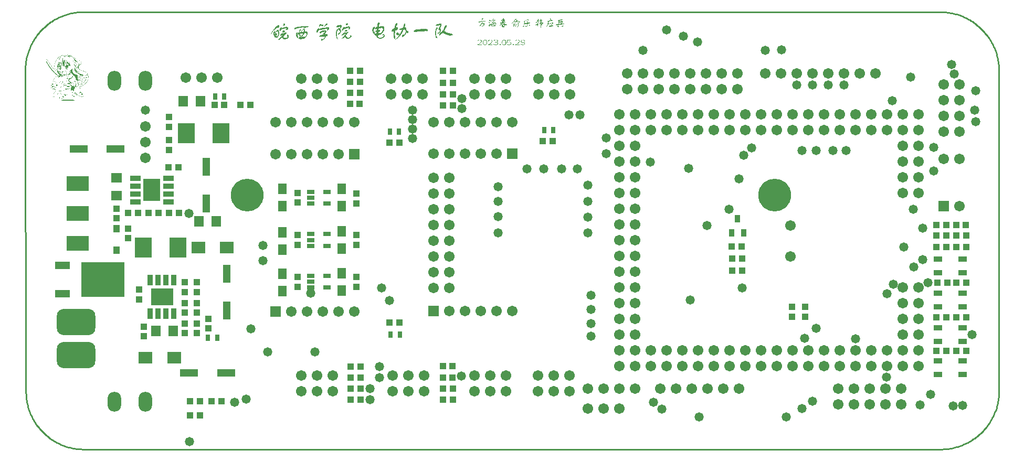
<source format=gts>
G04*
G04 #@! TF.GenerationSoftware,Altium Limited,Altium Designer,22.0.2 (36)*
G04*
G04 Layer_Color=8388736*
%FSTAX25Y25*%
%MOIN*%
G70*
G04*
G04 #@! TF.SameCoordinates,5FDB733D-D120-4548-BF5C-F3B634D9DF53*
G04*
G04*
G04 #@! TF.FilePolarity,Negative*
G04*
G01*
G75*
%ADD10C,0.01000*%
%ADD67R,0.03950X0.04343*%
%ADD68R,0.11430X0.04737*%
%ADD69R,0.04343X0.03950*%
%ADD70R,0.02965X0.03950*%
%ADD71R,0.05524X0.03556*%
%ADD72R,0.14186X0.10642*%
%ADD73R,0.03359X0.07099*%
%ADD74R,0.10642X0.12611*%
%ADD75R,0.08674X0.07690*%
%ADD76R,0.04737X0.11430*%
%ADD77R,0.05918X0.07099*%
%ADD78R,0.05131X0.03162*%
%ADD79R,0.10642X0.14186*%
%ADD80R,0.07099X0.03359*%
%ADD81R,0.03359X0.04934*%
%ADD82R,0.09461X0.04540*%
%ADD83R,0.27178X0.22453*%
%ADD84R,0.04147X0.04737*%
%ADD85R,0.05524X0.06706*%
%ADD86R,0.07099X0.05918*%
%ADD87O,0.08674X0.12611*%
%ADD88C,0.06706*%
%ADD89R,0.06706X0.06706*%
%ADD90C,0.20800*%
%ADD91R,0.14331X0.09213*%
%ADD92R,0.06706X0.06706*%
%ADD93C,0.06706*%
G04:AMPARAMS|DCode=94|XSize=244.22mil|YSize=165.48mil|CornerRadius=43.37mil|HoleSize=0mil|Usage=FLASHONLY|Rotation=0.000|XOffset=0mil|YOffset=0mil|HoleType=Round|Shape=RoundedRectangle|*
%AMROUNDEDRECTD94*
21,1,0.24422,0.07874,0,0,0.0*
21,1,0.15748,0.16548,0,0,0.0*
1,1,0.08674,0.07874,-0.03937*
1,1,0.08674,-0.07874,-0.03937*
1,1,0.08674,-0.07874,0.03937*
1,1,0.08674,0.07874,0.03937*
%
%ADD94ROUNDEDRECTD94*%
%ADD95C,0.05800*%
G36*
X0433078Y0443102D02*
X0433333D01*
Y0442975D01*
X043346D01*
Y044272D01*
X0433333D01*
Y0442593D01*
X0433205D01*
Y0442465D01*
X0432696D01*
Y0442593D01*
Y0443102D01*
X0432823D01*
Y044323D01*
X0433078D01*
Y0443102D01*
D02*
G37*
G36*
X0390269Y044323D02*
X0390396D01*
Y0442975D01*
X0390269D01*
Y0442847D01*
X0390142D01*
Y044272D01*
X0389887D01*
Y0442593D01*
X0389759D01*
Y0442465D01*
X0389632D01*
Y0442338D01*
X0389504D01*
Y0442593D01*
X0389632D01*
Y0442975D01*
X0389504D01*
Y0443357D01*
X0389759D01*
Y0443484D01*
X0390269D01*
Y044323D01*
D02*
G37*
G36*
X0419063Y044272D02*
X0419318D01*
Y0442465D01*
X041919D01*
Y044221D01*
X0419063D01*
Y0442083D01*
X0418808D01*
Y044221D01*
X0417916D01*
Y0442083D01*
X0417534D01*
Y044221D01*
X0417789D01*
Y0442338D01*
X0418044D01*
Y0442465D01*
X0418298D01*
Y0442593D01*
X0418426D01*
Y044272D01*
X0418681D01*
Y0442847D01*
X0419063D01*
Y044272D01*
D02*
G37*
G36*
X0417534Y0441956D02*
X0417279D01*
Y0442083D01*
X0417534D01*
Y0441956D01*
D02*
G37*
G36*
X0394855Y044221D02*
X0394983D01*
Y0442083D01*
X039511D01*
Y0441701D01*
X0394983D01*
Y0441573D01*
X0394473D01*
Y0441701D01*
X0394346D01*
Y0441828D01*
Y0441956D01*
Y044221D01*
X0394473D01*
Y0442338D01*
X0394855D01*
Y044221D01*
D02*
G37*
G36*
X0397022Y0443102D02*
X0397149D01*
Y0442847D01*
X0396767D01*
Y044272D01*
X0396639D01*
Y0442593D01*
X0396384D01*
Y0442465D01*
X0396257D01*
Y0442338D01*
X039613D01*
Y044221D01*
X0396002D01*
Y0442083D01*
X0395875D01*
Y0441956D01*
X0395747D01*
Y0441828D01*
X039562D01*
Y0441701D01*
X0395493D01*
Y0441573D01*
X0395365D01*
Y0441446D01*
X0395238D01*
Y0441319D01*
X0394983D01*
Y0441446D01*
X039511D01*
Y0441573D01*
X0395238D01*
Y0441701D01*
X0395365D01*
Y0441828D01*
X0395493D01*
Y0441956D01*
X039562D01*
Y0442083D01*
X0395747D01*
Y044221D01*
X0395875D01*
Y0442338D01*
X0396002D01*
Y0442465D01*
X039613D01*
Y0442593D01*
X0396257D01*
Y044272D01*
X0396384D01*
Y0442847D01*
X0396512D01*
Y0442975D01*
X0396639D01*
Y0443102D01*
X0396894D01*
Y044323D01*
X0397022D01*
Y0443102D01*
D02*
G37*
G36*
X0391543Y0441828D02*
X0391798D01*
Y0441701D01*
X0391925D01*
Y0441446D01*
X0391288D01*
Y0441319D01*
X0390906D01*
Y0441191D01*
X0390778D01*
Y0441319D01*
X0389887D01*
Y0441191D01*
X0389122D01*
Y0441064D01*
X0388613D01*
Y0440936D01*
X038823D01*
Y0440809D01*
X0387466D01*
Y0441064D01*
X0387593D01*
Y0441191D01*
X0387721D01*
Y0441319D01*
X038823D01*
Y0441446D01*
X038874D01*
Y0441573D01*
X0389504D01*
Y0441701D01*
X0390524D01*
Y0441828D01*
X0391416D01*
Y0441956D01*
X0391543D01*
Y0441828D01*
D02*
G37*
G36*
X0425433Y0442465D02*
X0425306D01*
Y044221D01*
X0425943D01*
Y0442083D01*
X0425815D01*
Y0441956D01*
X0425433D01*
Y0441828D01*
X0425178D01*
Y0441446D01*
X0425433D01*
Y0441573D01*
X0425815D01*
Y0441446D01*
X0425943D01*
Y0440809D01*
X0425815D01*
Y0440554D01*
X0425688D01*
Y0440427D01*
X0425561D01*
Y0440299D01*
X0425433D01*
Y0440172D01*
X0425306D01*
Y0439917D01*
X0425178D01*
Y0439662D01*
X0425306D01*
Y043979D01*
X0425943D01*
Y0439662D01*
X0425815D01*
Y0439535D01*
X0425688D01*
Y0439407D01*
X0425178D01*
Y043928D01*
X0425051D01*
Y0438643D01*
X0425178D01*
Y0438516D01*
X0425051D01*
Y0438388D01*
X0424924D01*
Y0438261D01*
X0424796D01*
Y0439025D01*
X0424669D01*
Y0439153D01*
X0424287D01*
Y0439025D01*
X042365D01*
Y043928D01*
X0423777D01*
Y0439407D01*
X0424159D01*
Y0439535D01*
X0424287D01*
Y0439662D01*
X0424414D01*
Y0440044D01*
X0424669D01*
Y0440172D01*
X0425051D01*
Y0440299D01*
X0424796D01*
Y0440554D01*
X0424542D01*
Y0440682D01*
X0424669D01*
Y0440809D01*
X0424287D01*
Y0440682D01*
X0424159D01*
Y0440554D01*
Y0440427D01*
X0424287D01*
Y0440044D01*
X0424032D01*
Y0440299D01*
X0423904D01*
Y0440936D01*
X0424032D01*
Y0441064D01*
X0424159D01*
Y0441191D01*
X0424287D01*
Y0441064D01*
X0424542D01*
Y0441191D01*
X0424669D01*
Y0441319D01*
X0424796D01*
Y0441701D01*
X0424287D01*
Y0441828D01*
X0424414D01*
Y0441956D01*
X0424542D01*
Y0442083D01*
X0424924D01*
Y044221D01*
X0425051D01*
Y0442593D01*
X0425178D01*
Y0442975D01*
X0425433D01*
Y0442465D01*
D02*
G37*
G36*
X0411546Y044221D02*
X0411801D01*
Y0442083D01*
X0411928D01*
Y0441956D01*
X0412056D01*
Y0441828D01*
X041231D01*
Y0441701D01*
X0412565D01*
Y0441573D01*
X0412947D01*
Y0441446D01*
X0413457D01*
Y0441319D01*
X0413584D01*
Y0441191D01*
X0413839D01*
Y0441064D01*
X0413967D01*
Y0440936D01*
X0413584D01*
Y0440809D01*
X041333D01*
Y0440936D01*
X0413075D01*
Y0441064D01*
X0412693D01*
Y0441191D01*
X0412438D01*
Y0441319D01*
X0412183D01*
Y0441191D01*
X0411801D01*
Y0441064D01*
X0411164D01*
Y0440936D01*
X0410781D01*
Y0440809D01*
X0410654D01*
Y0440936D01*
X0410017D01*
Y0441191D01*
X0410144D01*
Y0441319D01*
X0410654D01*
Y0441446D01*
X0411291D01*
Y0441573D01*
X0411801D01*
Y0441701D01*
X0411673D01*
Y0441828D01*
X0411418D01*
Y0441956D01*
X0411036D01*
Y044221D01*
X0411164D01*
Y0442338D01*
X0411546D01*
Y044221D01*
D02*
G37*
G36*
X0398041Y0442083D02*
X0397913D01*
Y0441956D01*
X0397531D01*
Y0441828D01*
X0397404D01*
Y0441701D01*
X0397276D01*
Y0441573D01*
X0397149D01*
Y0441446D01*
X0396894D01*
Y0441319D01*
X0396767D01*
Y0441191D01*
X0396639D01*
Y0441064D01*
X0396512D01*
Y0440936D01*
X0396384D01*
Y0440809D01*
X0396257D01*
Y0441064D01*
X0396384D01*
Y0441191D01*
X0396512D01*
Y0441319D01*
X0396639D01*
Y0441446D01*
X0396767D01*
Y0441573D01*
X0397022D01*
Y0441701D01*
X0397149D01*
Y0441828D01*
X0397276D01*
Y0441956D01*
X0396767D01*
Y0441828D01*
X0396257D01*
Y0441956D01*
X0396384D01*
Y0442083D01*
X0396767D01*
Y044221D01*
X0397276D01*
Y0442338D01*
X0397913D01*
Y0442465D01*
X0398041D01*
Y0442083D01*
D02*
G37*
G36*
X0410527Y0440682D02*
X0410399D01*
Y0440809D01*
X0410527D01*
Y0440682D01*
D02*
G37*
G36*
X0398041Y0440427D02*
X0398168D01*
Y0440172D01*
X0398805D01*
Y0440044D01*
X0398933D01*
Y043979D01*
X0398678D01*
Y0439662D01*
X0398296D01*
Y0439025D01*
X0398168D01*
Y043877D01*
X0398041D01*
Y0438516D01*
X0397913D01*
Y0438261D01*
X0397658D01*
Y0438133D01*
X0397531D01*
Y0438388D01*
X0397276D01*
Y0438261D01*
X0395747D01*
Y0438388D01*
X039562D01*
Y0438516D01*
X0395493D01*
Y0438643D01*
X0395365D01*
Y0439153D01*
X0394855D01*
Y0439025D01*
X0394601D01*
Y0438643D01*
X0394728D01*
Y0438261D01*
X0394346D01*
Y0438388D01*
X0394091D01*
Y0438516D01*
X0393964D01*
Y0439153D01*
X0394091D01*
Y043928D01*
X0394218D01*
Y0439407D01*
X0394346D01*
Y0439662D01*
X0394473D01*
Y0439917D01*
X0394601D01*
Y0440172D01*
X0394728D01*
Y0440299D01*
X0394855D01*
Y0439917D01*
X0394728D01*
Y0439662D01*
X0394601D01*
Y0439407D01*
X0394728D01*
Y0439535D01*
X039511D01*
Y0439662D01*
X0395365D01*
Y043979D01*
X0395493D01*
Y0439917D01*
X039562D01*
Y0440172D01*
X0395747D01*
Y0440299D01*
X0395875D01*
Y0440554D01*
X0396002D01*
Y0440682D01*
X039613D01*
Y0440809D01*
X0396257D01*
Y0440682D01*
X0396512D01*
Y0440809D01*
X0396639D01*
Y0440936D01*
X0397149D01*
Y0441064D01*
X0398041D01*
Y0440427D01*
D02*
G37*
G36*
X0395238Y0440682D02*
X039511D01*
Y0440809D01*
X0395238D01*
Y0440682D01*
D02*
G37*
G36*
X0410399Y0440554D02*
X0410272D01*
Y0440682D01*
X0410399D01*
Y0440554D01*
D02*
G37*
G36*
X039511D02*
X0394983D01*
Y0440682D01*
X039511D01*
Y0440554D01*
D02*
G37*
G36*
X0394346Y0440936D02*
X0394473D01*
Y0440809D01*
X0394601D01*
Y0440554D01*
X0394473D01*
Y0440427D01*
X0394091D01*
Y0440554D01*
X0393964D01*
Y0440682D01*
X0393836D01*
Y0441064D01*
X0394346D01*
Y0440936D01*
D02*
G37*
G36*
X0410144Y0440299D02*
X0410017D01*
Y0440427D01*
X0410144D01*
Y0440299D01*
D02*
G37*
G36*
X0394983D02*
X0394855D01*
Y0440554D01*
X0394983D01*
Y0440299D01*
D02*
G37*
G36*
X0410017Y0440172D02*
X040989D01*
Y0440299D01*
X0410017D01*
Y0440172D01*
D02*
G37*
G36*
X0411418Y0442847D02*
X0411546D01*
Y044272D01*
X0411418D01*
Y0442593D01*
X0411036D01*
Y0442465D01*
X0410781D01*
Y0442338D01*
X0410654D01*
Y044221D01*
X0410527D01*
Y0442083D01*
X0410399D01*
Y0441828D01*
X0410272D01*
Y0441701D01*
X0410144D01*
Y0441573D01*
X0410017D01*
Y0441446D01*
X040989D01*
Y0441191D01*
X0409762D01*
Y0441064D01*
X0409635D01*
Y0440936D01*
X0409507D01*
Y0440809D01*
X040938D01*
Y0440682D01*
X0409253D01*
Y0440427D01*
X0409125D01*
Y0440299D01*
X0408998D01*
Y0440172D01*
X040887D01*
Y0440044D01*
X0408615D01*
Y0440299D01*
X0408743D01*
Y0440427D01*
X040887D01*
Y0440554D01*
X0408998D01*
Y0440682D01*
X0409125D01*
Y0440809D01*
X0409253D01*
Y0440936D01*
X040938D01*
Y0441064D01*
X0409507D01*
Y0441319D01*
X0409635D01*
Y0441446D01*
X0409762D01*
Y0441573D01*
X040989D01*
Y0441828D01*
X0410017D01*
Y0441956D01*
X0410144D01*
Y0442083D01*
X0410272D01*
Y044221D01*
X0410399D01*
Y0442465D01*
X0410527D01*
Y0442593D01*
X0410654D01*
Y044272D01*
X0410781D01*
Y0442847D01*
X0410909D01*
Y0442975D01*
X0411418D01*
Y0442847D01*
D02*
G37*
G36*
X0434352Y0442083D02*
X0434479D01*
Y0441701D01*
X0433333D01*
Y0441573D01*
X0432568D01*
Y0441446D01*
X0432186D01*
Y0441191D01*
X0432058D01*
Y0440936D01*
X0431931D01*
Y0440554D01*
X0431804D01*
Y0440172D01*
X0431931D01*
Y0440299D01*
X0432058D01*
Y0440427D01*
X0432186D01*
Y0440554D01*
X0432313D01*
Y0440172D01*
X0432696D01*
Y0440299D01*
X0432823D01*
Y0440427D01*
X0433078D01*
Y0440299D01*
X043346D01*
Y0440172D01*
X0433587D01*
Y0439662D01*
X0433205D01*
Y043979D01*
X0433078D01*
Y0439917D01*
X043295D01*
Y0440044D01*
X0432696D01*
Y0439917D01*
X0432441D01*
Y043979D01*
X0432313D01*
Y0439535D01*
X0432186D01*
Y0439407D01*
X0431931D01*
Y0439662D01*
X0431804D01*
Y0440172D01*
X0431676D01*
Y0439662D01*
X0431549D01*
Y0439407D01*
X0431422D01*
Y0439025D01*
X0431294D01*
Y043877D01*
X0431167D01*
Y0438516D01*
X0431039D01*
Y0438388D01*
X0430912D01*
Y0438133D01*
X0430784D01*
Y0437879D01*
X0430657D01*
Y0437624D01*
X043053D01*
Y0438006D01*
X0430657D01*
Y0438388D01*
X0430784D01*
Y043877D01*
X0430912D01*
Y0439153D01*
X0431039D01*
Y0439535D01*
X0431167D01*
Y0439917D01*
X0431294D01*
Y0440299D01*
X0431422D01*
Y0440682D01*
X0431549D01*
Y0441191D01*
X0431422D01*
Y0441319D01*
X0431294D01*
Y0441573D01*
X0431422D01*
Y0441701D01*
X0431676D01*
Y0441828D01*
X0432186D01*
Y0441956D01*
X0432696D01*
Y0442083D01*
X0433205D01*
Y044221D01*
X0434352D01*
Y0442083D01*
D02*
G37*
G36*
X0440977Y0442465D02*
X0441104D01*
Y0442338D01*
X0440977D01*
Y044221D01*
X0440213D01*
Y0442083D01*
X0439576D01*
Y0441956D01*
X0439066D01*
Y0441828D01*
X0438811D01*
Y0441573D01*
X0438684D01*
Y0441191D01*
X0438939D01*
Y0441319D01*
X0439193D01*
Y0441446D01*
X0439703D01*
Y0441573D01*
X0440213D01*
Y0441701D01*
X0440977D01*
Y0441446D01*
X0441104D01*
Y0441191D01*
X044085D01*
Y0441064D01*
X0440722D01*
Y0440554D01*
X0440595D01*
Y0440299D01*
X0440467D01*
Y0440044D01*
X0441996D01*
Y0439662D01*
Y0439535D01*
X0440467D01*
Y0439407D01*
X0439448D01*
Y043928D01*
X0438429D01*
Y0439153D01*
X0437664D01*
Y0439025D01*
X0436773D01*
Y0439153D01*
X0436645D01*
Y0439407D01*
X0436773D01*
Y0439535D01*
X043741D01*
Y0439662D01*
X0438047D01*
Y043979D01*
X0438302D01*
Y0439917D01*
X0438174D01*
Y0441191D01*
X0438302D01*
Y0441573D01*
X0438429D01*
Y0441701D01*
X0437792D01*
Y0441828D01*
X0437919D01*
Y0442083D01*
X0438047D01*
Y044221D01*
X0438302D01*
Y0442338D01*
X0438684D01*
Y0442465D01*
X0439448D01*
Y0442593D01*
X0440213D01*
Y044272D01*
X0440977D01*
Y0442465D01*
D02*
G37*
G36*
X0403519Y044323D02*
X0403647D01*
Y0443102D01*
X0403519D01*
Y0442593D01*
X0404284D01*
Y0442338D01*
X0404156D01*
Y044221D01*
X0403901D01*
Y0442083D01*
X0403647D01*
Y0441956D01*
X0404029D01*
Y0441446D01*
X0403774D01*
Y0441319D01*
X0403519D01*
Y0441191D01*
X0403137D01*
Y0440936D01*
X0403264D01*
Y0441064D01*
X0404538D01*
Y0440936D01*
X0404666D01*
Y0440554D01*
X0403647D01*
Y0440427D01*
X0403519D01*
Y0440299D01*
X0403774D01*
Y0440172D01*
X0403901D01*
Y0440044D01*
X0404029D01*
Y0439917D01*
X0404284D01*
Y043979D01*
X0404538D01*
Y0439662D01*
X0404793D01*
Y0439535D01*
X0405048D01*
Y0439407D01*
X0405303D01*
Y043928D01*
X040543D01*
Y0439025D01*
X0404538D01*
Y0439153D01*
X0404284D01*
Y043928D01*
X0404029D01*
Y0438261D01*
X0403901D01*
Y0437879D01*
X0403774D01*
Y0437751D01*
X0403647D01*
Y0437624D01*
X0403264D01*
Y0437751D01*
X0402627D01*
Y0437879D01*
X04025D01*
Y0438006D01*
X0402373D01*
Y0438133D01*
X0402245D01*
Y0438388D01*
X0402118D01*
Y0439153D01*
X0402245D01*
Y0439407D01*
X0402118D01*
Y043928D01*
X0401863D01*
Y0439153D01*
X0401736D01*
Y0439025D01*
X0401608D01*
Y0438898D01*
X0401353D01*
Y043877D01*
X0401098D01*
Y0438643D01*
X0400971D01*
Y0438516D01*
X0400716D01*
Y0438643D01*
X0400844D01*
Y043877D01*
X0400971D01*
Y0438898D01*
X0401098D01*
Y0439025D01*
X0401226D01*
Y0439153D01*
X0401353D01*
Y043928D01*
X0401481D01*
Y0439407D01*
X0401608D01*
Y0439535D01*
X0401736D01*
Y0439662D01*
X0401863D01*
Y043979D01*
X040199D01*
Y0440044D01*
X0402118D01*
Y0440172D01*
X0402245D01*
Y0440299D01*
X0401863D01*
Y0440172D01*
X0401098D01*
Y0440427D01*
X0401353D01*
Y0440554D01*
X0401736D01*
Y0440682D01*
X0401863D01*
Y0440809D01*
X0402245D01*
Y0440936D01*
X04025D01*
Y0441064D01*
X0402627D01*
Y0441319D01*
X0402373D01*
Y0441191D01*
X0401863D01*
Y0441446D01*
X0402118D01*
Y0441573D01*
X0402373D01*
Y0441701D01*
X0402627D01*
Y0441828D01*
X0402882D01*
Y0442083D01*
X0402245D01*
Y0441956D01*
X0402118D01*
Y0441828D01*
X0401736D01*
Y044221D01*
X0401863D01*
Y0442338D01*
X0402118D01*
Y0442465D01*
X04025D01*
Y0442593D01*
X040301D01*
Y044323D01*
X0403137D01*
Y0443357D01*
X0403519D01*
Y044323D01*
D02*
G37*
G36*
X0411546Y043979D02*
Y0439535D01*
X0411928D01*
Y0439407D01*
X0411801D01*
Y0438898D01*
X0411418D01*
Y0439917D01*
X0411546D01*
Y043979D01*
D02*
G37*
G36*
X0304151Y044016D02*
X0304334D01*
Y0440068D01*
X0304426D01*
Y0439976D01*
X0304518D01*
Y0439793D01*
X030461D01*
Y0439517D01*
X0304518D01*
Y0439334D01*
X0304426D01*
Y0439242D01*
X0304334D01*
Y043915D01*
X0304243D01*
Y0439058D01*
X0303967D01*
Y0438967D01*
X0303508D01*
Y0438875D01*
X0303325D01*
Y0438783D01*
X0303141D01*
Y0438691D01*
X0302958D01*
Y0438783D01*
X0303049D01*
Y0438875D01*
X0303141D01*
Y0439058D01*
X0303233D01*
Y0439517D01*
X0303141D01*
Y0439793D01*
X0303233D01*
Y0439885D01*
X0303417D01*
Y0439976D01*
X0303508D01*
Y0440068D01*
X0303692D01*
Y044016D01*
X0303784D01*
Y0440252D01*
X0304151D01*
Y044016D01*
D02*
G37*
G36*
X0419955Y0439153D02*
X0420082D01*
Y0438898D01*
Y043877D01*
X0419955D01*
Y0438643D01*
X0419573D01*
Y043877D01*
X0419445D01*
Y0439025D01*
X0419318D01*
Y0439153D01*
X0419573D01*
Y043928D01*
X0419955D01*
Y0439153D01*
D02*
G37*
G36*
X0302958Y0438599D02*
X0302866D01*
Y0438691D01*
X0302958D01*
Y0438599D01*
D02*
G37*
G36*
X0264404Y0440068D02*
X0264496D01*
Y0439976D01*
X0264588D01*
Y0439885D01*
X0264679D01*
Y0439517D01*
X0264771D01*
Y0439426D01*
X0264679D01*
Y043915D01*
X0264588D01*
Y0439058D01*
X0264496D01*
Y0438967D01*
X0264404D01*
Y0438875D01*
X026422D01*
Y0438783D01*
X0263945D01*
Y0438691D01*
X026367D01*
Y0438599D01*
X0263486D01*
Y0438508D01*
X0263302D01*
Y0438599D01*
Y0438783D01*
X0263394D01*
Y0439058D01*
X0263486D01*
Y0439426D01*
X0263394D01*
Y0439793D01*
X0263486D01*
Y0439885D01*
X0263578D01*
Y0439976D01*
X0263761D01*
Y0440068D01*
X0264037D01*
Y044016D01*
X0264404D01*
Y0440068D01*
D02*
G37*
G36*
X0287353Y0439793D02*
X0287444D01*
Y0439426D01*
X0287903D01*
Y0439334D01*
X0288913D01*
Y0439242D01*
X0289005D01*
Y043915D01*
X0288913D01*
Y0438875D01*
X0288821D01*
Y0438783D01*
X028873D01*
Y0438599D01*
X0288546D01*
Y0438508D01*
X0288454D01*
Y0438416D01*
X0287995D01*
Y0438508D01*
X028772D01*
Y0438599D01*
X0287628D01*
Y0438691D01*
X0287444D01*
Y0438783D01*
X0286985D01*
Y0438599D01*
X0286894D01*
Y0438508D01*
X0286802D01*
Y0438416D01*
X028671D01*
Y0438324D01*
X0286618D01*
Y0438232D01*
X0286435D01*
Y043814D01*
X0286068D01*
Y0438599D01*
X0286159D01*
Y0438783D01*
X0286251D01*
Y0438967D01*
X0286343D01*
Y043915D01*
X0286435D01*
Y0439426D01*
X0286526D01*
Y0439517D01*
X0286618D01*
Y0439609D01*
X028671D01*
Y0439701D01*
X0286802D01*
Y0439793D01*
X0287077D01*
Y0439885D01*
X0287353D01*
Y0439793D01*
D02*
G37*
G36*
X0417279Y0441828D02*
X0417152D01*
Y0441701D01*
X0417024D01*
Y0441573D01*
X0416897D01*
Y0441446D01*
X041677D01*
Y0441319D01*
X0416897D01*
Y0440427D01*
X0418044D01*
Y0441446D01*
X0418171D01*
Y0441573D01*
X0418553D01*
Y0440682D01*
X0419318D01*
Y0440809D01*
X0419827D01*
Y0440682D01*
X0420082D01*
Y0440427D01*
X0419955D01*
Y0440172D01*
X0419445D01*
Y0440044D01*
X0418808D01*
Y0439407D01*
X0418681D01*
Y0438898D01*
X0418553D01*
Y0438643D01*
X0418426D01*
Y0438388D01*
X0418298D01*
Y0438261D01*
X0418171D01*
Y0438133D01*
X0418044D01*
Y0438006D01*
X0417407D01*
Y0437879D01*
X0417279D01*
Y0438006D01*
X0417152D01*
Y0438261D01*
X0417279D01*
Y0438388D01*
X0417407D01*
Y0438516D01*
X0417279D01*
Y0438643D01*
X0417407D01*
Y0438516D01*
X0417534D01*
Y0438388D01*
X0418044D01*
Y0438516D01*
X0418171D01*
Y0438643D01*
X0418298D01*
Y0439025D01*
X0418426D01*
Y0439153D01*
Y043928D01*
Y043979D01*
X0418298D01*
Y0439917D01*
X0418171D01*
Y043979D01*
X0417534D01*
Y0439662D01*
X041677D01*
Y0439535D01*
X0416387D01*
Y0439407D01*
X0416133D01*
Y0439917D01*
X041626D01*
Y0440172D01*
X0416387D01*
Y0440554D01*
X0416515D01*
Y0440682D01*
X0416387D01*
Y0441064D01*
X041626D01*
Y0441446D01*
X0416387D01*
Y0441573D01*
X0416515D01*
Y0441701D01*
X0416642D01*
Y0441828D01*
X0417024D01*
Y0441956D01*
X0417279D01*
Y0441828D01*
D02*
G37*
G36*
X0400716Y0438388D02*
X0400589D01*
Y0438516D01*
X0400716D01*
Y0438388D01*
D02*
G37*
G36*
X0416642Y0438516D02*
X0416515D01*
Y0438388D01*
X0416387D01*
Y0438261D01*
X041626D01*
Y0438133D01*
X0415623D01*
Y0438388D01*
X041575D01*
Y0438516D01*
X0415878D01*
Y0438643D01*
X041626D01*
Y043877D01*
X0416642D01*
Y0438516D01*
D02*
G37*
G36*
X040989Y0439662D02*
X0409762D01*
Y0439407D01*
X0409635D01*
Y0439025D01*
X0409762D01*
Y0438388D01*
X040989D01*
Y0438133D01*
X0409635D01*
Y0438261D01*
X0409507D01*
Y0438388D01*
Y0438516D01*
X040938D01*
Y0439407D01*
X0409507D01*
Y043979D01*
X0409635D01*
Y0440044D01*
X0409762D01*
Y0440172D01*
X040989D01*
Y0439662D01*
D02*
G37*
G36*
X0390269Y0440809D02*
X0390142D01*
Y0440682D01*
X0390014D01*
Y0440427D01*
X0390524D01*
Y0440554D01*
X0390651D01*
Y0440427D01*
X0390906D01*
Y0440299D01*
X0391033D01*
Y043979D01*
X0391161D01*
Y043928D01*
X0391033D01*
Y0439025D01*
X0390906D01*
Y0438898D01*
X0390778D01*
Y043877D01*
X0390651D01*
Y0438643D01*
X0390524D01*
Y0438516D01*
X0390269D01*
Y0438388D01*
X0390142D01*
Y0438261D01*
X0389887D01*
Y0438133D01*
X0389504D01*
Y0438261D01*
X0389632D01*
Y0438388D01*
X0389759D01*
Y0438643D01*
X0390269D01*
Y043877D01*
X0390396D01*
Y0438898D01*
X0390524D01*
Y0439025D01*
X0390651D01*
Y043928D01*
X0390778D01*
Y0439407D01*
X0390651D01*
Y043979D01*
X0390524D01*
Y0439917D01*
X0389759D01*
Y043979D01*
X0389504D01*
Y0439662D01*
X0389377D01*
Y0439535D01*
X038925D01*
Y043928D01*
X0389122D01*
Y0439153D01*
X0388995D01*
Y0439025D01*
X0388867D01*
Y0438898D01*
X038874D01*
Y043877D01*
X0388613D01*
Y0438643D01*
X0388485D01*
Y0438516D01*
X038823D01*
Y0438388D01*
X0388103D01*
Y0438261D01*
X0387976D01*
Y0438133D01*
X0387848D01*
Y0438006D01*
X0387593D01*
Y0438133D01*
X0387721D01*
Y0438261D01*
X0387848D01*
Y0438388D01*
X0387976D01*
Y0438516D01*
X0388103D01*
Y0438643D01*
X038823D01*
Y043877D01*
X0388358D01*
Y0438898D01*
X0388485D01*
Y0439153D01*
X0388613D01*
Y043928D01*
X038874D01*
Y0439407D01*
X0388867D01*
Y0439662D01*
X0388995D01*
Y043979D01*
X0389122D01*
Y0440172D01*
X038925D01*
Y0440299D01*
X0389504D01*
Y0440427D01*
X0389632D01*
Y0440554D01*
X0389759D01*
Y0440682D01*
X0389887D01*
Y0440936D01*
X0390014D01*
Y0441064D01*
X0390142D01*
Y0441191D01*
X0390269D01*
Y0440809D01*
D02*
G37*
G36*
X0434607Y0440682D02*
X0434734D01*
Y0440172D01*
X0434607D01*
Y0439917D01*
X0434479D01*
Y0439662D01*
X0434352D01*
Y0439535D01*
X0434224D01*
Y0439407D01*
X0434097D01*
Y043928D01*
X043397D01*
Y0439153D01*
X0433715D01*
Y0439025D01*
X0433587D01*
Y043877D01*
X0433842D01*
Y0438898D01*
X0434607D01*
Y043877D01*
X0434734D01*
Y0438516D01*
X0434607D01*
Y0438261D01*
X0433715D01*
Y0438133D01*
X0433205D01*
Y0438006D01*
X0432313D01*
Y0438133D01*
X0432186D01*
Y0438516D01*
X0432313D01*
Y0438643D01*
X0432696D01*
Y043877D01*
X0433078D01*
Y0438898D01*
X0433333D01*
Y0439025D01*
X043346D01*
Y0439153D01*
X0433587D01*
Y043928D01*
X0433842D01*
Y0439407D01*
X043397D01*
Y0439535D01*
X0434097D01*
Y0439662D01*
X0434224D01*
Y0439917D01*
X0434352D01*
Y0440299D01*
X043397D01*
Y0440172D01*
X0433842D01*
Y0440427D01*
X043397D01*
Y0440554D01*
X0434097D01*
Y0440682D01*
X0434224D01*
Y0440809D01*
X0434607D01*
Y0440682D01*
D02*
G37*
G36*
X0291391Y0440068D02*
X0291575D01*
Y0439976D01*
X0291667D01*
Y0439517D01*
X0291575D01*
Y0439426D01*
X0291483D01*
Y0439334D01*
X0291391D01*
Y0439242D01*
X02913D01*
Y043915D01*
X0291208D01*
Y0439058D01*
X0291116D01*
Y0438967D01*
X0290841D01*
Y0438875D01*
X0290565D01*
Y0438783D01*
X0290382D01*
Y0438691D01*
X0290198D01*
Y0438599D01*
X0290106D01*
Y0438508D01*
X0289923D01*
Y0438416D01*
X0289831D01*
Y0438324D01*
X0289647D01*
Y0438232D01*
X0289464D01*
Y043814D01*
X0289372D01*
Y0438049D01*
X0289189D01*
Y0437957D01*
X0289005D01*
Y0438049D01*
X0289097D01*
Y043814D01*
X0289189D01*
Y0438232D01*
X028928D01*
Y0438324D01*
X0289372D01*
Y0438416D01*
X0289556D01*
Y0438508D01*
X0289647D01*
Y0438599D01*
X0289739D01*
Y0438691D01*
X0289831D01*
Y0438783D01*
X0289923D01*
Y0438875D01*
X0290015D01*
Y0438967D01*
X0290106D01*
Y043915D01*
X0290198D01*
Y0439242D01*
X029029D01*
Y0439609D01*
X0290382D01*
Y0439793D01*
X0290474D01*
Y0439885D01*
X0290565D01*
Y0439976D01*
X0290657D01*
Y0440068D01*
X0290932D01*
Y044016D01*
X0291391D01*
Y0440068D01*
D02*
G37*
G36*
X0441104Y043877D02*
X0441232D01*
Y0438261D01*
X0441104D01*
Y0438006D01*
X044085D01*
Y0437879D01*
X0440595D01*
Y0438006D01*
X0440467D01*
Y0438133D01*
X044034D01*
Y0438261D01*
X0440467D01*
Y0438388D01*
X0440722D01*
Y043877D01*
X0440977D01*
Y0438898D01*
X0441104D01*
Y043877D01*
D02*
G37*
G36*
X0410527Y0440172D02*
X0410781D01*
Y0439917D01*
X0410909D01*
Y0439535D01*
Y0439407D01*
Y0439153D01*
X0411036D01*
Y0438516D01*
X0410909D01*
Y0438261D01*
X0410781D01*
Y0438006D01*
X0410654D01*
Y0437879D01*
X0410399D01*
Y0438261D01*
X0410654D01*
Y0438388D01*
X0410781D01*
Y0439407D01*
X0410654D01*
Y043979D01*
X0410272D01*
Y0439662D01*
X0410144D01*
Y0439535D01*
X0410272D01*
Y0439025D01*
X0410399D01*
Y0438643D01*
X040989D01*
Y0439025D01*
X0409762D01*
Y043928D01*
X040989D01*
Y0439535D01*
X0410017D01*
Y043979D01*
X0410144D01*
Y0440172D01*
X0410399D01*
Y0440299D01*
X0410527D01*
Y0440172D01*
D02*
G37*
G36*
X0387593Y0437879D02*
X0387466D01*
Y0438006D01*
X0387593D01*
Y0437879D01*
D02*
G37*
G36*
X0302315Y0437865D02*
X0302223D01*
Y0437957D01*
X0302315D01*
Y0437865D01*
D02*
G37*
G36*
X0438174Y0438516D02*
X0438302D01*
Y0438261D01*
X0438429D01*
Y0438006D01*
X0438302D01*
Y0437879D01*
X0438174D01*
Y0437751D01*
X0437792D01*
Y0437879D01*
X0437537D01*
Y0438006D01*
X043741D01*
Y0438516D01*
X0437537D01*
Y0438643D01*
X0438174D01*
Y0438516D01*
D02*
G37*
G36*
X0412693D02*
X0412565D01*
Y0438261D01*
X0412438D01*
Y0438006D01*
X041231D01*
Y0437879D01*
X0412183D01*
Y0437751D01*
X0412056D01*
Y0437624D01*
X0411928D01*
Y0438133D01*
X041231D01*
Y0438388D01*
X0412438D01*
Y0438643D01*
X0412565D01*
Y043979D01*
X0412438D01*
Y0440427D01*
X041231D01*
Y0440809D01*
X0412693D01*
Y0438516D01*
D02*
G37*
G36*
X0305069Y043814D02*
X0305436D01*
Y0438049D01*
X030562D01*
Y0437957D01*
X0305711D01*
Y0437865D01*
X0305803D01*
Y0437681D01*
X0305895D01*
Y0436855D01*
X0305803D01*
Y0436672D01*
X030562D01*
Y043658D01*
X0305528D01*
Y0436488D01*
X0305344D01*
Y0436396D01*
X0305161D01*
Y0436305D01*
X0304977D01*
Y0436488D01*
X0304885D01*
Y0436672D01*
X0304794D01*
Y0436855D01*
X0304885D01*
Y0436947D01*
X0304977D01*
Y0437039D01*
X0305069D01*
Y0437222D01*
X0304151D01*
Y0437131D01*
X0303784D01*
Y0437039D01*
X0303508D01*
Y0436947D01*
X0303049D01*
Y0436855D01*
X0302682D01*
Y0436764D01*
X0302407D01*
Y0436672D01*
X0302223D01*
Y043658D01*
X030204D01*
Y0436488D01*
X0301856D01*
Y0436396D01*
X0301764D01*
Y0436305D01*
X0301673D01*
Y0436213D01*
X0301581D01*
Y0436121D01*
X0301489D01*
Y0435937D01*
X0301397D01*
Y0435754D01*
X0301305D01*
Y0435662D01*
X0300663D01*
Y0436121D01*
X0300754D01*
Y0436396D01*
X0300846D01*
Y0436672D01*
X0300938D01*
Y0436764D01*
X030103D01*
Y0436947D01*
X0301122D01*
Y0437039D01*
X0301214D01*
Y0437222D01*
X0301305D01*
Y0437314D01*
X0301397D01*
Y0437406D01*
X0301489D01*
Y0437498D01*
X0301581D01*
Y043759D01*
X0301673D01*
Y0437681D01*
X0301764D01*
Y0437773D01*
X0301856D01*
Y0437865D01*
X0302223D01*
Y0437681D01*
X0302131D01*
Y043759D01*
X0302499D01*
Y0437681D01*
X0302866D01*
Y0437773D01*
X0303233D01*
Y0437865D01*
X0303508D01*
Y0437957D01*
X0303875D01*
Y0438049D01*
X0304151D01*
Y043814D01*
X030461D01*
Y0438232D01*
X0305069D01*
Y043814D01*
D02*
G37*
G36*
X0292309Y043759D02*
X0292401D01*
Y0437406D01*
X0292493D01*
Y0436672D01*
X0292401D01*
Y0436488D01*
X0292309D01*
Y0436305D01*
X0292218D01*
Y0436213D01*
X0292126D01*
Y0436029D01*
X0291942D01*
Y0435937D01*
X029185D01*
Y0435846D01*
X02913D01*
Y0435937D01*
X0291116D01*
Y0436213D01*
X0291208D01*
Y0436305D01*
X02913D01*
Y0436488D01*
X0291391D01*
Y043658D01*
X0291483D01*
Y0436672D01*
X0291391D01*
Y0436764D01*
X0290932D01*
Y0436672D01*
X0290382D01*
Y043658D01*
X0290015D01*
Y0436488D01*
X0289739D01*
Y0436396D01*
X0289464D01*
Y0436305D01*
X0288454D01*
Y0436213D01*
X0288179D01*
Y0436121D01*
X0287811D01*
Y0436029D01*
X0287628D01*
Y0436121D01*
X0287353D01*
Y0436029D01*
X028671D01*
Y0435937D01*
X0286251D01*
Y0435846D01*
X0286068D01*
Y0435754D01*
X0285884D01*
Y0435662D01*
X02857D01*
Y0435478D01*
X0285609D01*
Y0435387D01*
X0285517D01*
Y0434836D01*
X0285425D01*
Y0434652D01*
X0285333D01*
Y043456D01*
X0285241D01*
Y0434377D01*
X028515D01*
Y0434285D01*
X028469D01*
Y0434377D01*
X0284599D01*
Y0434469D01*
X0284507D01*
Y0434652D01*
X0284415D01*
Y0435295D01*
X0284507D01*
Y0435478D01*
X0284599D01*
Y0435662D01*
X028469D01*
Y0435846D01*
X0284782D01*
Y0436029D01*
X0284874D01*
Y0436213D01*
X0284966D01*
Y0436396D01*
X0285058D01*
Y0436488D01*
X028515D01*
Y0436672D01*
X0285241D01*
Y0436764D01*
X0285333D01*
Y0436855D01*
X0285425D01*
Y0436947D01*
X0285517D01*
Y0437039D01*
X0285609D01*
Y0437131D01*
X0286068D01*
Y0437039D01*
X0286159D01*
Y0436947D01*
X0286251D01*
Y0436855D01*
X0286343D01*
Y0436764D01*
X0286526D01*
Y0436855D01*
X0286894D01*
Y0436947D01*
X0287169D01*
Y0437039D01*
X0287536D01*
Y0437131D01*
X0287903D01*
Y0437222D01*
X0288362D01*
Y0437314D01*
X0289005D01*
Y0437406D01*
X0289923D01*
Y0437498D01*
X0290474D01*
Y043759D01*
X0291024D01*
Y0437681D01*
X02913D01*
Y043759D01*
X0291391D01*
Y0437681D01*
X0291667D01*
Y043759D01*
X029185D01*
Y0437681D01*
X0292034D01*
Y043759D01*
X0292218D01*
Y0437681D01*
X0292309D01*
Y043759D01*
D02*
G37*
G36*
X0427344Y0442338D02*
X0427982D01*
Y0442083D01*
X0427727D01*
Y0441956D01*
X0427472D01*
Y0441701D01*
X0427344D01*
Y0441446D01*
X0427599D01*
Y0441573D01*
X0427854D01*
Y0441446D01*
X0427982D01*
Y0441191D01*
X0427599D01*
Y0441064D01*
X0427472D01*
Y0440936D01*
X0427344D01*
Y0440554D01*
X0427727D01*
Y0440682D01*
X0428236D01*
Y0440554D01*
X0428364D01*
Y0439917D01*
X0428236D01*
Y0439662D01*
X0428109D01*
Y0439535D01*
X0427982D01*
Y0439407D01*
X0427854D01*
Y043928D01*
X0427727D01*
Y0439153D01*
X0427344D01*
Y0438261D01*
X0427217D01*
Y0437496D01*
X0426962D01*
Y0439917D01*
X042658D01*
Y043979D01*
X042607D01*
Y0440172D01*
X0426198D01*
Y0440299D01*
X0426453D01*
Y0440427D01*
X042658D01*
Y0440554D01*
X0426707D01*
Y0440682D01*
X0426962D01*
Y0440936D01*
X0426453D01*
Y0441191D01*
X042658D01*
Y0441319D01*
X0426835D01*
Y0441446D01*
X0426962D01*
Y0441828D01*
X0426325D01*
Y0441956D01*
X0426453D01*
Y0442083D01*
X042658D01*
Y044221D01*
X0426962D01*
Y0442593D01*
X0426835D01*
Y044272D01*
X0426962D01*
Y0443102D01*
X0427344D01*
Y0442338D01*
D02*
G37*
G36*
X0265965Y0437773D02*
X026624D01*
Y0437681D01*
X0266332D01*
Y043759D01*
X0266424D01*
Y0437498D01*
X0266515D01*
Y0437314D01*
X0266607D01*
Y0436855D01*
X0266515D01*
Y043658D01*
X0266424D01*
Y0436488D01*
X0266332D01*
Y0436305D01*
X026624D01*
Y0436213D01*
X0266148D01*
Y0436029D01*
X0266056D01*
Y0435937D01*
X0265873D01*
Y0436029D01*
X0265322D01*
Y0436121D01*
X0264863D01*
Y0436029D01*
X0264679D01*
Y0436121D01*
X0264771D01*
Y0436213D01*
X0264955D01*
Y0436305D01*
X0265047D01*
Y0436396D01*
X026523D01*
Y0436488D01*
X0265322D01*
Y043658D01*
X0265414D01*
Y0436672D01*
X0265506D01*
Y0436764D01*
X0265597D01*
Y0436855D01*
X0265689D01*
Y0437131D01*
X0265138D01*
Y0437039D01*
X0264679D01*
Y0436947D01*
X0264312D01*
Y0436855D01*
X0263853D01*
Y0436764D01*
X0263578D01*
Y0436672D01*
X0263211D01*
Y043658D01*
X0262935D01*
Y0436488D01*
X0262752D01*
Y0436396D01*
X0262476D01*
Y0436305D01*
X0262293D01*
Y0436213D01*
X0262109D01*
Y0436121D01*
X0262017D01*
Y0436029D01*
X0261926D01*
Y0435937D01*
X0261834D01*
Y0435846D01*
X0261742D01*
Y0435478D01*
X0261558D01*
Y0435387D01*
X0261375D01*
Y0435478D01*
X0261191D01*
Y043557D01*
X0261099D01*
Y0435846D01*
X0261008D01*
Y0436121D01*
X0261099D01*
Y043658D01*
X0261191D01*
Y0436764D01*
X0261283D01*
Y0436947D01*
X0261375D01*
Y0437039D01*
X0261467D01*
Y0437222D01*
X0261558D01*
Y0437314D01*
X026165D01*
Y0437406D01*
X0261742D01*
Y0437498D01*
X0261834D01*
Y043759D01*
X0261926D01*
Y0437681D01*
X0262109D01*
Y0437773D01*
X0262385D01*
Y0437681D01*
X0262476D01*
Y043759D01*
X0262385D01*
Y0437498D01*
X0262293D01*
Y0437314D01*
X0262201D01*
Y0437039D01*
X0262293D01*
Y0437131D01*
X0262476D01*
Y0437222D01*
X026266D01*
Y0437314D01*
X0262935D01*
Y0437406D01*
X0263211D01*
Y0437498D01*
X0263486D01*
Y043759D01*
X0263853D01*
Y0437681D01*
X0264312D01*
Y0437773D01*
X0264863D01*
Y0437865D01*
X0265965D01*
Y0437773D01*
D02*
G37*
G36*
X0278265Y0438416D02*
X0278907D01*
Y0438324D01*
X0279183D01*
Y0438232D01*
X0279366D01*
Y0437865D01*
X0279275D01*
Y0437773D01*
X0279183D01*
Y0437681D01*
X0278173D01*
Y043759D01*
X0277898D01*
Y0437498D01*
X0277622D01*
Y0437406D01*
X0277439D01*
Y0437314D01*
X0277255D01*
Y0437222D01*
X0277072D01*
Y0437131D01*
X0276796D01*
Y0437039D01*
X0276429D01*
Y0436947D01*
X0276062D01*
Y0437039D01*
X0276154D01*
Y0437131D01*
X0276245D01*
Y0437222D01*
X0276337D01*
Y0437314D01*
X0276429D01*
Y0437406D01*
X0276613D01*
Y0437498D01*
X0276704D01*
Y043759D01*
X0276796D01*
Y0437681D01*
X0276154D01*
Y043759D01*
X0275144D01*
Y0437498D01*
X0274501D01*
Y0437406D01*
X0273859D01*
Y0437314D01*
X0273492D01*
Y0437222D01*
X0273033D01*
Y0437131D01*
X0272666D01*
Y0437039D01*
X0272298D01*
Y0436947D01*
X0272023D01*
Y0436855D01*
X0271748D01*
Y0436764D01*
X0271472D01*
Y0436672D01*
X0271289D01*
Y043658D01*
X0271105D01*
Y0436488D01*
X0270738D01*
Y0436396D01*
X0270646D01*
Y0436488D01*
X0270554D01*
Y043658D01*
X0270462D01*
Y0436947D01*
X0270371D01*
Y0437039D01*
X0270462D01*
Y0437131D01*
X0270554D01*
Y0437222D01*
X0270738D01*
Y0437314D01*
X027083D01*
Y0437406D01*
X0270921D01*
Y0437498D01*
X0271105D01*
Y043759D01*
X027138D01*
Y0437681D01*
X0271839D01*
Y0437773D01*
X0272206D01*
Y0437865D01*
X0272666D01*
Y0437957D01*
X0273216D01*
Y0438049D01*
X0273767D01*
Y043814D01*
X027441D01*
Y0438232D01*
X0275144D01*
Y0438324D01*
X0276062D01*
Y0438416D01*
X0277163D01*
Y0438508D01*
X0278265D01*
Y0438416D01*
D02*
G37*
G36*
X030002Y043915D02*
X0300112D01*
Y0439058D01*
X0300296D01*
Y0438967D01*
X0300387D01*
Y0438783D01*
X0300479D01*
Y0438691D01*
X0300571D01*
Y0438508D01*
X0300663D01*
Y0438049D01*
X0300571D01*
Y0437865D01*
X0300479D01*
Y0437773D01*
X0300387D01*
Y0437681D01*
X0300296D01*
Y043759D01*
X0300204D01*
Y0437498D01*
X0300112D01*
Y0437406D01*
X030002D01*
Y0437314D01*
X0299928D01*
Y0437222D01*
X0299837D01*
Y0437131D01*
X0299745D01*
Y0436947D01*
X0299653D01*
Y043658D01*
X0299745D01*
Y0436396D01*
X0299837D01*
Y0436305D01*
X0299928D01*
Y0436121D01*
X030002D01*
Y0435846D01*
X0300112D01*
Y0434836D01*
X030002D01*
Y043456D01*
X0299928D01*
Y0434377D01*
X0299837D01*
Y0434193D01*
X0299745D01*
Y0434101D01*
X0299653D01*
Y043401D01*
X0299561D01*
Y0433826D01*
X0299469D01*
Y0433734D01*
X0299378D01*
Y0433643D01*
X0299286D01*
Y0433551D01*
X0299194D01*
Y0433459D01*
X029901D01*
Y0433367D01*
X0298919D01*
Y0433275D01*
X0298827D01*
Y0433184D01*
X0298735D01*
Y0433092D01*
X0298552D01*
Y0433D01*
X0298368D01*
Y0433184D01*
X0298276D01*
Y0433643D01*
X0298184D01*
Y0433826D01*
X0298368D01*
Y0433918D01*
X0298552D01*
Y043401D01*
X0298643D01*
Y0434101D01*
X0298827D01*
Y0434193D01*
X029901D01*
Y0434285D01*
X0299194D01*
Y0434377D01*
X0299286D01*
Y0434469D01*
X0299378D01*
Y0434652D01*
X0299469D01*
Y0434836D01*
X0299561D01*
Y0435111D01*
X0299469D01*
Y0435387D01*
X0299378D01*
Y0435478D01*
X0299286D01*
Y043557D01*
X0299194D01*
Y0435662D01*
X0298827D01*
Y0435754D01*
X0298735D01*
Y0436121D01*
X0298643D01*
Y0436305D01*
X0298552D01*
Y0436396D01*
X029846D01*
Y0436305D01*
X0298368D01*
Y0436213D01*
X0298276D01*
Y0436121D01*
X0298184D01*
Y0436029D01*
X0298093D01*
Y0435846D01*
X0298001D01*
Y0435662D01*
X0297909D01*
Y0435387D01*
X0297817D01*
Y0435203D01*
X0297725D01*
Y0434928D01*
X0297634D01*
Y043456D01*
X0297542D01*
Y0434101D01*
X029745D01*
Y0432449D01*
X0297542D01*
Y0431623D01*
X0297634D01*
Y0431256D01*
X0297725D01*
Y0431072D01*
X0297817D01*
Y043098D01*
X0297909D01*
Y0430797D01*
X0298001D01*
Y043043D01*
X0298093D01*
Y0429971D01*
X0297909D01*
Y0430063D01*
X0297817D01*
Y0430154D01*
X0297725D01*
Y0430246D01*
X0297634D01*
Y0430338D01*
X0297542D01*
Y0430522D01*
X029745D01*
Y0430705D01*
X0297358D01*
Y043098D01*
X0297266D01*
Y0431256D01*
X0297175D01*
Y0431715D01*
X0297083D01*
Y043199D01*
X0296991D01*
Y0432357D01*
X0296899D01*
Y0432908D01*
X0296807D01*
Y0433367D01*
X0296899D01*
Y0434469D01*
X0296991D01*
Y0434928D01*
X0297083D01*
Y0435295D01*
X0297175D01*
Y0435478D01*
X0297266D01*
Y0435754D01*
X0297358D01*
Y0435937D01*
X029745D01*
Y0436121D01*
X0297542D01*
Y0436305D01*
X0297634D01*
Y0436488D01*
X0297725D01*
Y043658D01*
Y0436672D01*
X0297817D01*
Y0436764D01*
X0297909D01*
Y0436855D01*
X0298093D01*
Y0436947D01*
X0298184D01*
Y0437039D01*
X0298643D01*
Y0436947D01*
X0298735D01*
Y0436855D01*
X0298827D01*
Y0436947D01*
X029901D01*
Y0437039D01*
X0299102D01*
Y0437131D01*
X0299286D01*
Y0437314D01*
X0299378D01*
Y0437406D01*
X0299469D01*
Y0437498D01*
X0299561D01*
Y0437681D01*
X0299653D01*
Y0437957D01*
X0299194D01*
Y0437865D01*
X0298735D01*
Y0437773D01*
X0298368D01*
Y0437681D01*
X0297909D01*
Y043759D01*
X0297266D01*
Y0438049D01*
X0297358D01*
Y0438324D01*
X029745D01*
Y0438416D01*
X0297542D01*
Y0438508D01*
X0297634D01*
Y0438599D01*
X0297725D01*
Y0438691D01*
X0297817D01*
Y0438783D01*
X0298001D01*
Y0438875D01*
X0298184D01*
Y0438967D01*
X029846D01*
Y0439058D01*
X0298735D01*
Y043915D01*
X0299378D01*
Y0439242D01*
X030002D01*
Y043915D01*
D02*
G37*
G36*
X0324183Y0440722D02*
X0324372D01*
Y0440628D01*
X0324561D01*
Y0440533D01*
X0324656D01*
Y0440344D01*
X032475D01*
Y0440156D01*
X0324656D01*
Y0439967D01*
X0324561D01*
Y0439778D01*
X0324467D01*
Y0439589D01*
X0324372D01*
Y04394D01*
X0324278D01*
Y0439022D01*
X0324183D01*
Y0438172D01*
X032475D01*
Y0438267D01*
X0325789D01*
Y0438361D01*
X0326261D01*
Y0438456D01*
X0326733D01*
Y0438361D01*
X0326922D01*
Y0438267D01*
X0327111D01*
Y0438172D01*
X0327206D01*
Y0438078D01*
X03273D01*
Y0437983D01*
X0327394D01*
Y0437794D01*
X0327489D01*
Y0437133D01*
X0327583D01*
Y0436756D01*
X0327678D01*
Y0436567D01*
X0327583D01*
Y0435906D01*
X0327489D01*
Y0435622D01*
X0327394D01*
Y0435433D01*
X03273D01*
Y0435244D01*
X0327206D01*
Y0435056D01*
X0327111D01*
Y0434961D01*
X0327017D01*
Y0434772D01*
X0326922D01*
Y0434678D01*
X0326828D01*
Y0434489D01*
X0326733D01*
Y0434394D01*
X0326639D01*
Y04343D01*
X0326544D01*
Y0434206D01*
X032645D01*
Y0434111D01*
X0326356D01*
Y0434017D01*
X0326261D01*
Y0433922D01*
X0326167D01*
Y0433828D01*
X0326072D01*
Y0433733D01*
X0325978D01*
Y0433639D01*
X0325883D01*
Y0433544D01*
X0325789D01*
Y0433356D01*
X0325694D01*
Y0433261D01*
X0325506D01*
Y0433167D01*
X0325317D01*
Y0433072D01*
X0325033D01*
Y0432978D01*
X0324656D01*
Y0432883D01*
X0324372D01*
Y0432789D01*
X03239D01*
Y0432694D01*
X0323711D01*
Y0432506D01*
X0323617D01*
Y0431656D01*
X0323711D01*
Y0431467D01*
X0323806D01*
Y0431372D01*
X0323994D01*
Y0431278D01*
X0324183D01*
Y0431183D01*
X0324656D01*
Y0431089D01*
X03256D01*
Y0431183D01*
X0325978D01*
Y0431278D01*
X0326261D01*
Y0431372D01*
X032645D01*
Y0431467D01*
X0326639D01*
Y0431561D01*
X0326733D01*
Y0431656D01*
X0326922D01*
Y0431844D01*
X0327017D01*
Y0431939D01*
X0327111D01*
Y0432128D01*
X0327206D01*
Y0432506D01*
X0327111D01*
Y04326D01*
X0327017D01*
Y0432694D01*
X032645D01*
Y0432789D01*
X0326356D01*
Y0432883D01*
X032645D01*
Y0432978D01*
X0326639D01*
Y0433072D01*
X0326733D01*
Y0433167D01*
X0326828D01*
Y0433261D01*
X0326922D01*
Y0433356D01*
X0327111D01*
Y043345D01*
X0327489D01*
Y0433261D01*
X0327583D01*
Y0432978D01*
X0327678D01*
Y0432789D01*
X0327772D01*
Y04326D01*
X0327867D01*
Y0432411D01*
X0327961D01*
Y0432128D01*
X0327867D01*
Y0431939D01*
X0327772D01*
Y0431844D01*
X0327678D01*
Y043175D01*
X0327583D01*
Y0431561D01*
X0327489D01*
Y0431467D01*
X0327394D01*
Y0431372D01*
X0327206D01*
Y0431278D01*
X0327111D01*
Y0431183D01*
X0327017D01*
Y0431089D01*
X0326922D01*
Y0430994D01*
X0326733D01*
Y04309D01*
X0326544D01*
Y0430806D01*
X0326356D01*
Y0430711D01*
X0326167D01*
Y0430617D01*
X0325694D01*
Y0430522D01*
X0324278D01*
Y0430617D01*
X03239D01*
Y0430711D01*
X0323711D01*
Y0430806D01*
X0323428D01*
Y04309D01*
X0323333D01*
Y0430994D01*
X0323144D01*
Y0431089D01*
X032305D01*
Y0431183D01*
X0322956D01*
Y0431278D01*
X0322861D01*
Y0431372D01*
X0322767D01*
Y0431561D01*
X0322672D01*
Y043175D01*
X0322578D01*
Y0432411D01*
X0322483D01*
Y0432506D01*
X0321822D01*
Y04326D01*
X0321633D01*
Y0432694D01*
X0321539D01*
Y0432978D01*
X0321444D01*
Y0433072D01*
X032135D01*
Y0433167D01*
X0321256D01*
Y0433261D01*
X0321161D01*
Y0433356D01*
X0321067D01*
Y0433544D01*
X0320972D01*
Y0433639D01*
X0320878D01*
Y0433733D01*
X0320783D01*
Y0433828D01*
X0320689D01*
Y0433922D01*
X0320594D01*
Y0434111D01*
X03205D01*
Y0434206D01*
X0320406D01*
Y0434394D01*
X0320311D01*
Y0434489D01*
X0320217D01*
Y0434678D01*
X0320122D01*
Y0434961D01*
X0320028D01*
Y0435244D01*
X0319933D01*
Y0435811D01*
X0319839D01*
Y0435906D01*
X0319933D01*
Y0436472D01*
X0320028D01*
Y0436756D01*
X0320122D01*
Y043685D01*
X0320217D01*
Y0437039D01*
X0320311D01*
Y0437228D01*
X0320406D01*
Y0437322D01*
X03205D01*
Y0437417D01*
X0320594D01*
Y0437511D01*
X0320689D01*
Y04377D01*
X0320878D01*
Y0437794D01*
X0320972D01*
Y0437889D01*
X0321444D01*
Y0437794D01*
X0321539D01*
Y04377D01*
X0321633D01*
Y0437511D01*
X0321728D01*
Y0437039D01*
X0321633D01*
Y0436756D01*
X0321539D01*
Y043685D01*
X032135D01*
Y0436756D01*
X0321256D01*
Y0436661D01*
X0321161D01*
Y0436567D01*
X0321067D01*
Y0436472D01*
X0320972D01*
Y0436283D01*
X0320878D01*
Y0436094D01*
X0320783D01*
Y0434961D01*
X0320878D01*
Y0434678D01*
X0320972D01*
Y0434583D01*
X0321067D01*
Y0434489D01*
X0321161D01*
Y0434583D01*
X0321256D01*
Y0434678D01*
X032135D01*
Y0434867D01*
X0321444D01*
Y0434206D01*
X0321539D01*
Y0433828D01*
X0321633D01*
Y0433639D01*
X0322011D01*
Y0433733D01*
X03222D01*
Y0433828D01*
X0322389D01*
Y0433922D01*
X0322483D01*
Y0434017D01*
X0322578D01*
Y0434111D01*
X0322672D01*
Y0434394D01*
X0322767D01*
Y0434583D01*
X0322578D01*
Y0434678D01*
X0322389D01*
Y0434772D01*
X03222D01*
Y0434867D01*
X0322106D01*
Y0434961D01*
X0322011D01*
Y0435339D01*
X03222D01*
Y0435433D01*
X0322294D01*
Y0435528D01*
X0322483D01*
Y0435622D01*
X0322672D01*
Y0435717D01*
X0322767D01*
Y0435811D01*
X0322861D01*
Y0435906D01*
X0322956D01*
Y0436472D01*
X0322861D01*
Y0436567D01*
X0322578D01*
Y0436472D01*
X0322294D01*
Y0436378D01*
X0322106D01*
Y0436283D01*
X0321822D01*
Y043685D01*
X0321917D01*
Y0437133D01*
X0322011D01*
Y0437322D01*
X0322106D01*
Y0437417D01*
X03222D01*
Y0437511D01*
X0322294D01*
Y0437606D01*
X0322389D01*
Y04377D01*
X0322578D01*
Y0437794D01*
X0322672D01*
Y0437889D01*
X0322861D01*
Y0437983D01*
X0323144D01*
Y0438739D01*
X0323239D01*
Y0439494D01*
X0323333D01*
Y0440156D01*
X0323428D01*
Y0440439D01*
X0323522D01*
Y0440533D01*
X0323617D01*
Y0440628D01*
X0323711D01*
Y0440722D01*
X03239D01*
Y0440817D01*
X0324183D01*
Y0440722D01*
D02*
G37*
G36*
X0276796Y0436672D02*
X0276888D01*
Y043658D01*
X027698D01*
Y0436488D01*
X0277072D01*
Y0436396D01*
X0277163D01*
Y0436029D01*
X0277255D01*
Y0435478D01*
X0277163D01*
Y0435019D01*
X0277439D01*
Y0435111D01*
X027799D01*
Y0435019D01*
X0278357D01*
Y0434928D01*
X027854D01*
Y0434836D01*
X0278632D01*
Y0434744D01*
X0278724D01*
Y0434652D01*
X0278816D01*
Y043456D01*
X0278907D01*
Y0434377D01*
X0278999D01*
Y0433918D01*
X0278907D01*
Y0433459D01*
X0278816D01*
Y0433184D01*
X0278724D01*
Y0432908D01*
X0278632D01*
Y0432725D01*
X027854D01*
Y0432449D01*
X0278449D01*
Y0432266D01*
X0278357D01*
Y0432082D01*
X0278265D01*
Y043199D01*
X0278173D01*
Y0431807D01*
X0278081D01*
Y0431715D01*
X027799D01*
Y0431623D01*
X0277898D01*
Y0431531D01*
X0277806D01*
Y0431439D01*
X0277714D01*
Y0431348D01*
X0277622D01*
Y0431256D01*
X0277531D01*
Y0431164D01*
X0277347D01*
Y0431072D01*
X0277255D01*
Y043098D01*
X0277163D01*
Y0430797D01*
X0277072D01*
Y0430705D01*
X027698D01*
Y0430613D01*
X0276796D01*
Y0430522D01*
X0276521D01*
Y043043D01*
X0276154D01*
Y0430338D01*
X0275786D01*
Y0430246D01*
X0275144D01*
Y0430154D01*
X0273951D01*
Y0430246D01*
X0273675D01*
Y0430338D01*
X0273492D01*
Y043043D01*
X02734D01*
Y0430522D01*
X0273308D01*
Y0430613D01*
X0273216D01*
Y0430797D01*
X0273308D01*
Y0431072D01*
X02734D01*
Y0431256D01*
X0273492D01*
Y0431348D01*
X0273583D01*
Y0431531D01*
X0273767D01*
Y0431623D01*
X0274042D01*
Y0431715D01*
X0274226D01*
Y0431807D01*
X027441D01*
Y0431898D01*
D01*
D01*
X0274134D01*
Y043199D01*
X0273951D01*
Y0432082D01*
X0273859D01*
Y0432266D01*
X0273767D01*
Y0432449D01*
X0273675D01*
Y0432725D01*
X0273583D01*
Y0433092D01*
X0273492D01*
Y0433275D01*
X0273308D01*
Y0433367D01*
X0273125D01*
Y0433275D01*
X0273033D01*
Y0433184D01*
X0272941D01*
Y0433092D01*
X0272849D01*
Y0432908D01*
X0272757D01*
Y0432541D01*
X0272666D01*
Y0431898D01*
X0272757D01*
Y0431623D01*
X0272849D01*
Y0431348D01*
X0272941D01*
Y0430889D01*
X0272849D01*
Y0430705D01*
X0272666D01*
Y0430797D01*
X0272574D01*
Y0430889D01*
X0272482D01*
Y043098D01*
X027239D01*
Y0431072D01*
X0272298D01*
Y0431164D01*
X0272206D01*
Y0431256D01*
X0272115D01*
Y0431348D01*
X0272023D01*
Y0431439D01*
X0271931D01*
Y0431623D01*
X0271839D01*
Y0431807D01*
X0271748D01*
Y043199D01*
X0271656D01*
Y0432174D01*
X0271564D01*
Y0432449D01*
X0271472D01*
Y0433459D01*
X0271564D01*
Y0433734D01*
X0271656D01*
Y0433918D01*
X0271748D01*
Y043401D01*
X0271839D01*
Y0434193D01*
X0271931D01*
Y0434285D01*
X0272023D01*
Y0434377D01*
X0272206D01*
Y0434469D01*
X0272574D01*
Y0434377D01*
X0272666D01*
Y0434193D01*
X0272574D01*
Y043401D01*
X0272482D01*
Y0433826D01*
X027239D01*
Y0433643D01*
X0272298D01*
Y0432908D01*
X0272482D01*
Y0433184D01*
X0272574D01*
Y0433367D01*
X0272666D01*
Y0433551D01*
X0272574D01*
Y0433826D01*
X0272666D01*
Y043401D01*
X0272757D01*
Y0434101D01*
X0272849D01*
Y0434193D01*
X0273125D01*
Y0434285D01*
X02734D01*
Y0434836D01*
X0273492D01*
Y0435111D01*
X0273583D01*
Y0435387D01*
X0273675D01*
Y0435662D01*
X0273767D01*
Y0435937D01*
X0273859D01*
Y0436121D01*
X0273951D01*
Y0436213D01*
X0274042D01*
Y0436305D01*
X027441D01*
Y0436213D01*
X0274501D01*
Y0436121D01*
X0274685D01*
Y0436029D01*
X0274777D01*
Y0435846D01*
X0274685D01*
Y0435754D01*
X0274501D01*
Y0435846D01*
X0274318D01*
Y0435754D01*
X0274134D01*
Y043557D01*
X0274042D01*
Y0435203D01*
X0273951D01*
Y0434469D01*
X0274134D01*
Y043456D01*
X0274593D01*
Y0434652D01*
X0274685D01*
Y0434744D01*
X0274777D01*
Y0435019D01*
X0274869D01*
Y0435203D01*
X027496D01*
Y0435295D01*
X0275052D01*
Y0435387D01*
X0275144D01*
Y043557D01*
X0275236D01*
Y0435662D01*
X0275327D01*
Y0435754D01*
X0275511D01*
Y0435846D01*
X0275603D01*
Y0435937D01*
X0275695D01*
Y0436029D01*
X0275786D01*
Y0436121D01*
X027597D01*
Y0436213D01*
X0276062D01*
Y0436305D01*
X0276154D01*
Y0436396D01*
X0276337D01*
Y043658D01*
X0276429D01*
Y0436672D01*
X0276521D01*
Y0436764D01*
X0276796D01*
Y0436672D01*
D02*
G37*
G36*
X0354122Y0436661D02*
X03545D01*
Y0436567D01*
X0354689D01*
Y0436472D01*
X0354783D01*
Y0436378D01*
X0354972D01*
Y0436283D01*
X0355067D01*
Y0436094D01*
X0355161D01*
Y0435906D01*
X0355256D01*
Y0435433D01*
X0355161D01*
Y0435339D01*
X0355067D01*
Y0435244D01*
X0354878D01*
Y043515D01*
X03545D01*
Y0435244D01*
X0353178D01*
Y043515D01*
X0352139D01*
Y0435056D01*
X0350061D01*
Y0434961D01*
X0349211D01*
Y0434867D01*
X034855D01*
Y0434772D01*
X0347889D01*
Y0434678D01*
X0346567D01*
Y0434772D01*
X0346378D01*
Y0434867D01*
X0346283D01*
Y0435433D01*
X0346378D01*
Y0435528D01*
X0346472D01*
Y0435717D01*
X0346567D01*
Y0435811D01*
X0346756D01*
Y0435906D01*
X034685D01*
Y0436D01*
X0347039D01*
Y0436094D01*
X0347228D01*
Y0436189D01*
X0347417D01*
Y0436283D01*
X0348172D01*
Y0436378D01*
X03494D01*
Y0436472D01*
X0350439D01*
Y0436567D01*
X0351194D01*
Y0436661D01*
X0353178D01*
Y0436756D01*
X0354122D01*
Y0436661D01*
D02*
G37*
G36*
X0367061Y0439022D02*
X036725D01*
Y0438928D01*
X0367344D01*
Y0438361D01*
X036725D01*
Y0438078D01*
X0367156D01*
Y0437889D01*
X0367061D01*
Y04377D01*
X0366967D01*
Y0437606D01*
X0366872D01*
Y0437511D01*
X0366778D01*
Y0437417D01*
X0366683D01*
Y0437228D01*
X0366589D01*
Y0437133D01*
X0366494D01*
Y0437039D01*
X03664D01*
Y043685D01*
X0366306D01*
Y0436661D01*
X0366211D01*
Y0436472D01*
X0366117D01*
Y0436189D01*
X0366022D01*
Y0436D01*
X0365928D01*
Y0435717D01*
X0365833D01*
Y0435528D01*
X0365739D01*
Y0435244D01*
X0365833D01*
Y043515D01*
X0365928D01*
Y0435056D01*
X0366117D01*
Y0434961D01*
X0366211D01*
Y0434867D01*
X03664D01*
Y0434772D01*
X0366589D01*
Y0434678D01*
X0366778D01*
Y0434583D01*
X0366967D01*
Y0434489D01*
X0367156D01*
Y0434394D01*
X0367439D01*
Y04343D01*
X0367722D01*
Y0434206D01*
X0368006D01*
Y0434111D01*
X0368194D01*
Y0434017D01*
X0368572D01*
Y0433922D01*
X0369044D01*
Y0433828D01*
X0369422D01*
Y0433733D01*
X03698D01*
Y0433639D01*
X0370083D01*
Y0433544D01*
X0370367D01*
Y043345D01*
X0370556D01*
Y0433356D01*
X0370744D01*
Y0433261D01*
X0370839D01*
Y0433167D01*
X0370933D01*
Y0432978D01*
X0371028D01*
Y0432789D01*
X037065D01*
Y0432694D01*
X0370461D01*
Y04326D01*
X0370272D01*
Y0432506D01*
X0370083D01*
Y0432411D01*
X0369894D01*
Y0432317D01*
X0369233D01*
Y0432411D01*
X036895D01*
Y0432506D01*
X0368572D01*
Y04326D01*
X0368194D01*
Y0432694D01*
X0367911D01*
Y0432789D01*
X0367533D01*
Y0432883D01*
X036725D01*
Y0432978D01*
X0366967D01*
Y0433072D01*
X0366683D01*
Y0433167D01*
X0366494D01*
Y0433261D01*
X0366306D01*
Y0433356D01*
X0366022D01*
Y043345D01*
X0365928D01*
Y0433544D01*
X0365739D01*
Y0433639D01*
X036555D01*
Y0433733D01*
X0365456D01*
Y0433828D01*
X0365267D01*
Y0433922D01*
X0365172D01*
Y0434017D01*
X0364983D01*
Y0434111D01*
X03647D01*
Y0434017D01*
X0364511D01*
Y0433922D01*
X0364417D01*
Y0433828D01*
X0364322D01*
Y0433733D01*
X0364228D01*
Y0433639D01*
X0364133D01*
Y0433544D01*
X0363944D01*
Y043345D01*
X036385D01*
Y0433356D01*
X0363756D01*
Y0433261D01*
X0363661D01*
Y0433167D01*
X0363567D01*
Y0433072D01*
X0363472D01*
Y0432978D01*
X0363378D01*
Y0432883D01*
X0363283D01*
Y0432789D01*
X0363189D01*
Y0432694D01*
X0363094D01*
Y04326D01*
X0363D01*
Y0432506D01*
X0362811D01*
Y0432411D01*
X0362622D01*
Y0432506D01*
X0362528D01*
Y0433167D01*
X0362433D01*
Y0433544D01*
X0362528D01*
Y0433639D01*
X0362622D01*
Y0433733D01*
X0362717D01*
Y0433828D01*
X0362811D01*
Y0433922D01*
X0363D01*
Y0434017D01*
X0363189D01*
Y0433922D01*
X0363094D01*
Y0433828D01*
D01*
D01*
X0363283D01*
Y0433922D01*
X0363378D01*
Y0434017D01*
X0363472D01*
Y0434111D01*
X0363567D01*
Y0434206D01*
X0363661D01*
Y04343D01*
X0363756D01*
Y0434394D01*
X036385D01*
Y0434489D01*
X0363661D01*
Y0434583D01*
X036385D01*
Y0434489D01*
X0363944D01*
Y0434583D01*
X036385D01*
Y0434678D01*
X0363944D01*
Y0434583D01*
X0364039D01*
Y0434678D01*
X0363944D01*
Y0434772D01*
X0364039D01*
Y0434867D01*
X0364133D01*
Y0435056D01*
X0364228D01*
Y043515D01*
X0364322D01*
Y0435244D01*
X0364417D01*
Y0435339D01*
X0364511D01*
Y0435433D01*
X0364606D01*
Y0435622D01*
X03647D01*
Y0435717D01*
X0364794D01*
Y0435906D01*
X0364889D01*
Y0436094D01*
X0364983D01*
Y0436189D01*
X0365078D01*
Y0436378D01*
X0365172D01*
Y0436567D01*
X0365267D01*
Y0436756D01*
X0365361D01*
Y0437039D01*
X0365456D01*
Y0437322D01*
X036555D01*
Y0437606D01*
X0365644D01*
Y0437794D01*
X0365739D01*
Y0437889D01*
X0365833D01*
Y0438078D01*
X0365928D01*
Y0438172D01*
X0366022D01*
Y0438361D01*
X0366117D01*
Y0438456D01*
X0366211D01*
Y0438644D01*
X0366306D01*
Y0438739D01*
X03664D01*
Y0438928D01*
X0366494D01*
Y0439022D01*
X0366683D01*
Y0439117D01*
X0367061D01*
Y0439022D01*
D02*
G37*
G36*
X0363661Y0434394D02*
X0363567D01*
Y0434489D01*
X0363661D01*
Y0434394D01*
D02*
G37*
G36*
X0363567Y04343D02*
X0363472D01*
Y0434394D01*
X0363567D01*
Y04343D01*
D02*
G37*
G36*
X0363378Y0434111D02*
X0363283D01*
Y0434206D01*
X0363378D01*
Y0434111D01*
D02*
G37*
G36*
X0363283Y0434017D02*
X0363189D01*
Y0434111D01*
X0363283D01*
Y0434017D01*
D02*
G37*
G36*
X0340711Y0439967D02*
X0340806D01*
Y0439872D01*
X03409D01*
Y0439022D01*
X0340806D01*
Y0438644D01*
X0340711D01*
Y0438456D01*
X0340617D01*
Y0438172D01*
X0340522D01*
Y0437889D01*
X0340428D01*
Y0437511D01*
X0340617D01*
Y0437606D01*
X0341089D01*
Y0437417D01*
X0341183D01*
Y0437322D01*
X0341278D01*
Y0437228D01*
X0341372D01*
Y0437039D01*
X0341467D01*
Y0436756D01*
X0341561D01*
Y0436567D01*
X0341656D01*
Y0436189D01*
X034175D01*
Y0435339D01*
X03426D01*
Y0435244D01*
X0342789D01*
Y043515D01*
X0342883D01*
Y0435056D01*
X0342978D01*
Y0434489D01*
X0342883D01*
Y04343D01*
X0342789D01*
Y0434206D01*
X0342694D01*
Y0434111D01*
X0342506D01*
Y0434017D01*
X0342222D01*
Y0434111D01*
X034175D01*
Y0434206D01*
X0341656D01*
Y0434111D01*
X0341561D01*
Y0433922D01*
X0341467D01*
Y0433733D01*
X0341372D01*
Y0433544D01*
X0341278D01*
Y043345D01*
X0341183D01*
Y0433261D01*
X0341089D01*
Y0433167D01*
X0340994D01*
Y0432978D01*
X03409D01*
Y0432883D01*
X0340806D01*
Y0432694D01*
X0340711D01*
Y04326D01*
X0340617D01*
Y0432506D01*
X0340522D01*
Y0432411D01*
X0340428D01*
Y0432317D01*
X0340333D01*
Y0432222D01*
X0340239D01*
Y0432128D01*
X0340144D01*
Y0432033D01*
X034005D01*
Y0431939D01*
X0339956D01*
Y0431844D01*
X0339767D01*
Y043175D01*
X0339578D01*
Y0431656D01*
X0339389D01*
Y0431561D01*
X03392D01*
Y0431467D01*
X0338728D01*
Y0431844D01*
X0338822D01*
Y0432128D01*
X0338917D01*
Y0432222D01*
X0338822D01*
Y0432506D01*
X0338917D01*
Y04326D01*
X0339011D01*
Y0432694D01*
X0339106D01*
Y0432789D01*
X03392D01*
Y0432883D01*
X0339294D01*
Y0432978D01*
X0339389D01*
Y0433072D01*
X0339672D01*
Y0432978D01*
X0340239D01*
Y0433072D01*
X0340333D01*
Y0433167D01*
X0340428D01*
Y0433261D01*
X0340522D01*
Y0433356D01*
X0340617D01*
Y0433544D01*
X0340711D01*
Y0433733D01*
X0340806D01*
Y0433922D01*
X03409D01*
Y0434111D01*
X0340994D01*
Y0434394D01*
X0341089D01*
Y0434867D01*
X0341183D01*
Y0435339D01*
X0341089D01*
Y0435717D01*
X0340994D01*
Y0435906D01*
X03409D01*
Y0436094D01*
X0340806D01*
Y0436189D01*
X0340617D01*
Y0436283D01*
X0340144D01*
Y0436189D01*
X0339861D01*
Y0436094D01*
X0339767D01*
Y0435906D01*
X0339672D01*
Y0435811D01*
X0339578D01*
Y0435622D01*
X0339483D01*
Y0435339D01*
X0339389D01*
Y0435056D01*
X0339294D01*
Y0434867D01*
X03392D01*
Y0434678D01*
X0339106D01*
Y0434489D01*
X0339011D01*
Y04343D01*
X0338917D01*
Y0434111D01*
X0338822D01*
Y0433922D01*
X0338728D01*
Y0433733D01*
X0338633D01*
Y0433544D01*
X0338539D01*
Y043345D01*
X0338444D01*
Y0433261D01*
X033835D01*
Y0433072D01*
X0338256D01*
Y0432978D01*
X0338161D01*
Y0432789D01*
X0338067D01*
Y0432694D01*
X0337972D01*
Y04326D01*
X0337878D01*
Y0432411D01*
X0337783D01*
Y0432317D01*
X0337689D01*
Y0432222D01*
X0337594D01*
Y0432128D01*
X03375D01*
Y0432033D01*
X0337406D01*
Y0431939D01*
X0337311D01*
Y0431844D01*
X0337217D01*
Y043175D01*
X0337122D01*
Y0431656D01*
X0337028D01*
Y0431561D01*
X0336933D01*
Y0431467D01*
X0336839D01*
Y0431372D01*
X033665D01*
Y0431278D01*
X0336556D01*
Y0431183D01*
X0336461D01*
Y0431089D01*
X0336272D01*
Y0430994D01*
X0336178D01*
Y04309D01*
X0336083D01*
Y0430806D01*
X0335894D01*
Y0430711D01*
X03358D01*
Y0430617D01*
X0335706D01*
Y0430522D01*
X0335611D01*
Y0430428D01*
X0335517D01*
Y0430333D01*
X0335328D01*
Y0430239D01*
X0335233D01*
Y0430144D01*
X0335139D01*
Y043005D01*
X0335044D01*
Y0429956D01*
X0334856D01*
Y0429861D01*
X0334761D01*
Y0429767D01*
X0334667D01*
Y0429672D01*
X0334478D01*
Y0429767D01*
X0334572D01*
Y0429861D01*
X0334667D01*
Y0429956D01*
X0334761D01*
Y043005D01*
X0334856D01*
Y0430144D01*
X033495D01*
Y0430239D01*
X0335044D01*
Y0430333D01*
X0335139D01*
Y0430428D01*
X0335233D01*
Y0430617D01*
X0335328D01*
Y0430711D01*
X0335422D01*
Y0430806D01*
X0335517D01*
Y04309D01*
X0335611D01*
Y0430994D01*
X0335706D01*
Y0431089D01*
X03358D01*
Y0431278D01*
X0335894D01*
Y0431372D01*
X0335989D01*
Y0431467D01*
X0336083D01*
Y0431561D01*
X0336178D01*
Y043175D01*
X0336272D01*
Y0431844D01*
X0336367D01*
Y0431939D01*
X0336461D01*
Y0432033D01*
X0336556D01*
Y0432222D01*
X033665D01*
Y0432317D01*
X0336744D01*
Y0432411D01*
X0336839D01*
Y04326D01*
X0336933D01*
Y0432694D01*
X0337028D01*
Y0432883D01*
X0337122D01*
Y0432978D01*
X0337217D01*
Y0433072D01*
X0337311D01*
Y0433261D01*
X0337406D01*
Y0433356D01*
X03375D01*
Y0433544D01*
X0337594D01*
Y0433639D01*
X0337689D01*
Y0433828D01*
X0337783D01*
Y0434017D01*
X0337878D01*
Y0434111D01*
X0337972D01*
Y04343D01*
X0338067D01*
Y0434489D01*
X0338161D01*
Y0434583D01*
X0338256D01*
Y0434772D01*
X033835D01*
Y0434961D01*
X0338444D01*
Y043515D01*
X0338539D01*
Y0435339D01*
X0338633D01*
Y0435528D01*
X0338728D01*
Y0435717D01*
X0338822D01*
Y0436D01*
X0338917D01*
Y0436189D01*
X033835D01*
Y0436094D01*
X0337878D01*
Y0436D01*
X03375D01*
Y0435906D01*
X0337217D01*
Y0436D01*
X0337122D01*
Y0436378D01*
X0337217D01*
Y0436472D01*
X0337311D01*
Y0436567D01*
X0337406D01*
Y0436661D01*
X0337594D01*
Y0436756D01*
X0337689D01*
Y043685D01*
X0337878D01*
Y0436944D01*
X0338161D01*
Y0437039D01*
X0338539D01*
Y0437133D01*
X0338917D01*
Y0437228D01*
X0339294D01*
Y0437322D01*
X0339389D01*
Y0437417D01*
X0339483D01*
Y0437606D01*
X0339578D01*
Y0437794D01*
X0339672D01*
Y0437983D01*
X0339767D01*
Y0438267D01*
X0339861D01*
Y043855D01*
X0339956D01*
Y0438739D01*
X0339861D01*
Y0438644D01*
X0339767D01*
Y043855D01*
X0339672D01*
Y0438739D01*
X0339767D01*
Y0439022D01*
X0339861D01*
Y0439211D01*
X0339956D01*
Y0439494D01*
X034005D01*
Y0439683D01*
X0340144D01*
Y0439872D01*
X0340239D01*
Y0439967D01*
X0340333D01*
Y0440061D01*
X0340711D01*
Y0439967D01*
D02*
G37*
G36*
X0260732Y0438967D02*
X0260916D01*
Y0438875D01*
X0261008D01*
Y0438232D01*
X0260916D01*
Y0438049D01*
X0260824D01*
Y0437865D01*
X0260732D01*
Y0437773D01*
X0260641D01*
Y0437681D01*
X0260549D01*
Y043759D01*
X0260365D01*
Y0437498D01*
X026009D01*
Y0437406D01*
X0259722D01*
Y0437314D01*
X0259539D01*
Y0437222D01*
X0259355D01*
Y0437131D01*
X0259172D01*
Y0437039D01*
X025908D01*
Y0436947D01*
X0258896D01*
Y0436855D01*
X0258805D01*
Y0436764D01*
X0258713D01*
Y0436672D01*
X0258529D01*
Y043658D01*
X0258437D01*
Y0436488D01*
X0258346D01*
Y0436396D01*
X0258162D01*
Y0436305D01*
X025807D01*
Y0436213D01*
X0257978D01*
Y0436121D01*
X0257887D01*
Y0436029D01*
X0257795D01*
Y0435937D01*
X0257703D01*
Y0435846D01*
X0257611D01*
Y0435754D01*
X025752D01*
Y0435662D01*
X0257428D01*
Y043557D01*
X0257336D01*
Y0435478D01*
X0257244D01*
Y0435387D01*
X0257152D01*
Y0435295D01*
X0257061D01*
Y0435203D01*
X0256969D01*
Y0435111D01*
X0256877D01*
Y0434928D01*
X0256785D01*
Y0434836D01*
X0256693D01*
Y0434744D01*
X0256602D01*
Y043456D01*
X025651D01*
Y0434469D01*
X0256418D01*
Y0434377D01*
X0256326D01*
Y0434193D01*
X0256234D01*
Y043401D01*
X0256143D01*
Y0433826D01*
X0256051D01*
Y0433734D01*
X0255959D01*
Y0433551D01*
X0255867D01*
Y0433459D01*
X0255684D01*
Y0433643D01*
X0255775D01*
Y0433826D01*
X0255867D01*
Y0434101D01*
X0255959D01*
Y0434285D01*
X0256051D01*
Y0434377D01*
X0256143D01*
Y043456D01*
X0256234D01*
Y0434744D01*
X0256326D01*
Y0434928D01*
X0256418D01*
Y0435019D01*
X025651D01*
Y0435203D01*
X0256602D01*
Y0435387D01*
X0256693D01*
Y0435478D01*
X0256785D01*
Y0435662D01*
X0256877D01*
Y0435754D01*
X0256969D01*
Y0435846D01*
X0257061D01*
Y0436029D01*
X0257152D01*
Y0436121D01*
X0257244D01*
Y0436213D01*
X0257336D01*
Y0436305D01*
X0257428D01*
Y0436488D01*
X025752D01*
Y043658D01*
X0257611D01*
Y0436672D01*
X0257703D01*
Y0436764D01*
X0257795D01*
Y0436947D01*
X0257887D01*
Y0437039D01*
X0257978D01*
Y0437131D01*
X025807D01*
Y0437222D01*
X0258162D01*
Y0437314D01*
X0258254D01*
Y0437406D01*
X0258346D01*
Y043759D01*
X0258437D01*
Y0437681D01*
X0258529D01*
Y0437773D01*
X0258621D01*
Y0437865D01*
X0258713D01*
Y0437957D01*
X0258805D01*
Y0438049D01*
X0258896D01*
Y043814D01*
X0258988D01*
Y0438232D01*
X025908D01*
Y0438324D01*
X0259264D01*
Y0438416D01*
X0259355D01*
Y0438508D01*
X0259447D01*
Y0438599D01*
X0259539D01*
Y0438691D01*
X0259722D01*
Y0438783D01*
X0259814D01*
Y0438875D01*
X0259998D01*
Y0438967D01*
X0260273D01*
Y0439058D01*
X0260732D01*
Y0438967D01*
D02*
G37*
G36*
X0260273Y0436029D02*
X0260365D01*
Y0435937D01*
X0260457D01*
Y0435754D01*
X0260549D01*
Y043557D01*
X0260641D01*
Y0435111D01*
X0260732D01*
Y043456D01*
X0260824D01*
Y0433367D01*
X0260732D01*
Y0432908D01*
X0260641D01*
Y0432633D01*
X0260549D01*
Y0432357D01*
X0260457D01*
Y0432174D01*
X0260365D01*
Y043199D01*
X0260273D01*
Y0431898D01*
X0260181D01*
Y0431715D01*
X026009D01*
Y0431623D01*
X0259998D01*
Y0431439D01*
X0259906D01*
Y0431348D01*
X0259814D01*
Y0431256D01*
X0259722D01*
Y0431164D01*
X0259539D01*
Y0431072D01*
X0259447D01*
Y043098D01*
X025908D01*
Y0431072D01*
X0258988D01*
Y0431531D01*
X0258805D01*
Y0431439D01*
X0258713D01*
Y0431348D01*
X0258529D01*
Y0431256D01*
X0258437D01*
Y0431164D01*
X0258346D01*
Y0431072D01*
X0258254D01*
Y043098D01*
X025807D01*
Y0431256D01*
X0257978D01*
Y0431531D01*
X0257887D01*
Y0431807D01*
X0257795D01*
Y0431898D01*
X0257703D01*
Y043199D01*
X0257611D01*
Y0432174D01*
X025752D01*
Y0432357D01*
X0257428D01*
Y0432541D01*
X0257336D01*
Y0432633D01*
Y0432725D01*
X0257244D01*
Y0432908D01*
X0257152D01*
Y0433367D01*
X0257061D01*
Y0434285D01*
X0257152D01*
Y043456D01*
X0257244D01*
Y0434744D01*
X0257336D01*
Y0434836D01*
X0257428D01*
Y0434928D01*
X025752D01*
Y0435019D01*
X0257611D01*
Y0435111D01*
X0257887D01*
Y0435203D01*
X0258254D01*
Y0435111D01*
X0258346D01*
Y0434836D01*
X0258254D01*
Y043456D01*
X0258162D01*
Y0434285D01*
X025807D01*
Y0434101D01*
X0257978D01*
Y0433826D01*
X0257887D01*
Y0433367D01*
X025807D01*
Y0433459D01*
X0258162D01*
Y0433643D01*
X0258254D01*
Y0433918D01*
X0258346D01*
Y0434193D01*
X0258437D01*
Y0434469D01*
X0258529D01*
Y0434744D01*
X0258621D01*
Y0435019D01*
X0258713D01*
Y0435111D01*
X0258805D01*
Y0435295D01*
X0258896D01*
Y0435387D01*
X0258988D01*
Y0435478D01*
X025908D01*
Y043557D01*
X0259172D01*
Y0435662D01*
X0259264D01*
Y0435754D01*
X0259447D01*
Y0435846D01*
X0259539D01*
Y0435937D01*
X0259722D01*
Y0436029D01*
X0259906D01*
Y0436121D01*
X0260273D01*
Y0436029D01*
D02*
G37*
G36*
X0363472Y0440061D02*
X0363661D01*
Y0439967D01*
X0363756D01*
Y0439872D01*
X036385D01*
Y0439778D01*
X0363944D01*
Y0438833D01*
X036385D01*
Y0438644D01*
X0363756D01*
Y0438456D01*
X0363661D01*
Y0438267D01*
X0363567D01*
Y0438078D01*
X0363472D01*
Y0437983D01*
X0363378D01*
Y0437794D01*
X0363283D01*
Y0437606D01*
X0363189D01*
Y0437322D01*
X0363094D01*
Y0437133D01*
X0363189D01*
Y043685D01*
X0363283D01*
Y0436661D01*
X0363378D01*
Y0436283D01*
X0363472D01*
Y0435433D01*
X0363378D01*
Y0435056D01*
X0363283D01*
Y0434772D01*
X0363189D01*
Y0434583D01*
X0363094D01*
Y0434489D01*
X0363D01*
Y04343D01*
X0362906D01*
Y0434206D01*
X0362717D01*
Y0434111D01*
X0362528D01*
Y0434017D01*
X0362339D01*
Y0433922D01*
X0362244D01*
Y0433828D01*
X036215D01*
Y0433733D01*
X0362056D01*
Y0433639D01*
X0361867D01*
Y0433544D01*
X0361772D01*
Y043345D01*
X0361678D01*
Y0433356D01*
X0361489D01*
Y0433639D01*
X0361394D01*
Y0433733D01*
X0361489D01*
Y0434111D01*
X0361583D01*
Y0434206D01*
X0361678D01*
Y0434394D01*
X0362244D01*
Y0434489D01*
X0362433D01*
Y0434583D01*
X0362528D01*
Y0434772D01*
X0362622D01*
Y0434961D01*
X0362717D01*
Y0435811D01*
X0362622D01*
Y0436D01*
X0362433D01*
Y0436094D01*
X0362056D01*
Y0436283D01*
X0361961D01*
Y0436756D01*
X0362056D01*
Y0437039D01*
X036215D01*
Y0437228D01*
X0362244D01*
Y0437417D01*
X0362339D01*
Y0437511D01*
X0362433D01*
Y0437606D01*
X0362528D01*
Y0437794D01*
X0362622D01*
Y0437889D01*
X0362717D01*
Y0437983D01*
X0362811D01*
Y0438172D01*
X0362906D01*
Y0438267D01*
X0363D01*
Y043855D01*
X0363094D01*
Y0438928D01*
X0363D01*
Y0439022D01*
X0362811D01*
Y0438928D01*
X0362244D01*
Y0438833D01*
X0361867D01*
Y0438739D01*
X0361489D01*
Y0438644D01*
X0360922D01*
Y043855D01*
X0360356D01*
Y0438928D01*
X036045D01*
Y0439211D01*
X0360544D01*
Y0439306D01*
X0360639D01*
Y04394D01*
X0360733D01*
Y0439494D01*
X0360922D01*
Y0439589D01*
X0361111D01*
Y0439683D01*
X03613D01*
Y0439778D01*
X0362339D01*
Y0439872D01*
X0362622D01*
Y0439967D01*
X0362811D01*
Y0440061D01*
X0363D01*
Y0440156D01*
X0363472D01*
Y0440061D01*
D02*
G37*
G36*
X0336461Y04343D02*
X0336556D01*
Y0434111D01*
X0336461D01*
Y0434017D01*
X0336367D01*
Y0433733D01*
X0336744D01*
Y0433639D01*
X0337217D01*
Y0433544D01*
X0337311D01*
Y043345D01*
X0337217D01*
Y0433261D01*
X0337122D01*
Y0433167D01*
X0337028D01*
Y0433072D01*
X0336933D01*
Y0432978D01*
X0336839D01*
Y0432883D01*
X0336744D01*
Y0432789D01*
X0336556D01*
Y0432694D01*
X0336367D01*
Y04326D01*
X0335989D01*
Y0432694D01*
X0335706D01*
Y0432789D01*
X0335517D01*
Y0432883D01*
X0335422D01*
Y0432978D01*
X0335328D01*
Y0433072D01*
X0335233D01*
Y0433733D01*
X0335328D01*
Y0433828D01*
Y0433922D01*
X0335422D01*
Y0434017D01*
X0335517D01*
Y0434111D01*
X0335611D01*
Y0434206D01*
X0335706D01*
Y04343D01*
X0335894D01*
Y0434394D01*
X0336461D01*
Y04343D01*
D02*
G37*
G36*
X03613Y0437511D02*
X0361394D01*
Y0437417D01*
X0361489D01*
Y0437228D01*
X0361583D01*
Y0437133D01*
X0361489D01*
Y0436944D01*
X0361394D01*
Y043685D01*
X0361111D01*
Y0436756D01*
X0361017D01*
Y0436567D01*
X0360922D01*
Y0436378D01*
X0360828D01*
Y0436094D01*
X0360733D01*
Y0435811D01*
X0360639D01*
Y0435056D01*
X0360544D01*
Y0434111D01*
X036045D01*
Y0433167D01*
X0360544D01*
Y0432317D01*
X0360639D01*
Y0432033D01*
X0360733D01*
Y0431844D01*
X0360828D01*
Y043175D01*
X0361017D01*
Y0431656D01*
X0361111D01*
Y0431372D01*
X0361206D01*
Y0430711D01*
X0361111D01*
Y0430617D01*
X0360922D01*
Y0430711D01*
X0360828D01*
Y0430806D01*
X0360733D01*
Y04309D01*
X0360639D01*
Y0430994D01*
X0360544D01*
Y0431089D01*
X0360356D01*
Y0431372D01*
X0360261D01*
Y0431844D01*
X0360167D01*
Y0432222D01*
X0360072D01*
Y0432789D01*
X0359978D01*
Y0435244D01*
X0360072D01*
Y0435339D01*
Y0435811D01*
X0360167D01*
Y0436189D01*
X0360261D01*
Y0436472D01*
X0360356D01*
Y0436661D01*
X036045D01*
Y0436944D01*
X0360544D01*
Y0437133D01*
X0360639D01*
Y0437322D01*
X0360733D01*
Y0437417D01*
X0360828D01*
Y0437511D01*
X0360922D01*
Y0437606D01*
X03613D01*
Y0437511D01*
D02*
G37*
G36*
X03036Y0436029D02*
X0303784D01*
Y0435937D01*
X0303875D01*
Y0435846D01*
X0303967D01*
Y0435754D01*
X0304059D01*
Y0435387D01*
X0303967D01*
Y0435295D01*
X0303875D01*
Y0435203D01*
X0303784D01*
Y0435111D01*
X0303417D01*
Y0435019D01*
X0303049D01*
Y0434928D01*
X0302866D01*
Y0434836D01*
X0302774D01*
Y0434744D01*
X0302682D01*
Y0434652D01*
X030259D01*
Y043456D01*
X0302499D01*
Y0434469D01*
X0302407D01*
Y0434377D01*
X0302315D01*
Y0434285D01*
X0302223D01*
Y0434193D01*
X0302131D01*
Y043401D01*
X0302407D01*
Y0434101D01*
X0302682D01*
Y0434193D01*
X0302958D01*
Y0434285D01*
X0303233D01*
Y0434377D01*
X0303508D01*
Y0434469D01*
X0303784D01*
Y043456D01*
X0304059D01*
Y0434652D01*
X030461D01*
Y043456D01*
X0304794D01*
Y0434285D01*
X0304702D01*
Y0434193D01*
X030461D01*
Y0434101D01*
X0304518D01*
Y043401D01*
X0304426D01*
Y0433918D01*
X0304334D01*
Y0433826D01*
X0304243D01*
Y0433734D01*
X0304151D01*
Y0433643D01*
X0304059D01*
Y0433551D01*
X0303967D01*
Y0433459D01*
X0303875D01*
Y0433275D01*
X0303784D01*
Y0433184D01*
X0303692D01*
Y0433092D01*
X03036D01*
Y0433D01*
X0303508D01*
Y0432908D01*
X0303417D01*
Y0432816D01*
X0303325D01*
Y0432725D01*
X0303233D01*
Y0432541D01*
X0303141D01*
Y0432357D01*
X0303049D01*
Y0432174D01*
X0303325D01*
Y0432082D01*
X0303508D01*
Y043199D01*
X03036D01*
Y0431807D01*
X0303692D01*
Y0431715D01*
X0303784D01*
Y0431531D01*
X0303875D01*
Y0431439D01*
X0303967D01*
Y0431348D01*
X0304059D01*
Y0431256D01*
X0304151D01*
Y0431164D01*
X0304334D01*
Y0431072D01*
X0304885D01*
Y0431164D01*
X0305344D01*
Y0431256D01*
X0305528D01*
Y0431348D01*
X030562D01*
Y0431439D01*
X0305711D01*
Y0431531D01*
X0305803D01*
Y0431623D01*
X0305895D01*
Y0432266D01*
X0305803D01*
Y0432725D01*
X0305711D01*
Y0433092D01*
X0305803D01*
Y0433D01*
X0305895D01*
Y0432816D01*
X0305987D01*
Y0432633D01*
X0306079D01*
Y0432541D01*
X0306354D01*
Y0432449D01*
X0306721D01*
Y0432357D01*
X0306813D01*
Y0432266D01*
X0306905D01*
Y0432082D01*
X0306813D01*
Y0431715D01*
X0306721D01*
Y0431531D01*
X0306629D01*
Y0431439D01*
X0306538D01*
Y0431348D01*
X0306446D01*
Y0431256D01*
X0306354D01*
Y0431164D01*
X0306262D01*
Y0431072D01*
X0306079D01*
Y043098D01*
X0305987D01*
Y0430889D01*
X0305803D01*
Y0430797D01*
X0305711D01*
Y0430705D01*
X0305528D01*
Y0430613D01*
X0305252D01*
Y0430522D01*
X0304885D01*
Y043043D01*
X0303784D01*
Y0430522D01*
X0303508D01*
Y0430613D01*
X0303325D01*
Y0430705D01*
X0303141D01*
Y0430797D01*
X0303049D01*
Y043098D01*
X0302958D01*
Y0431072D01*
X0302866D01*
Y0431164D01*
X0302774D01*
Y0431256D01*
X0302315D01*
Y0431164D01*
X0302223D01*
Y0431072D01*
X030204D01*
Y043098D01*
X0301948D01*
Y0430889D01*
X0301764D01*
Y0430797D01*
X0301673D01*
Y0430705D01*
X0301397D01*
Y0430613D01*
X0300846D01*
Y0430522D01*
X0300754D01*
Y043043D01*
X0300663D01*
Y0430613D01*
X0300754D01*
Y0430797D01*
X0300846D01*
Y043098D01*
X0300938D01*
Y0431072D01*
X030103D01*
Y0431164D01*
X0301122D01*
Y0431256D01*
X0301214D01*
Y0431348D01*
X0301305D01*
Y0431439D01*
X0301397D01*
Y0431531D01*
X0301489D01*
Y0431623D01*
X0301581D01*
Y0431715D01*
X0301673D01*
Y0431807D01*
X0301764D01*
Y0431898D01*
X0301856D01*
Y043199D01*
X0301948D01*
Y0432082D01*
X030204D01*
Y0432174D01*
X0302131D01*
Y0432266D01*
X0302223D01*
Y0432357D01*
X0302315D01*
Y0432541D01*
X0302407D01*
Y0432633D01*
X0302499D01*
Y0432725D01*
X030259D01*
Y0432816D01*
X0302682D01*
Y0432908D01*
X0302774D01*
Y0433D01*
X0302866D01*
Y0433092D01*
X0302958D01*
Y0433184D01*
X0303049D01*
Y0433275D01*
X0303141D01*
Y0433367D01*
X0303233D01*
Y0433459D01*
X0303325D01*
Y0433551D01*
X0303049D01*
Y0433459D01*
X0302774D01*
Y0433367D01*
X0302499D01*
Y0433275D01*
X0302315D01*
Y0433184D01*
X0302131D01*
Y0433092D01*
X0301948D01*
Y0433D01*
X0301764D01*
Y0432908D01*
X0301581D01*
Y0432816D01*
X0301397D01*
Y0432725D01*
X0301214D01*
Y0432633D01*
X0301122D01*
Y0432541D01*
X0300938D01*
Y0432449D01*
X0300663D01*
Y0432357D01*
X0300479D01*
Y0432725D01*
X0300571D01*
Y0432908D01*
X0300663D01*
Y0433D01*
X0300754D01*
Y0433092D01*
X0300846D01*
Y0433184D01*
X0300938D01*
Y0433275D01*
X030103D01*
Y0433367D01*
X0301122D01*
Y0433459D01*
X0301305D01*
Y0433551D01*
X0301397D01*
Y0433643D01*
X0301489D01*
Y0433734D01*
X0301581D01*
Y0433826D01*
X0301673D01*
Y0433918D01*
X0301764D01*
Y043401D01*
X0301856D01*
Y0434101D01*
X0301948D01*
Y0434193D01*
X030204D01*
Y0434377D01*
X0302131D01*
Y0434469D01*
X0302223D01*
Y043456D01*
X0302315D01*
Y0434652D01*
X0302407D01*
Y0434744D01*
X0302499D01*
Y0434928D01*
X030259D01*
Y0435019D01*
X0302682D01*
Y0435111D01*
X0302774D01*
Y0435203D01*
X0302682D01*
Y0435846D01*
X0302774D01*
Y0435937D01*
X0302958D01*
Y0436029D01*
X0303141D01*
Y0436121D01*
X03036D01*
Y0436029D01*
D02*
G37*
G36*
X0335611Y044025D02*
X0335706D01*
Y0440156D01*
X03358D01*
Y0439967D01*
X0335894D01*
Y04394D01*
X03358D01*
Y0439306D01*
X0335706D01*
Y0439117D01*
X0335517D01*
Y0438928D01*
X0335422D01*
Y0438739D01*
X0335328D01*
Y043855D01*
X0335233D01*
Y0438361D01*
X0335139D01*
Y0438078D01*
X0335044D01*
Y0437511D01*
X0335139D01*
Y0437606D01*
X0335422D01*
Y04377D01*
X0335894D01*
Y0437606D01*
X0336178D01*
Y0437511D01*
X0336272D01*
Y0437417D01*
X0336178D01*
Y0436944D01*
X0336272D01*
Y0436756D01*
X0336367D01*
Y0436661D01*
X0336178D01*
Y0436567D01*
X0336083D01*
Y0436472D01*
X0335989D01*
Y0436283D01*
X0335894D01*
Y0436094D01*
X03358D01*
Y0436D01*
X0335706D01*
Y0435906D01*
X0335422D01*
Y0435811D01*
X0335044D01*
Y0435717D01*
X0334761D01*
Y0435622D01*
X0334667D01*
Y0435528D01*
X0334572D01*
Y0435339D01*
X0334478D01*
Y0434772D01*
X0334383D01*
Y0434111D01*
X0334289D01*
Y0432411D01*
X0334383D01*
Y0431467D01*
X0334478D01*
Y0431183D01*
X0334572D01*
Y0430994D01*
X0334667D01*
Y0430806D01*
X0334572D01*
Y0430522D01*
X0334478D01*
Y0430428D01*
X03341D01*
Y0430522D01*
X0334006D01*
Y0430617D01*
X0333911D01*
Y0430711D01*
X0333817D01*
Y04309D01*
X0333722D01*
Y0431183D01*
X0333628D01*
Y0432506D01*
X0333533D01*
Y0434961D01*
X0333439D01*
Y043515D01*
X0333061D01*
Y0435056D01*
X0332589D01*
Y043515D01*
X0332211D01*
Y0435244D01*
X0332117D01*
Y0435433D01*
X0332211D01*
Y0435717D01*
X0332306D01*
Y0435811D01*
X03324D01*
Y0436D01*
X0332494D01*
Y0436094D01*
X0332589D01*
Y0436189D01*
X0332683D01*
Y0436283D01*
X0332778D01*
Y0436378D01*
X0332872D01*
Y0436472D01*
X0332967D01*
Y0436567D01*
X0333061D01*
Y0436661D01*
X033325D01*
Y0436756D01*
X0333344D01*
Y043685D01*
X0333628D01*
Y0436944D01*
X0333817D01*
Y0437039D01*
X0334006D01*
Y0437322D01*
X03341D01*
Y0437794D01*
X0334194D01*
Y0438172D01*
X0334289D01*
Y043855D01*
X0334383D01*
Y0438833D01*
X0334478D01*
Y0439117D01*
X0334572D01*
Y04394D01*
X0334667D01*
Y0439589D01*
X0334761D01*
Y0439778D01*
X0334856D01*
Y0439967D01*
X033495D01*
Y0440061D01*
X0335044D01*
Y0440156D01*
X0335139D01*
Y044025D01*
X0335233D01*
Y0440344D01*
X0335611D01*
Y044025D01*
D02*
G37*
G36*
X0290015Y0435754D02*
X0290382D01*
Y0435662D01*
X0290565D01*
Y043557D01*
X0290657D01*
Y0435478D01*
X0290749D01*
Y0435387D01*
X0290841D01*
Y0435295D01*
X0290932D01*
Y0434836D01*
X0290841D01*
Y0434744D01*
X0290749D01*
Y043456D01*
X0290657D01*
Y0434469D01*
X0290565D01*
Y0434377D01*
X0290474D01*
Y0434193D01*
X0290382D01*
Y0434101D01*
X029029D01*
Y043401D01*
X0290198D01*
Y0433826D01*
X0290106D01*
Y0433643D01*
X0290015D01*
Y0433459D01*
X0290106D01*
Y0433367D01*
X0290841D01*
Y0433275D01*
X0291483D01*
Y0433184D01*
X0291575D01*
Y0432908D01*
X0291667D01*
Y0432725D01*
X0291575D01*
Y0432449D01*
X0291483D01*
Y0432266D01*
X0291391D01*
Y0432174D01*
X02913D01*
Y0432082D01*
X0291116D01*
Y043199D01*
X0290841D01*
Y0431898D01*
X0290565D01*
Y0431715D01*
X0290474D01*
Y0431439D01*
X0290382D01*
Y0431256D01*
X029029D01*
Y0431164D01*
X0290198D01*
Y043098D01*
X0290106D01*
Y0430889D01*
X0290015D01*
Y0430797D01*
X0289923D01*
Y0430705D01*
X0289831D01*
Y0430613D01*
X0289739D01*
Y0430522D01*
X0289647D01*
Y043043D01*
X0289556D01*
Y0430338D01*
X0289464D01*
Y0430246D01*
X0289372D01*
Y0430154D01*
X028928D01*
Y0430063D01*
X0289189D01*
Y0429971D01*
X0289097D01*
Y0429879D01*
X0289005D01*
Y0429787D01*
X0288913D01*
Y0429695D01*
X0288821D01*
Y0429604D01*
X0288638D01*
Y0429512D01*
X0288546D01*
Y042942D01*
X0288362D01*
Y0429328D01*
X0288179D01*
Y0429236D01*
X0287995D01*
Y0429145D01*
X0287444D01*
Y0429512D01*
X0287536D01*
Y0429879D01*
X0287444D01*
Y0429971D01*
X0287261D01*
Y0430063D01*
X0287353D01*
Y0430154D01*
X0287628D01*
Y0430246D01*
X028827D01*
Y0430154D01*
X0288546D01*
Y0430246D01*
X0288821D01*
Y0430338D01*
X0288913D01*
Y043043D01*
X0289097D01*
Y0430522D01*
X0289189D01*
Y0430613D01*
X028928D01*
Y0430705D01*
X0289372D01*
Y0430797D01*
X0289464D01*
Y0430889D01*
X0289556D01*
Y0431072D01*
X0289647D01*
Y0431348D01*
X0289739D01*
Y0431715D01*
X0289647D01*
Y0431623D01*
X0289189D01*
Y0431531D01*
X0286985D01*
Y0431623D01*
X028671D01*
Y0431715D01*
X0286343D01*
Y0431898D01*
X0286435D01*
Y0432082D01*
X0286526D01*
Y0432174D01*
X0286618D01*
Y0432266D01*
X028671D01*
Y0432357D01*
X0286894D01*
Y0432449D01*
X0286985D01*
Y0432541D01*
X0287169D01*
Y0432633D01*
X0287353D01*
Y0432725D01*
X0287628D01*
Y0432816D01*
X0287903D01*
Y0432908D01*
X028827D01*
Y0433D01*
X028873D01*
Y0433551D01*
X0288821D01*
Y0433734D01*
X0288913D01*
Y0433826D01*
X0289005D01*
Y0433918D01*
X0289097D01*
Y043401D01*
X0289189D01*
Y0434101D01*
X028928D01*
Y0434193D01*
X0289372D01*
Y0434285D01*
X0289556D01*
Y0434377D01*
X0289647D01*
Y0434469D01*
X0289739D01*
Y043456D01*
X0289831D01*
Y0434652D01*
X0289923D01*
Y0434928D01*
X0289831D01*
Y0435019D01*
X0289647D01*
Y0434928D01*
X0289464D01*
Y0434836D01*
X0289189D01*
Y0434744D01*
X0288913D01*
Y0434652D01*
X0288546D01*
Y043456D01*
X0288179D01*
Y0434469D01*
X028772D01*
Y0434377D01*
X0287536D01*
Y0434285D01*
X0287444D01*
Y0433918D01*
X0287353D01*
Y0433643D01*
X0287261D01*
Y0433551D01*
X0286985D01*
Y0433643D01*
X0286802D01*
Y0433734D01*
X028671D01*
Y0433918D01*
X0286618D01*
Y0434377D01*
X0286526D01*
Y0434652D01*
X0286618D01*
Y0434744D01*
X0286802D01*
Y0434836D01*
X0286894D01*
Y0434928D01*
X0287077D01*
Y0435019D01*
X0287261D01*
Y0435111D01*
X0287444D01*
Y0435203D01*
X0287628D01*
Y0435295D01*
X0287811D01*
Y0435387D01*
X0287995D01*
Y0435478D01*
X0288179D01*
Y043557D01*
X0288454D01*
Y0435662D01*
X0289464D01*
Y0435754D01*
X0289831D01*
Y0435846D01*
X0290015D01*
Y0435754D01*
D02*
G37*
G36*
X0263853Y043557D02*
X0264129D01*
Y0435478D01*
X026422D01*
Y0435387D01*
X0264312D01*
Y0435295D01*
X0264404D01*
Y0434744D01*
X0264312D01*
Y0434652D01*
X0264129D01*
Y043456D01*
X0263945D01*
Y0434469D01*
X0263853D01*
Y0434377D01*
X0263761D01*
Y0434285D01*
X026367D01*
Y0434193D01*
X0263578D01*
Y0434101D01*
X0263394D01*
Y0434285D01*
X0263211D01*
Y0434101D01*
X0263119D01*
Y043401D01*
X0263027D01*
Y0433918D01*
X0262935D01*
Y0433826D01*
X0262843D01*
Y0433734D01*
X0262752D01*
Y0433643D01*
X026266D01*
Y0433551D01*
X0262935D01*
Y0433643D01*
X0263211D01*
Y0433734D01*
X0263394D01*
Y0433826D01*
X026367D01*
Y0433918D01*
X0263853D01*
Y043401D01*
X0264037D01*
Y0434101D01*
X026422D01*
Y0434193D01*
X0264404D01*
Y0434285D01*
X0264496D01*
Y0434377D01*
X0264679D01*
Y0434469D01*
X026523D01*
Y0434377D01*
X0265322D01*
Y0434285D01*
X0265414D01*
Y0434193D01*
X0265506D01*
Y0434101D01*
X0265597D01*
Y043401D01*
X0265506D01*
Y0433826D01*
X0265414D01*
Y0433734D01*
X0265322D01*
Y0433551D01*
X026523D01*
Y0433459D01*
X0265138D01*
Y0433367D01*
X0265047D01*
Y0433275D01*
X0264955D01*
Y0433184D01*
X0264863D01*
Y0433092D01*
X0264771D01*
Y0433D01*
X0264588D01*
Y0432908D01*
X0264496D01*
Y0432816D01*
X0264404D01*
Y0432725D01*
X0264312D01*
Y0432633D01*
X0264129D01*
Y0432541D01*
X0264037D01*
Y0432449D01*
X0263945D01*
Y0432357D01*
X0263853D01*
Y0432266D01*
X0263761D01*
Y0432174D01*
X026367D01*
Y0432082D01*
X0263578D01*
Y043199D01*
X0263486D01*
Y0431807D01*
X0263578D01*
Y0431715D01*
X026367D01*
Y0431531D01*
X0263761D01*
Y0431348D01*
X026367D01*
Y0431164D01*
X0263853D01*
Y0431072D01*
X0263945D01*
Y043098D01*
X026422D01*
Y0430889D01*
X0265322D01*
Y043098D01*
X0265506D01*
Y0431072D01*
X0265689D01*
Y0431164D01*
X0265873D01*
Y0431256D01*
X0265965D01*
Y0431348D01*
X0266056D01*
Y0431715D01*
X0265965D01*
Y0432266D01*
X0265873D01*
Y0432633D01*
X0265965D01*
Y0433092D01*
X0266056D01*
Y0433275D01*
X0266148D01*
Y0433092D01*
X026624D01*
Y0433D01*
X0266332D01*
Y0432908D01*
X0266424D01*
Y0432816D01*
X0266515D01*
Y0432633D01*
X0266699D01*
Y0432449D01*
X0266882D01*
Y0432357D01*
X0266974D01*
Y0431898D01*
X0266882D01*
Y0431623D01*
X0266791D01*
Y0431256D01*
X0266699D01*
Y043098D01*
X0266607D01*
Y0430889D01*
X0266515D01*
Y0430797D01*
X0266424D01*
Y0430705D01*
X026624D01*
Y0430613D01*
X0266056D01*
Y0430522D01*
X0265873D01*
Y043043D01*
X0265689D01*
Y0430338D01*
X0265506D01*
Y0430246D01*
X0265322D01*
Y0430154D01*
X0264955D01*
Y0430063D01*
X0263945D01*
Y0430154D01*
X026367D01*
Y0430246D01*
X0263486D01*
Y0430338D01*
X0263302D01*
Y043043D01*
X0263211D01*
Y0430522D01*
X0263027D01*
Y0430613D01*
X0262935D01*
Y0430705D01*
X0262843D01*
Y0430797D01*
X0262752D01*
Y0430889D01*
X026266D01*
Y043098D01*
X0262385D01*
Y0430889D01*
X0262293D01*
Y0430797D01*
X0262201D01*
Y0430705D01*
X0262109D01*
Y0430613D01*
X0261926D01*
Y0430522D01*
X0261834D01*
Y043043D01*
X0261742D01*
Y0430338D01*
X026165D01*
Y0430246D01*
X0261558D01*
Y0430154D01*
X0261467D01*
Y0430063D01*
X0261375D01*
Y0429971D01*
X0261283D01*
Y0429879D01*
X0261099D01*
Y0429787D01*
X0261008D01*
Y0429695D01*
X0260273D01*
Y0429971D01*
X0260365D01*
Y0430154D01*
X0260457D01*
Y0430338D01*
X0260549D01*
Y043043D01*
X0260641D01*
Y0430522D01*
X0260824D01*
Y0430613D01*
X0260916D01*
Y0430705D01*
X0261099D01*
Y0430797D01*
X0261191D01*
Y0430889D01*
X0261283D01*
Y043098D01*
X0261375D01*
Y0431072D01*
X0261467D01*
Y0431164D01*
X0261558D01*
Y0431256D01*
X026165D01*
Y0431348D01*
X0261742D01*
Y0431439D01*
X0261834D01*
Y0431531D01*
X0261926D01*
Y0431623D01*
X0262017D01*
Y0431715D01*
X0262109D01*
Y0431807D01*
X0262201D01*
Y0431898D01*
X0262293D01*
Y043199D01*
X0262385D01*
Y0432082D01*
X0262476D01*
Y0432174D01*
X0262568D01*
Y0432266D01*
X0262752D01*
Y0432357D01*
X0262843D01*
Y0432449D01*
X0262935D01*
Y0432541D01*
X0263027D01*
Y0432633D01*
X0263119D01*
Y0432725D01*
X0262935D01*
Y0432633D01*
X0262568D01*
Y0432541D01*
X0262385D01*
Y0432449D01*
X026165D01*
Y0432541D01*
X0261558D01*
Y0432725D01*
X026165D01*
Y0433184D01*
X0261742D01*
Y0433275D01*
X0261834D01*
Y0433367D01*
X0261926D01*
Y0433459D01*
X0262109D01*
Y0433551D01*
X0262201D01*
Y0433643D01*
X0262293D01*
Y0433734D01*
X0262385D01*
Y0433826D01*
X0262476D01*
Y0433918D01*
X0262568D01*
Y043401D01*
X026266D01*
Y0434101D01*
X0262752D01*
Y0434193D01*
X0262843D01*
Y0434285D01*
X0262935D01*
Y0434377D01*
X0263027D01*
Y0434469D01*
X0263119D01*
Y043456D01*
X0263211D01*
Y0434744D01*
X0263027D01*
Y0434836D01*
X0262935D01*
Y0434928D01*
X0262752D01*
Y0435019D01*
X026266D01*
Y0435111D01*
X0262752D01*
Y0435203D01*
X0262843D01*
Y0435295D01*
X0262935D01*
Y0435387D01*
X0263119D01*
Y0435478D01*
X0263302D01*
Y043557D01*
X0263761D01*
Y0435662D01*
X0263853D01*
Y043557D01*
D02*
G37*
G36*
X0408233Y0429724D02*
X0408106D01*
Y0429597D01*
X0407978D01*
Y042947D01*
X0406067D01*
Y0429215D01*
X040594D01*
Y0428323D01*
X0406322D01*
Y042845D01*
X0406704D01*
Y0428578D01*
X0407341D01*
Y042845D01*
X0407596D01*
Y0428323D01*
X0407851D01*
Y0428196D01*
X0407978D01*
Y0427941D01*
X0408106D01*
Y0427686D01*
X0408233D01*
Y0427176D01*
X0408106D01*
Y0426794D01*
X0407978D01*
Y0426667D01*
X0407851D01*
Y0426539D01*
X0407596D01*
Y0426412D01*
X0407341D01*
Y0426284D01*
X0406322D01*
Y0426412D01*
X040594D01*
Y0426539D01*
X0405685D01*
Y0426794D01*
X0405558D01*
Y0427176D01*
X0405685D01*
Y0427049D01*
X0405813D01*
Y0426922D01*
X040594D01*
Y0426794D01*
X0406067D01*
Y0426667D01*
X0406322D01*
Y0426539D01*
X0407214D01*
Y0426667D01*
X0407469D01*
Y0426794D01*
X0407596D01*
Y0426922D01*
X0407724D01*
Y0427049D01*
X0407851D01*
Y0427686D01*
X0407724D01*
Y0427941D01*
X0407596D01*
Y0428068D01*
X0407469D01*
Y0428196D01*
X0407214D01*
Y0428323D01*
X0406704D01*
Y0428196D01*
X0406322D01*
Y0428068D01*
X0406067D01*
Y0427941D01*
X040594D01*
Y0427813D01*
X0405813D01*
Y0427941D01*
X0405685D01*
Y0429852D01*
X0406067D01*
Y0429724D01*
X0407596D01*
Y0429852D01*
X0408233D01*
Y0429724D01*
D02*
G37*
G36*
X039906D02*
X0399315D01*
Y0429597D01*
X039957D01*
Y0429342D01*
X0399697D01*
Y0428578D01*
X039957D01*
Y042845D01*
X0399442D01*
Y0428323D01*
X0399315D01*
Y0428068D01*
X039957D01*
Y0427941D01*
X0399697D01*
Y0427686D01*
X0399824D01*
Y0426922D01*
X0399697D01*
Y0426667D01*
X039957D01*
Y0426539D01*
X0399315D01*
Y0426412D01*
X0398933D01*
Y0426284D01*
X0397913D01*
Y0426412D01*
X0397531D01*
Y0426539D01*
X0397276D01*
Y0426667D01*
X0397149D01*
Y0426794D01*
X0397022D01*
Y0427176D01*
X0397149D01*
Y0427304D01*
X0397276D01*
Y0427176D01*
X0397404D01*
Y0426922D01*
X0397658D01*
Y0426794D01*
X0397786D01*
Y0426667D01*
X0398168D01*
Y0426539D01*
X0398805D01*
Y0426667D01*
X0399187D01*
Y0426794D01*
X0399315D01*
Y0426922D01*
X0399442D01*
Y0427176D01*
X039957D01*
Y0427304D01*
X0399442D01*
Y0427686D01*
X0399315D01*
Y0427813D01*
X0399187D01*
Y0427941D01*
X0398933D01*
Y0428068D01*
X0397913D01*
Y0428196D01*
X0398041D01*
Y0428323D01*
X0398168D01*
Y042845D01*
X0398296D01*
Y0428323D01*
X0398805D01*
Y042845D01*
X039906D01*
Y0428578D01*
X0399187D01*
Y0428705D01*
X0399315D01*
Y042896D01*
X0399442D01*
Y0429215D01*
X0399315D01*
Y0429342D01*
X0399187D01*
Y042947D01*
X0398933D01*
Y0429597D01*
X0398168D01*
Y042947D01*
X0397913D01*
Y0429342D01*
X0397658D01*
Y0429215D01*
X0397531D01*
Y0429087D01*
X0397149D01*
Y042947D01*
X0397276D01*
Y0429597D01*
X0397658D01*
Y0429724D01*
X0398041D01*
Y0429852D01*
X039906D01*
Y0429724D01*
D02*
G37*
G36*
X0389632Y0426667D02*
X0389504D01*
Y0426794D01*
X0389632D01*
Y0426667D01*
D02*
G37*
G36*
X0416133Y0429724D02*
X0416387D01*
Y0429597D01*
X0416515D01*
Y042947D01*
X0416642D01*
Y0429342D01*
X041677D01*
Y0429215D01*
X0416897D01*
Y0428833D01*
X0417024D01*
Y0427304D01*
X0416897D01*
Y0427049D01*
X041677D01*
Y0426794D01*
X0416642D01*
Y0426667D01*
X0416515D01*
Y0426539D01*
X041626D01*
Y0426412D01*
X0416005D01*
Y0426284D01*
X0414986D01*
Y0426412D01*
X0414731D01*
Y0426539D01*
X0414476D01*
Y0426667D01*
X0414349D01*
Y0427176D01*
X0414476D01*
Y0427304D01*
X0414604D01*
Y0426922D01*
X0414731D01*
Y0426794D01*
X0414858D01*
Y0426667D01*
X0415113D01*
Y0426539D01*
X0416005D01*
Y0426667D01*
X041626D01*
Y0426794D01*
X0416387D01*
Y0427049D01*
X0416515D01*
Y0427304D01*
X0416642D01*
Y0427813D01*
X041677D01*
Y0427941D01*
X0416515D01*
Y0427813D01*
X0416133D01*
Y0427686D01*
X0415241D01*
Y0427813D01*
X0414858D01*
Y0427941D01*
X0414731D01*
Y0428068D01*
X0414604D01*
Y0428196D01*
X0414476D01*
Y042845D01*
X0414349D01*
Y0429087D01*
X0414476D01*
Y0429342D01*
X0414604D01*
Y042947D01*
X0414731D01*
Y0429597D01*
X0414858D01*
Y0429724D01*
X0415113D01*
Y0429852D01*
X0416133D01*
Y0429724D01*
D02*
G37*
G36*
X041282D02*
X0413075D01*
Y0429597D01*
X0413202D01*
Y042947D01*
X041333D01*
Y0429342D01*
X0413457D01*
Y0428323D01*
X041333D01*
Y0428196D01*
X0413202D01*
Y0427941D01*
X0413075D01*
Y0427813D01*
X0412947D01*
Y0427686D01*
X041282D01*
Y0427559D01*
X0412693D01*
Y0427431D01*
X0412438D01*
Y0427304D01*
X041231D01*
Y0427176D01*
X0412056D01*
Y0427049D01*
X0411928D01*
Y0426922D01*
X0411673D01*
Y0426794D01*
X0411418D01*
Y0426539D01*
X0412693D01*
Y0426667D01*
X0413457D01*
Y0426794D01*
X0413712D01*
Y0426667D01*
X0413584D01*
Y0426539D01*
X0413457D01*
Y0426412D01*
X041333D01*
Y0426284D01*
X0410781D01*
Y0426412D01*
X0410654D01*
Y0426539D01*
X0410781D01*
Y0426667D01*
X0410909D01*
Y0426794D01*
X0411036D01*
Y0426922D01*
X0411291D01*
Y0427049D01*
X0411546D01*
Y0427176D01*
X0411801D01*
Y0427304D01*
X0411928D01*
Y0427431D01*
X0412183D01*
Y0427559D01*
X041231D01*
Y0427686D01*
X0412438D01*
Y0427813D01*
X0412565D01*
Y0427941D01*
X0412693D01*
Y0428068D01*
X041282D01*
Y0428196D01*
X0412947D01*
Y042845D01*
X0413075D01*
Y0429215D01*
X0412947D01*
Y0429342D01*
X041282D01*
Y042947D01*
X0412565D01*
Y0429597D01*
X0411801D01*
Y042947D01*
X0411546D01*
Y0429342D01*
X0411418D01*
Y0429215D01*
X0411291D01*
Y0429087D01*
X0411036D01*
Y042896D01*
X0410909D01*
Y0428833D01*
X0410781D01*
Y042947D01*
X0411164D01*
Y0429597D01*
X0411418D01*
Y0429724D01*
X0411673D01*
Y0429852D01*
X041282D01*
Y0429724D01*
D02*
G37*
G36*
X0409762Y0426922D02*
X040989D01*
Y0426539D01*
X0409762D01*
Y0426412D01*
X0409635D01*
Y0426284D01*
X040938D01*
Y0426412D01*
X0409125D01*
Y0426922D01*
X0409253D01*
Y0427049D01*
X0409762D01*
Y0426922D01*
D02*
G37*
G36*
X0403647Y0429852D02*
X0403901D01*
Y0429724D01*
X0404284D01*
Y0429597D01*
X0404411D01*
Y042947D01*
X0404538D01*
Y0429342D01*
X0404666D01*
Y0429215D01*
X0404793D01*
Y042896D01*
X0404921D01*
Y042845D01*
X0405048D01*
Y0427431D01*
X0404921D01*
Y0427049D01*
X0404793D01*
Y0426794D01*
X0404666D01*
Y0426667D01*
X0404538D01*
Y0426539D01*
X0404411D01*
Y0426412D01*
X0404156D01*
Y0426284D01*
X0403137D01*
Y0426412D01*
X0402882D01*
Y0426539D01*
X0402627D01*
Y0426667D01*
X04025D01*
Y0426922D01*
X0402373D01*
Y0427304D01*
X0402245D01*
Y0428705D01*
X0402373D01*
Y0429087D01*
X04025D01*
Y0429215D01*
X0402627D01*
Y0429342D01*
X0402755D01*
Y042947D01*
X0402882D01*
Y0429597D01*
X040301D01*
Y0429724D01*
X0403392D01*
Y0429852D01*
X0403519D01*
Y0429979D01*
X0403647D01*
Y0429852D01*
D02*
G37*
G36*
X0401481Y0426922D02*
Y0426794D01*
Y0426412D01*
X0401353D01*
Y0426284D01*
X0400971D01*
Y0426412D01*
X0400844D01*
Y0426539D01*
X0400716D01*
Y0426922D01*
X0400844D01*
Y0427049D01*
X0401481D01*
Y0426922D01*
D02*
G37*
G36*
X039562Y0429724D02*
X0395875D01*
Y0429597D01*
X0396002D01*
Y042947D01*
X039613D01*
Y0429342D01*
X0396257D01*
Y0429215D01*
Y0428323D01*
X039613D01*
Y0428196D01*
X0396002D01*
Y0427941D01*
X0395875D01*
Y0427813D01*
X0395747D01*
Y0427686D01*
X039562D01*
Y0427559D01*
X0395493D01*
Y0427431D01*
X0395238D01*
Y0427304D01*
X039511D01*
Y0427176D01*
X0394855D01*
Y0427049D01*
X0394728D01*
Y0426922D01*
X0394473D01*
Y0426794D01*
X0394218D01*
Y0426539D01*
X0395493D01*
Y0426667D01*
X0396257D01*
Y0426794D01*
X0396512D01*
Y0426667D01*
X0396384D01*
Y0426539D01*
X0396257D01*
Y0426412D01*
X039613D01*
Y0426284D01*
X0393582D01*
Y0426412D01*
X0393454D01*
Y0426539D01*
X0393582D01*
Y0426667D01*
X0393709D01*
Y0426794D01*
X0393836D01*
Y0426922D01*
X0394091D01*
Y0427049D01*
X0394346D01*
Y0427176D01*
X0394601D01*
Y0427304D01*
X0394728D01*
Y0427431D01*
X0394983D01*
Y0427559D01*
X039511D01*
Y0427686D01*
X0395238D01*
Y0427813D01*
X0395365D01*
Y0427941D01*
X0395493D01*
Y0428068D01*
X039562D01*
Y0428196D01*
X0395747D01*
Y042845D01*
X0395875D01*
Y0429215D01*
X0395747D01*
Y0429342D01*
X039562D01*
Y042947D01*
X0395365D01*
Y0429597D01*
X0394601D01*
Y042947D01*
X0394346D01*
Y0429342D01*
X0394218D01*
Y0429215D01*
X0394091D01*
Y0429087D01*
X0393836D01*
Y042896D01*
X0393709D01*
Y0428833D01*
X0393582D01*
Y042947D01*
X0393964D01*
Y0429597D01*
X0394218D01*
Y0429724D01*
X0394473D01*
Y0429852D01*
X039562D01*
Y0429724D01*
D02*
G37*
G36*
X0391925D02*
X039218D01*
Y0429597D01*
X0392435D01*
Y042947D01*
X0392562D01*
Y0429215D01*
X039269D01*
Y042896D01*
X0392817D01*
Y0428705D01*
X0392944D01*
Y0427304D01*
X0392817D01*
Y0426922D01*
X039269D01*
Y0426667D01*
X0392562D01*
Y0426539D01*
X0392307D01*
Y0426412D01*
X0392053D01*
Y0426284D01*
X0391161D01*
Y0426412D01*
X0390778D01*
Y0426539D01*
X0390651D01*
Y0426667D01*
X0390524D01*
Y0426794D01*
X0390396D01*
Y0427049D01*
X0390269D01*
Y0427431D01*
X0390142D01*
Y0428578D01*
X0390269D01*
Y042896D01*
X0390396D01*
Y0429215D01*
X0390524D01*
Y0429342D01*
X0390651D01*
Y042947D01*
X0390778D01*
Y0429597D01*
X0391033D01*
Y0429724D01*
X0391288D01*
Y0429852D01*
X0391925D01*
Y0429724D01*
D02*
G37*
G36*
X038874D02*
X0388995D01*
Y0429597D01*
X038925D01*
Y0429342D01*
X0389377D01*
Y0429087D01*
X0389504D01*
Y0428705D01*
X0389377D01*
Y0428323D01*
X038925D01*
Y0428068D01*
X0389122D01*
Y0427941D01*
X0388995D01*
Y0427813D01*
X0388867D01*
Y0427686D01*
X038874D01*
Y0427559D01*
X0388613D01*
Y0427431D01*
X0388485D01*
Y0427304D01*
X038823D01*
Y0427176D01*
X0388103D01*
Y0427049D01*
X0387848D01*
Y0426922D01*
X0387593D01*
Y0426794D01*
X0387338D01*
Y0426539D01*
X0388613D01*
Y0426667D01*
X0389504D01*
Y0426412D01*
X038925D01*
Y0426284D01*
X0386701D01*
Y0426667D01*
X0386829D01*
Y0426794D01*
X0386956D01*
Y0426922D01*
X0387338D01*
Y0427049D01*
X0387466D01*
Y0427176D01*
X0387721D01*
Y0427304D01*
X0387848D01*
Y0427431D01*
X0388103D01*
Y0427559D01*
X038823D01*
Y0427686D01*
X0388358D01*
Y0427813D01*
X0388485D01*
Y0427941D01*
X0388613D01*
Y0428068D01*
X038874D01*
Y0428196D01*
X0388867D01*
Y0428323D01*
X0388995D01*
Y0428705D01*
X0389122D01*
Y042896D01*
X0388995D01*
Y0429215D01*
X0388867D01*
Y0429342D01*
X038874D01*
Y042947D01*
X0388613D01*
Y0429597D01*
X0387848D01*
Y042947D01*
X0387593D01*
Y0429342D01*
X0387338D01*
Y0429215D01*
X0387211D01*
Y0429087D01*
X0387084D01*
Y042896D01*
X0386956D01*
Y0428833D01*
X0386701D01*
Y0429215D01*
X0386829D01*
Y042947D01*
X0387084D01*
Y0429597D01*
X0387338D01*
Y0429724D01*
X0387593D01*
Y0429852D01*
X038874D01*
Y0429724D01*
D02*
G37*
G36*
X0127692Y0420461D02*
X0127821D01*
Y0420429D01*
X0127885D01*
Y0420397D01*
X0127949D01*
Y0420365D01*
X0128013D01*
Y0420333D01*
X0128045D01*
Y0420301D01*
X0128077D01*
Y0420269D01*
X012811D01*
Y0420237D01*
X0128142D01*
Y0420205D01*
X0128174D01*
Y0420173D01*
X0128206D01*
Y042014D01*
X0128238D01*
Y0420108D01*
X012827D01*
Y0420076D01*
X0128302D01*
Y0420044D01*
X0128334D01*
Y0420012D01*
X0128366D01*
Y041998D01*
X0128398D01*
Y0419948D01*
X012843D01*
Y0419916D01*
X0128463D01*
Y0419884D01*
X0128495D01*
Y0419852D01*
X0128527D01*
Y041982D01*
X0128559D01*
Y0419788D01*
X0128591D01*
Y0419723D01*
X0128623D01*
Y0419691D01*
X0128655D01*
Y0419659D01*
X0128687D01*
Y0419627D01*
X0128719D01*
Y0419595D01*
X0128751D01*
Y0419563D01*
X0128783D01*
Y0419531D01*
X0128815D01*
Y0419499D01*
X0128848D01*
Y0419467D01*
X012888D01*
Y0419435D01*
X0128912D01*
Y0419403D01*
X0128944D01*
Y041937D01*
X0128976D01*
Y0419338D01*
X0129008D01*
Y0419306D01*
X012904D01*
Y0419274D01*
X0129072D01*
Y0419242D01*
X0129104D01*
Y041921D01*
X0129136D01*
Y0419178D01*
X0129168D01*
Y0419146D01*
X01292D01*
Y0419114D01*
X0129233D01*
Y0419082D01*
X0129297D01*
Y041905D01*
X0129329D01*
Y0419018D01*
X0129361D01*
Y0418985D01*
X0129393D01*
Y0418953D01*
X0129457D01*
Y0418921D01*
X0129489D01*
Y0418889D01*
X0129521D01*
Y0418857D01*
X0129553D01*
Y0418825D01*
X0129618D01*
Y0418793D01*
X012965D01*
Y0418761D01*
X0129714D01*
Y0418729D01*
X0129746D01*
Y0418697D01*
X012981D01*
Y0418665D01*
X0129842D01*
Y0418633D01*
X0129906D01*
Y04186D01*
X0129938D01*
Y0418568D01*
X0130002D01*
Y0418536D01*
X0130067D01*
Y0418504D01*
X0130099D01*
Y0418472D01*
X0130163D01*
Y041844D01*
X0130227D01*
Y0418408D01*
X0130291D01*
Y0418376D01*
X0130355D01*
Y0418344D01*
X013042D01*
Y0418312D01*
X0130484D01*
Y041828D01*
X013058D01*
Y0418248D01*
X0130644D01*
Y0418215D01*
X0130708D01*
Y0418183D01*
X0130805D01*
Y0418151D01*
X0130869D01*
Y0418119D01*
X0130933D01*
Y0418087D01*
X0131029D01*
Y0418055D01*
X0131093D01*
Y0418023D01*
X013119D01*
Y0417991D01*
X0131254D01*
Y0417959D01*
X013135D01*
Y0417927D01*
X0131414D01*
Y0417895D01*
X0131478D01*
Y0417863D01*
X0131575D01*
Y041783D01*
X0131639D01*
Y0417798D01*
X0131735D01*
Y0417766D01*
X0131799D01*
Y0417734D01*
X0131863D01*
Y0417702D01*
X013196D01*
Y041767D01*
X0132024D01*
Y0417638D01*
X0132088D01*
Y0417606D01*
X0132184D01*
Y0417574D01*
X0132248D01*
Y0417542D01*
X0132313D01*
Y041751D01*
X0132377D01*
Y0417478D01*
X0132441D01*
Y0417445D01*
X0132537D01*
Y0417413D01*
X0132601D01*
Y0417381D01*
X0132665D01*
Y0417349D01*
X013273D01*
Y0417317D01*
X0132794D01*
Y0417285D01*
X0132858D01*
Y0417253D01*
X0132922D01*
Y0417221D01*
X0132986D01*
Y0417189D01*
X013305D01*
Y0417157D01*
X0133115D01*
Y0417125D01*
X0133179D01*
Y0417093D01*
X0133243D01*
Y041706D01*
X0133275D01*
Y0417028D01*
X0133339D01*
Y0416996D01*
X0133403D01*
Y0416964D01*
X0133467D01*
Y0416932D01*
X01335D01*
Y04169D01*
X0133564D01*
Y0416868D01*
X0133628D01*
Y0416836D01*
X013366D01*
Y0416804D01*
X0133724D01*
Y0416772D01*
X0133756D01*
Y041674D01*
X013382D01*
Y0416708D01*
X0133853D01*
Y0416675D01*
X0133917D01*
Y0416643D01*
X0133949D01*
Y0416611D01*
X0134013D01*
Y0416579D01*
X0134045D01*
Y0416547D01*
X0134077D01*
Y0416515D01*
X0134141D01*
Y0416483D01*
X0134173D01*
Y0416451D01*
X0134205D01*
Y0416419D01*
X013427D01*
Y0416387D01*
X0134302D01*
Y0416355D01*
X0134334D01*
Y0416323D01*
X0134366D01*
Y041629D01*
X013443D01*
Y0416258D01*
X0134462D01*
Y0416226D01*
X0134494D01*
Y0416194D01*
X0134526D01*
Y0416162D01*
X0134558D01*
Y041613D01*
X013459D01*
Y0416098D01*
X0134623D01*
Y0416066D01*
X0134655D01*
Y0416034D01*
X0134719D01*
Y0416002D01*
X0134751D01*
Y041597D01*
X0134783D01*
Y0415938D01*
X0134815D01*
Y0415905D01*
X0134847D01*
Y0415841D01*
X0134879D01*
Y0415809D01*
X0134911D01*
Y0415777D01*
X0134943D01*
Y0415745D01*
X0134975D01*
Y0415713D01*
X0135008D01*
Y0415681D01*
X013504D01*
Y0415649D01*
X0135072D01*
Y0415585D01*
X0135104D01*
Y0415553D01*
X0135136D01*
Y041552D01*
X0135168D01*
Y0415456D01*
X01352D01*
Y0415424D01*
X0135232D01*
Y041536D01*
X0135264D01*
Y0415296D01*
X0135296D01*
Y04152D01*
X0135328D01*
Y0414879D01*
X0135296D01*
Y0414815D01*
X0135264D01*
Y041475D01*
X0135232D01*
Y0414718D01*
X01352D01*
Y0414654D01*
X0135168D01*
Y0414622D01*
X0135136D01*
Y041459D01*
X0135104D01*
Y0414558D01*
X0135072D01*
Y0414494D01*
X013504D01*
Y0414462D01*
X0135008D01*
Y041443D01*
X0134975D01*
Y0414397D01*
X0134943D01*
Y0414365D01*
X0134911D01*
Y0414333D01*
X0134879D01*
Y0414301D01*
X0134847D01*
Y0414269D01*
X0134815D01*
Y0414237D01*
X0134751D01*
Y0414205D01*
X0134719D01*
Y0414173D01*
X0134687D01*
Y0414141D01*
X0134655D01*
Y0414109D01*
X0134623D01*
Y0414077D01*
X013459D01*
Y0414045D01*
X0134558D01*
Y0414012D01*
X0134526D01*
Y041398D01*
X0134494D01*
Y0413948D01*
X0134462D01*
Y0413916D01*
X013443D01*
Y0413884D01*
X0134398D01*
Y0413852D01*
X0134366D01*
Y041382D01*
X0134334D01*
Y0413788D01*
X0134302D01*
Y0413756D01*
X013427D01*
Y0413724D01*
X0134238D01*
Y041366D01*
X0134205D01*
Y0413627D01*
X0134173D01*
Y0413595D01*
X0134141D01*
Y0413563D01*
X0134109D01*
Y0413531D01*
X0134077D01*
Y0413499D01*
X0134045D01*
Y0413467D01*
X0134013D01*
Y0413403D01*
X0133981D01*
Y0413371D01*
X0133949D01*
Y0413339D01*
X0133917D01*
Y0413307D01*
X0133885D01*
Y0413242D01*
X0133853D01*
Y041321D01*
X013382D01*
Y0413178D01*
X0133788D01*
Y0413114D01*
X0133756D01*
Y0413082D01*
X0133724D01*
Y0413018D01*
X0133692D01*
Y0412954D01*
X013366D01*
Y0412922D01*
X0133628D01*
Y0412857D01*
X0133596D01*
Y0412793D01*
X0133564D01*
Y0412729D01*
X0133532D01*
Y0412665D01*
X01335D01*
Y0412569D01*
X0133467D01*
Y0412505D01*
X0133435D01*
Y0412408D01*
X0133403D01*
Y041228D01*
X0133371D01*
Y041212D01*
X0133339D01*
Y0411959D01*
X0133371D01*
Y0411799D01*
X0133403D01*
Y0411702D01*
X0133435D01*
Y0411606D01*
X0133467D01*
Y0411542D01*
X01335D01*
Y0411478D01*
X0133532D01*
Y0411446D01*
X0133564D01*
Y0411382D01*
X0133596D01*
Y041135D01*
X0133628D01*
Y0411317D01*
X013366D01*
Y0411285D01*
X0133692D01*
Y0411221D01*
X0133724D01*
Y0411189D01*
X0133756D01*
Y0411157D01*
X0133788D01*
Y0411125D01*
X013382D01*
Y0411093D01*
X0133853D01*
Y0411061D01*
X0133885D01*
Y0411029D01*
X0133917D01*
Y0410997D01*
X0133949D01*
Y0410965D01*
X0133981D01*
Y0410932D01*
X0134045D01*
Y04109D01*
X0134077D01*
Y0410868D01*
X0134109D01*
Y0410836D01*
X0134141D01*
Y0410804D01*
X0134205D01*
Y0410772D01*
X0134238D01*
Y041074D01*
X013427D01*
Y0410708D01*
X0134334D01*
Y0410676D01*
X0134398D01*
Y0410644D01*
X013443D01*
Y0410612D01*
X0134494D01*
Y041058D01*
X0134558D01*
Y0410547D01*
X0134623D01*
Y0410515D01*
X0134687D01*
Y0410483D01*
X0134751D01*
Y0410451D01*
X0134815D01*
Y0410419D01*
X0134879D01*
Y0410387D01*
X0134943D01*
Y0410355D01*
X0135008D01*
Y0410323D01*
X0135104D01*
Y0410291D01*
X01352D01*
Y0410259D01*
X0135296D01*
Y0410227D01*
X0135392D01*
Y0410195D01*
X0135521D01*
Y0410162D01*
X0135649D01*
Y041013D01*
X0135777D01*
Y0410098D01*
X0135906D01*
Y0410066D01*
X0136034D01*
Y0410034D01*
X0136195D01*
Y0410002D01*
X0136291D01*
Y040997D01*
X0136419D01*
Y0409938D01*
X0136548D01*
Y0409906D01*
X0136644D01*
Y0409874D01*
X0136772D01*
Y0409842D01*
X0136868D01*
Y040981D01*
X0136965D01*
Y0409777D01*
X0137061D01*
Y0409745D01*
X0137125D01*
Y0409713D01*
X0137221D01*
Y0409681D01*
X0137318D01*
Y0409649D01*
X0137382D01*
Y0409617D01*
X0137478D01*
Y0409585D01*
X0137542D01*
Y0409553D01*
X0137606D01*
Y0409521D01*
X013767D01*
Y0409489D01*
X0137735D01*
Y0409457D01*
X0137799D01*
Y0409425D01*
X0137863D01*
Y0409392D01*
X0137927D01*
Y040936D01*
X0137991D01*
Y0409328D01*
X0138055D01*
Y0409296D01*
X0138087D01*
Y0409264D01*
X0138152D01*
Y0409232D01*
X0138216D01*
Y04092D01*
X0138248D01*
Y0409168D01*
X0138312D01*
Y0409136D01*
X0138344D01*
Y0409104D01*
X0138376D01*
Y0409072D01*
X013844D01*
Y040904D01*
X0138472D01*
Y0409008D01*
X0138505D01*
Y0408975D01*
X0138537D01*
Y0408943D01*
X0138569D01*
Y0408911D01*
X0138633D01*
Y0408879D01*
X0138665D01*
Y0408847D01*
X0138697D01*
Y0408815D01*
X0138729D01*
Y0408783D01*
X0138761D01*
Y0408751D01*
X0138793D01*
Y0408719D01*
X0138825D01*
Y0408655D01*
X0138857D01*
Y0408623D01*
X013889D01*
Y040859D01*
X0138922D01*
Y0408526D01*
X0138954D01*
Y0408494D01*
X0138986D01*
Y040843D01*
X0139018D01*
Y0408366D01*
X013905D01*
Y0408302D01*
X0139082D01*
Y0408205D01*
X0139114D01*
Y0408013D01*
X0139082D01*
Y0407885D01*
X013905D01*
Y0407853D01*
X0139018D01*
Y0407788D01*
X0138986D01*
Y0407756D01*
X0138954D01*
Y0407692D01*
X0138922D01*
Y040766D01*
X013889D01*
Y0407628D01*
X0138857D01*
Y0407564D01*
X0138825D01*
Y0407532D01*
X0138793D01*
Y04075D01*
X0138761D01*
Y0407468D01*
X0138729D01*
Y0407435D01*
X0138697D01*
Y0407403D01*
X0138665D01*
Y0407371D01*
X0138633D01*
Y0407339D01*
X0138601D01*
Y0407307D01*
X0138569D01*
Y0407275D01*
X0138537D01*
Y0407243D01*
X0138505D01*
Y0407211D01*
X0138472D01*
Y0407179D01*
X0138408D01*
Y0407147D01*
X0138376D01*
Y0407115D01*
X0138344D01*
Y0407083D01*
X013828D01*
Y040705D01*
X0138216D01*
Y0407018D01*
X0138184D01*
Y0406986D01*
X013812D01*
Y0406954D01*
X0138087D01*
Y0406922D01*
X0138023D01*
Y040689D01*
X0137959D01*
Y0406858D01*
X0137927D01*
Y0406826D01*
X0137863D01*
Y0406794D01*
X0137799D01*
Y0406762D01*
X0137735D01*
Y040673D01*
X013767D01*
Y0406698D01*
X0137638D01*
Y0406665D01*
X0137574D01*
Y0406633D01*
X013751D01*
Y0406601D01*
X0137446D01*
Y0406569D01*
X0137414D01*
Y0406537D01*
X013735D01*
Y0406505D01*
X0137285D01*
Y0406473D01*
X0137253D01*
Y0406441D01*
X0137189D01*
Y0406409D01*
X0137125D01*
Y0406377D01*
X0137093D01*
Y0406345D01*
X0137029D01*
Y0406313D01*
X0136997D01*
Y040628D01*
X0136965D01*
Y0406248D01*
X01369D01*
Y0406216D01*
X0136868D01*
Y0406184D01*
X0136836D01*
Y0406152D01*
X0136804D01*
Y040612D01*
X013674D01*
Y0406088D01*
X0136708D01*
Y0406056D01*
X0136676D01*
Y0405992D01*
X0136644D01*
Y0405928D01*
X0136612D01*
Y0405831D01*
X0136644D01*
Y0405799D01*
X0136708D01*
Y0405767D01*
X0136772D01*
Y0405735D01*
X0136868D01*
Y0405703D01*
X0136997D01*
Y0405671D01*
X0137446D01*
Y0405703D01*
X0137606D01*
Y0405735D01*
X0137767D01*
Y0405767D01*
X0137863D01*
Y0405799D01*
X0137959D01*
Y0405831D01*
X0138055D01*
Y0405863D01*
X013812D01*
Y0405799D01*
X0138087D01*
Y0405767D01*
X0138055D01*
Y0405735D01*
X0138023D01*
Y0405671D01*
X0137991D01*
Y0405639D01*
X0137959D01*
Y0405607D01*
X0137927D01*
Y0405575D01*
X0137895D01*
Y0405543D01*
X0137863D01*
Y040551D01*
X0137799D01*
Y0405478D01*
X0137767D01*
Y0405446D01*
X0137735D01*
Y0405414D01*
X013767D01*
Y0405382D01*
X0137638D01*
Y040535D01*
X0137574D01*
Y0405318D01*
X0137542D01*
Y0405286D01*
X0137478D01*
Y0405254D01*
X0137414D01*
Y0405222D01*
X013735D01*
Y040519D01*
X0137285D01*
Y0405158D01*
X0137221D01*
Y0405125D01*
X0137157D01*
Y0405093D01*
X0137093D01*
Y0405061D01*
X0136997D01*
Y0405029D01*
X0136933D01*
Y0404997D01*
X0136804D01*
Y0404965D01*
X0136708D01*
Y0404933D01*
X0136548D01*
Y0404901D01*
X0136355D01*
Y0404869D01*
X0135745D01*
Y0404805D01*
X0135777D01*
Y0404773D01*
X013581D01*
Y040474D01*
X0135842D01*
Y0404708D01*
X0135874D01*
Y0404644D01*
X0135906D01*
Y040458D01*
X0135938D01*
Y0404516D01*
X013597D01*
Y040442D01*
X0136002D01*
Y0404195D01*
X0136034D01*
Y0404099D01*
X0136002D01*
Y0403842D01*
X013597D01*
Y0403714D01*
X0135938D01*
Y0403617D01*
X0135906D01*
Y0403553D01*
X0135874D01*
Y0403457D01*
X0135842D01*
Y0403393D01*
X013581D01*
Y0403329D01*
X0135777D01*
Y0403297D01*
X0135745D01*
Y0403232D01*
X0135713D01*
Y0403168D01*
X0135681D01*
Y0403136D01*
X0135649D01*
Y0403104D01*
X0135617D01*
Y040304D01*
X0135585D01*
Y0403008D01*
X0135553D01*
Y0402976D01*
X0135521D01*
Y040304D01*
X0135553D01*
Y0403104D01*
X0135585D01*
Y0403168D01*
X0135617D01*
Y0403232D01*
X0135649D01*
Y0403297D01*
X0135681D01*
Y0403361D01*
X0135713D01*
Y0403457D01*
X0135745D01*
Y0403521D01*
X0135777D01*
Y0403617D01*
X013581D01*
Y0403714D01*
X0135842D01*
Y040381D01*
X0135874D01*
Y040397D01*
X0135906D01*
Y0404291D01*
X0135874D01*
Y040442D01*
X0135842D01*
Y0404484D01*
X013581D01*
Y0404548D01*
X0135777D01*
Y0404612D01*
X0135745D01*
Y0404676D01*
X0135713D01*
Y040474D01*
X0135681D01*
Y0404773D01*
X0135649D01*
Y0404805D01*
X0135617D01*
Y0404837D01*
X0135585D01*
Y0404869D01*
X0135521D01*
Y0404901D01*
X0135392D01*
Y0404933D01*
X0135264D01*
Y0404965D01*
X0135168D01*
Y0404997D01*
X013504D01*
Y0405029D01*
X0134975D01*
Y0405061D01*
X0134879D01*
Y0405093D01*
X0134815D01*
Y0405125D01*
X0134751D01*
Y0405158D01*
X0134687D01*
Y040519D01*
X0134623D01*
Y0405222D01*
X0134558D01*
Y0405254D01*
X0134494D01*
Y0405286D01*
X0134462D01*
Y0405318D01*
X0134398D01*
Y040535D01*
X0134366D01*
Y0405382D01*
X0134334D01*
Y0405414D01*
X0134302D01*
Y0405446D01*
X013427D01*
Y0405478D01*
X0134238D01*
Y0405639D01*
X013427D01*
Y0405703D01*
X0134302D01*
Y0405735D01*
X0134334D01*
Y0405767D01*
X0134366D01*
Y0405799D01*
X0134398D01*
Y0405831D01*
X013443D01*
Y0405863D01*
X0134462D01*
Y0405895D01*
X0134526D01*
Y0405928D01*
X0134558D01*
Y040596D01*
X013459D01*
Y0405992D01*
X0134623D01*
Y0406024D01*
X0134687D01*
Y0406056D01*
X0134719D01*
Y0406088D01*
X0134751D01*
Y040612D01*
X0134815D01*
Y0406152D01*
X0134847D01*
Y0406184D01*
X0134911D01*
Y0406216D01*
X0134975D01*
Y0406248D01*
X0135008D01*
Y040628D01*
X0135072D01*
Y0406313D01*
X0135136D01*
Y0406345D01*
X01352D01*
Y0406377D01*
X0135232D01*
Y0406409D01*
X0135296D01*
Y0406441D01*
X013536D01*
Y0406473D01*
X0135425D01*
Y0406505D01*
X0135489D01*
Y0406537D01*
X0135553D01*
Y0406569D01*
X0135617D01*
Y0406601D01*
X0135681D01*
Y0406633D01*
X0135745D01*
Y0406665D01*
X013581D01*
Y0406698D01*
X0135874D01*
Y0406762D01*
X0135906D01*
Y0406858D01*
X0135938D01*
Y0406954D01*
X0135906D01*
Y0406986D01*
X0135874D01*
Y0407018D01*
X0135777D01*
Y040705D01*
X0135713D01*
Y0407083D01*
X0135585D01*
Y0407115D01*
X0135457D01*
Y0407147D01*
X0134558D01*
Y0407115D01*
X0134173D01*
Y040705D01*
X0134141D01*
Y0407018D01*
X0134109D01*
Y0406954D01*
X0134077D01*
Y040689D01*
X0134045D01*
Y0406858D01*
X0134013D01*
Y0406794D01*
X0133981D01*
Y0406762D01*
X0133949D01*
Y0406698D01*
X0133917D01*
Y0406665D01*
X0133885D01*
Y0406601D01*
X0133853D01*
Y0406537D01*
X013382D01*
Y0406505D01*
X0133788D01*
Y0406441D01*
X0133756D01*
Y0406377D01*
X0133724D01*
Y0406313D01*
X0133692D01*
Y0406216D01*
X013366D01*
Y040612D01*
X0133628D01*
Y0406088D01*
X013366D01*
Y0406056D01*
X0133949D01*
Y0406088D01*
X0134045D01*
Y040612D01*
X0134109D01*
Y0406152D01*
X0134173D01*
Y0406184D01*
X0134205D01*
Y0406216D01*
X0134238D01*
Y0406248D01*
X013427D01*
Y040628D01*
X0134334D01*
Y0406345D01*
X0134366D01*
Y0406377D01*
X0134398D01*
Y0406409D01*
X013443D01*
Y0406441D01*
X0134462D01*
Y0406505D01*
X0134494D01*
Y0406537D01*
X0134526D01*
Y0406473D01*
X0134494D01*
Y0406409D01*
X0134462D01*
Y0406313D01*
X013443D01*
Y0406248D01*
X0134398D01*
Y0406184D01*
X0134366D01*
Y0406152D01*
X0134334D01*
Y0406088D01*
X0134302D01*
Y0406056D01*
X013427D01*
Y0406024D01*
X0134238D01*
Y040596D01*
X0134205D01*
Y0405928D01*
X0134173D01*
Y0405895D01*
X0134141D01*
Y0405863D01*
X0134109D01*
Y0405831D01*
X0134077D01*
Y0405799D01*
X0134013D01*
Y0405767D01*
X0133981D01*
Y0405735D01*
X0133949D01*
Y0405703D01*
X0133885D01*
Y0405671D01*
X013382D01*
Y0405639D01*
X0133788D01*
Y0405607D01*
X0133692D01*
Y0405575D01*
X0133596D01*
Y0405543D01*
X0133467D01*
Y040551D01*
X0133147D01*
Y0405543D01*
X0132954D01*
Y0405575D01*
X0132826D01*
Y040519D01*
X0132858D01*
Y0405029D01*
X013289D01*
Y0404933D01*
X0132922D01*
Y0404901D01*
X0132954D01*
Y0404837D01*
X0132986D01*
Y0404773D01*
X0133018D01*
Y040474D01*
X013305D01*
Y0404708D01*
X0133082D01*
Y0404676D01*
X0133115D01*
Y0404644D01*
X0133179D01*
Y0404612D01*
X0133211D01*
Y040458D01*
X0133275D01*
Y0404548D01*
X0133339D01*
Y0404516D01*
X0133403D01*
Y0404484D01*
X0133467D01*
Y0404452D01*
X0133532D01*
Y040442D01*
X013366D01*
Y0404388D01*
X0133788D01*
Y0404355D01*
X0133917D01*
Y0404323D01*
X0134109D01*
Y0404291D01*
X0134238D01*
Y0404259D01*
X0134366D01*
Y0404227D01*
X0134462D01*
Y0404195D01*
X0134558D01*
Y0404163D01*
X0134623D01*
Y0404131D01*
X0134687D01*
Y0404099D01*
X0134751D01*
Y0404067D01*
X0134847D01*
Y0404035D01*
X0134911D01*
Y0404003D01*
X0135008D01*
Y040397D01*
X0135072D01*
Y0403938D01*
X0135136D01*
Y0403906D01*
X01352D01*
Y0403874D01*
X0135264D01*
Y0403842D01*
X0135296D01*
Y040381D01*
X0135328D01*
Y0403778D01*
X0135392D01*
Y0403714D01*
X0135425D01*
Y040365D01*
X0135457D01*
Y0403553D01*
X0135489D01*
Y0402976D01*
X0135521D01*
Y0402912D01*
X0135489D01*
Y040288D01*
X0135457D01*
Y0402847D01*
X0135425D01*
Y0402815D01*
X0135392D01*
Y0402783D01*
X013536D01*
Y0402751D01*
X0135328D01*
Y0402719D01*
X0135296D01*
Y0402687D01*
X0135264D01*
Y0402655D01*
X01352D01*
Y0402687D01*
X0135232D01*
Y0402719D01*
X0135264D01*
Y0402783D01*
X0135296D01*
Y0402847D01*
X0135328D01*
Y0402912D01*
X013536D01*
Y040304D01*
X0135392D01*
Y0403457D01*
X013536D01*
Y0403585D01*
X0135328D01*
Y040365D01*
X0135296D01*
Y0403714D01*
X0135264D01*
Y0403746D01*
X01352D01*
Y0403778D01*
X0135136D01*
Y040381D01*
X0135072D01*
Y0403842D01*
X0134975D01*
Y0403874D01*
X0134879D01*
Y0403906D01*
X0134751D01*
Y0403938D01*
X013459D01*
Y040397D01*
X0134366D01*
Y0404003D01*
X0134013D01*
Y0404035D01*
X0133403D01*
Y0404067D01*
X0133275D01*
Y0404035D01*
X0133243D01*
Y040397D01*
X0133211D01*
Y0403906D01*
X0133179D01*
Y0403842D01*
X0133147D01*
Y0403746D01*
X0133115D01*
Y040365D01*
X0133082D01*
Y0403521D01*
X013305D01*
Y0403489D01*
X0133082D01*
Y0403457D01*
X0133115D01*
Y0403425D01*
X0133147D01*
Y0403393D01*
X0133179D01*
Y0403361D01*
X0133211D01*
Y0403329D01*
X0133243D01*
Y0403297D01*
X0133275D01*
Y0403265D01*
X0133307D01*
Y04032D01*
X0133339D01*
Y0403168D01*
X0133371D01*
Y0403136D01*
X0133403D01*
Y0403104D01*
X0133435D01*
Y0403072D01*
X0133467D01*
Y040304D01*
X01335D01*
Y0403008D01*
X0133532D01*
Y0402976D01*
X0133564D01*
Y0402912D01*
X0133596D01*
Y040288D01*
X0133628D01*
Y0402847D01*
X013366D01*
Y0402815D01*
X0133692D01*
Y0402751D01*
X0133724D01*
Y0402719D01*
X0133756D01*
Y0402527D01*
Y0402495D01*
X0133724D01*
Y0402366D01*
X0133692D01*
Y040227D01*
X013366D01*
Y0402174D01*
X0133628D01*
Y0402077D01*
X0133596D01*
Y0402013D01*
X0133564D01*
Y0401917D01*
X0133532D01*
Y0401853D01*
X01335D01*
Y0401789D01*
X0133467D01*
Y0401725D01*
X0133435D01*
Y040166D01*
X0133403D01*
Y0401596D01*
X0133371D01*
Y0401564D01*
X0133339D01*
Y04015D01*
X0133307D01*
Y0401307D01*
X0133339D01*
Y0401243D01*
X0133371D01*
Y0401147D01*
X0133403D01*
Y0401179D01*
X01335D01*
Y0401211D01*
X0133596D01*
Y0401243D01*
X0133692D01*
Y0401275D01*
X013382D01*
Y0401307D01*
X0133917D01*
Y040134D01*
X0134013D01*
Y0401372D01*
X0134109D01*
Y0401404D01*
X0134238D01*
Y0401436D01*
X0134334D01*
Y0401468D01*
X0134398D01*
Y04015D01*
X0134494D01*
Y0401532D01*
X0134558D01*
Y0401564D01*
X0134655D01*
Y0401596D01*
X0134719D01*
Y0401628D01*
X0134783D01*
Y040166D01*
X0134847D01*
Y0401692D01*
X0134943D01*
Y0401725D01*
X0135008D01*
Y0401757D01*
X0135072D01*
Y0401789D01*
X0135136D01*
Y0401821D01*
X01352D01*
Y0401853D01*
X0135264D01*
Y0401885D01*
X0135328D01*
Y0401917D01*
X0135392D01*
Y0401949D01*
X0135457D01*
Y0401981D01*
X0135521D01*
Y0402013D01*
X0135553D01*
Y0402045D01*
X0135617D01*
Y0402077D01*
X0135681D01*
Y040211D01*
X0135745D01*
Y0402142D01*
X0135777D01*
Y0402174D01*
X0135842D01*
Y0402206D01*
X0135906D01*
Y0402238D01*
X0135938D01*
Y040227D01*
X0136002D01*
Y0402302D01*
X0136034D01*
Y0402334D01*
X0136098D01*
Y0402366D01*
X013613D01*
Y0402398D01*
X0136195D01*
Y040243D01*
X0136227D01*
Y0402462D01*
X0136291D01*
Y0402495D01*
X0136323D01*
Y0402527D01*
X0136355D01*
Y0402559D01*
X0136387D01*
Y0402591D01*
X0136451D01*
Y0402623D01*
X0136483D01*
Y0402655D01*
X0136515D01*
Y0402687D01*
X0136548D01*
Y0402719D01*
X0136612D01*
Y0402751D01*
X0136644D01*
Y0402783D01*
X0136676D01*
Y0402815D01*
X0136708D01*
Y0402847D01*
X013674D01*
Y040288D01*
X0136772D01*
Y0402912D01*
X0136804D01*
Y0402944D01*
X0136836D01*
Y0402976D01*
X0136868D01*
Y0403008D01*
X01369D01*
Y040304D01*
X0136933D01*
Y0403072D01*
X0136965D01*
Y0403104D01*
X0136997D01*
Y0403136D01*
X0137029D01*
Y0403168D01*
X0137061D01*
Y04032D01*
X0137093D01*
Y0403232D01*
X0137125D01*
Y0403265D01*
X0137157D01*
Y0403297D01*
X0137189D01*
Y0403361D01*
X0137221D01*
Y0403393D01*
X0137253D01*
Y0403425D01*
X0137285D01*
Y0403457D01*
X0137318D01*
Y0403521D01*
X013735D01*
Y0403553D01*
X0137382D01*
Y0403585D01*
X0137414D01*
Y040365D01*
X0137446D01*
Y0403682D01*
X0137478D01*
Y0403746D01*
X013751D01*
Y0403778D01*
X0137542D01*
Y0403842D01*
X0137574D01*
Y0403874D01*
X0137606D01*
Y0403938D01*
X0137638D01*
Y0404003D01*
X013767D01*
Y0404035D01*
X0137703D01*
Y0404099D01*
X0137735D01*
Y0404163D01*
X0137767D01*
Y0404227D01*
X0137799D01*
Y0404291D01*
X0137831D01*
Y0404355D01*
X0137863D01*
Y040442D01*
X0137895D01*
Y0404484D01*
X0137927D01*
Y0404548D01*
X0137959D01*
Y0404644D01*
X0137991D01*
Y0404708D01*
X0138023D01*
Y0404805D01*
X0138055D01*
Y0404901D01*
X0138087D01*
Y0404997D01*
X013812D01*
Y0405093D01*
X0138152D01*
Y040519D01*
X0138184D01*
Y0405318D01*
X0138216D01*
Y0405446D01*
X0138248D01*
Y0405575D01*
X013828D01*
Y0405735D01*
X0138312D01*
Y0405928D01*
X0138344D01*
Y0406152D01*
X0138376D01*
Y0406473D01*
X0138408D01*
Y0406633D01*
X013844D01*
Y040673D01*
X0138472D01*
Y0406826D01*
X0138505D01*
Y040689D01*
X0138537D01*
Y0406922D01*
X0138569D01*
Y0406986D01*
X0138601D01*
Y0407018D01*
X0138633D01*
Y040705D01*
X0138665D01*
Y0407083D01*
X0138697D01*
Y0407115D01*
X0138729D01*
Y0407147D01*
X0138793D01*
Y0407179D01*
X0138857D01*
Y0407211D01*
X0138986D01*
Y0407243D01*
X0139242D01*
Y0407211D01*
X0139371D01*
Y0407179D01*
X0139435D01*
Y0407147D01*
X0139467D01*
Y0407115D01*
X0139499D01*
Y0407083D01*
X0139531D01*
Y040705D01*
X0139563D01*
Y0407018D01*
X0139595D01*
Y0406954D01*
X0139628D01*
Y040689D01*
X013966D01*
Y0406826D01*
X0139692D01*
Y0406762D01*
X0139724D01*
Y0406633D01*
X0139756D01*
Y0406441D01*
X0139788D01*
Y0406313D01*
X0139756D01*
Y0405863D01*
X0139724D01*
Y0405607D01*
X0139692D01*
Y0405382D01*
X013966D01*
Y0405222D01*
X0139628D01*
Y0405061D01*
X0139595D01*
Y0404901D01*
X0139563D01*
Y0404773D01*
X0139531D01*
Y0404676D01*
X0139499D01*
Y0404548D01*
X0139467D01*
Y0404452D01*
X0139435D01*
Y0404355D01*
X0139403D01*
Y0404259D01*
X0139371D01*
Y0404163D01*
X0139339D01*
Y0404099D01*
X0139307D01*
Y0404003D01*
X0139275D01*
Y0403906D01*
X0139242D01*
Y0403842D01*
X013921D01*
Y0403778D01*
X0139178D01*
Y0403714D01*
X0139146D01*
Y040365D01*
X0139114D01*
Y0403585D01*
X0139082D01*
Y0403489D01*
X013905D01*
Y0403425D01*
X0139018D01*
Y0403393D01*
X0138986D01*
Y0403329D01*
X0138954D01*
Y0403265D01*
X0138922D01*
Y04032D01*
X013889D01*
Y0403168D01*
X0138857D01*
Y0403104D01*
X0138825D01*
Y040304D01*
X0138793D01*
Y0403008D01*
X0138761D01*
Y0402944D01*
X0138729D01*
Y0402912D01*
X0138697D01*
Y0402847D01*
X0138665D01*
Y0402815D01*
X0138633D01*
Y0402751D01*
X0138601D01*
Y0402719D01*
X0138569D01*
Y0402687D01*
X0138537D01*
Y0402623D01*
X0138505D01*
Y0402591D01*
X0138472D01*
Y0402559D01*
X013844D01*
Y0402527D01*
X0138408D01*
Y0402462D01*
X0138376D01*
Y040243D01*
X0138344D01*
Y0402398D01*
X0138312D01*
Y0402366D01*
X013828D01*
Y0402334D01*
X0138248D01*
Y0402302D01*
X0138216D01*
Y0402238D01*
X0138184D01*
Y0402206D01*
X0138152D01*
Y0402174D01*
X013812D01*
Y0402142D01*
X0138087D01*
Y040211D01*
X0138055D01*
Y0402077D01*
X0138023D01*
Y0402045D01*
X0137991D01*
Y0402013D01*
X0137959D01*
Y0401981D01*
X0137927D01*
Y0401949D01*
X0137895D01*
Y0401917D01*
X0137863D01*
Y0401885D01*
X0137831D01*
Y0401853D01*
X0137799D01*
Y0401821D01*
X0137767D01*
Y0401789D01*
X0137735D01*
Y0401757D01*
X013767D01*
Y0401725D01*
X0137638D01*
Y0401692D01*
X0137606D01*
Y040166D01*
X0137574D01*
Y0401628D01*
X0137542D01*
Y0401596D01*
X013751D01*
Y0401564D01*
X0137446D01*
Y0401532D01*
X0137414D01*
Y04015D01*
X0137382D01*
Y0401468D01*
X013735D01*
Y0401436D01*
X0137285D01*
Y0401404D01*
X0137253D01*
Y0401372D01*
X0137221D01*
Y040134D01*
X0137157D01*
Y0401307D01*
X0137125D01*
Y0401275D01*
X0137093D01*
Y0401243D01*
X0137029D01*
Y0401211D01*
X0136997D01*
Y0401179D01*
X0136933D01*
Y0401147D01*
X01369D01*
Y0401115D01*
X0136836D01*
Y0401083D01*
X0136804D01*
Y0401051D01*
X013674D01*
Y0401019D01*
X0136708D01*
Y0400987D01*
X0136644D01*
Y0400955D01*
X013658D01*
Y0400922D01*
X0136548D01*
Y040089D01*
X0136483D01*
Y0400858D01*
X0136419D01*
Y0400826D01*
X0136387D01*
Y0400794D01*
X0136323D01*
Y0400762D01*
X0136259D01*
Y040073D01*
X0136195D01*
Y0400698D01*
X013613D01*
Y0400666D01*
X0136066D01*
Y0400634D01*
X0136002D01*
Y0400602D01*
X0135938D01*
Y040057D01*
X0135874D01*
Y0400537D01*
X013581D01*
Y0400505D01*
X0135745D01*
Y0400473D01*
X0135681D01*
Y0400441D01*
X0135617D01*
Y0400409D01*
X0135521D01*
Y0400377D01*
X0135457D01*
Y0400345D01*
X0135392D01*
Y0400313D01*
X0135296D01*
Y0400281D01*
X01352D01*
Y0400249D01*
X0135136D01*
Y0400217D01*
X013504D01*
Y0400185D01*
X0134943D01*
Y0400152D01*
X0134879D01*
Y040012D01*
X0134783D01*
Y0400088D01*
X0134687D01*
Y0400056D01*
X0134558D01*
Y0400024D01*
X013443D01*
Y0399992D01*
X0134302D01*
Y039996D01*
X0134077D01*
Y0399928D01*
X0134013D01*
Y0399896D01*
X0134045D01*
Y0399864D01*
X0134077D01*
Y03998D01*
X0134109D01*
Y0399735D01*
X0134141D01*
Y0399671D01*
X0134173D01*
Y0399607D01*
X0134205D01*
Y0399543D01*
X0134238D01*
Y0399447D01*
X013427D01*
Y0399382D01*
X0134302D01*
Y0399286D01*
X0134334D01*
Y039919D01*
X0134366D01*
Y0399094D01*
X0134398D01*
Y0398965D01*
X013443D01*
Y0398837D01*
X0134462D01*
Y0398645D01*
X0134494D01*
Y0398292D01*
X0134526D01*
Y0398067D01*
X0134494D01*
Y0397682D01*
X0134462D01*
Y0397554D01*
X0134494D01*
Y0397297D01*
X0134526D01*
Y0397169D01*
X0134558D01*
Y0397073D01*
X013459D01*
Y0396976D01*
X0134623D01*
Y039688D01*
X0134655D01*
Y0396816D01*
X0134687D01*
Y0396752D01*
X0134719D01*
Y0396688D01*
X0134751D01*
Y0396623D01*
X0134783D01*
Y0396591D01*
X0134815D01*
Y0396527D01*
X0134847D01*
Y0396463D01*
X0134879D01*
Y0396431D01*
X0134911D01*
Y0396367D01*
X0134943D01*
Y0396335D01*
X0134975D01*
Y0396303D01*
X0135008D01*
Y0396238D01*
X013504D01*
Y0396206D01*
X0135072D01*
Y0396174D01*
X0135104D01*
Y0396142D01*
X0135136D01*
Y039611D01*
X0135168D01*
Y0396046D01*
X01352D01*
Y0396014D01*
X0135232D01*
Y0395982D01*
X0135264D01*
Y039595D01*
X0135296D01*
Y0395918D01*
X0135328D01*
Y0395885D01*
X013536D01*
Y0395853D01*
X0135392D01*
Y0395821D01*
X0135425D01*
Y0395789D01*
X0135457D01*
Y0395757D01*
X0135489D01*
Y0395725D01*
X0135521D01*
Y0395693D01*
X0135553D01*
Y0395661D01*
X0135585D01*
Y0395629D01*
X0135617D01*
Y0395597D01*
X0135649D01*
Y0395565D01*
X0135681D01*
Y0395532D01*
X0135713D01*
Y03955D01*
X0135745D01*
Y0395468D01*
X013581D01*
Y0395436D01*
X0135842D01*
Y0395404D01*
X0135874D01*
Y0395372D01*
X0135906D01*
Y039534D01*
X0135938D01*
Y0395308D01*
X0136002D01*
Y0395276D01*
X0136034D01*
Y0395244D01*
X0136066D01*
Y0395212D01*
X0136098D01*
Y039518D01*
X0136162D01*
Y0395147D01*
X0136195D01*
Y0395115D01*
X0136227D01*
Y0395083D01*
X0136291D01*
Y0395051D01*
X0136323D01*
Y0395019D01*
X0136355D01*
Y0394987D01*
X0136387D01*
Y0394955D01*
X0136419D01*
Y0394923D01*
X0136451D01*
Y0394891D01*
X0136483D01*
Y0394859D01*
X0136515D01*
Y0394827D01*
X0136548D01*
Y0394762D01*
X013658D01*
Y0394698D01*
X0136612D01*
Y0394634D01*
X0136644D01*
Y0394506D01*
X0136676D01*
Y0394345D01*
X0136644D01*
Y0394217D01*
X0136612D01*
Y0394121D01*
X013658D01*
Y0394057D01*
X0136548D01*
Y0393992D01*
X0136515D01*
Y039396D01*
X0136483D01*
Y0393896D01*
X0136451D01*
Y0393864D01*
X0136419D01*
Y0393832D01*
X0136387D01*
Y03938D01*
X0136355D01*
Y0393768D01*
X0136323D01*
Y0393736D01*
X0136291D01*
Y0393704D01*
X0136227D01*
Y0393672D01*
X0136195D01*
Y039364D01*
X013613D01*
Y0393607D01*
X0136066D01*
Y0393575D01*
X0136002D01*
Y0393543D01*
X0135874D01*
Y0393511D01*
X0135296D01*
Y0393543D01*
X0135136D01*
Y0393575D01*
X013504D01*
Y0393607D01*
X0134911D01*
Y039364D01*
X0134815D01*
Y0393672D01*
X0134719D01*
Y0393704D01*
X0134623D01*
Y0393736D01*
X0134526D01*
Y0393768D01*
X013443D01*
Y03938D01*
X0134366D01*
Y0393832D01*
X013427D01*
Y0393864D01*
X0134205D01*
Y0393896D01*
X0134141D01*
Y0393928D01*
X0134045D01*
Y039396D01*
X0133981D01*
Y0393992D01*
X0133917D01*
Y0394025D01*
X0133853D01*
Y0394057D01*
X0133788D01*
Y0394089D01*
X0133724D01*
Y0394121D01*
X013366D01*
Y0394153D01*
X0133628D01*
Y0394185D01*
X0133564D01*
Y0394217D01*
X01335D01*
Y0394249D01*
X0133435D01*
Y0394281D01*
X0133403D01*
Y0394313D01*
X0133339D01*
Y0394345D01*
X0133275D01*
Y0394377D01*
X0133243D01*
Y039441D01*
X0133179D01*
Y0394442D01*
X0133147D01*
Y0394474D01*
X0133082D01*
Y0394506D01*
X013305D01*
Y0394538D01*
X0133018D01*
Y039457D01*
X0132954D01*
Y0394602D01*
X0132922D01*
Y0394634D01*
X0132858D01*
Y0394666D01*
X0132826D01*
Y0394698D01*
X0132794D01*
Y039473D01*
X0132762D01*
Y0394762D01*
X0132697D01*
Y0394795D01*
X0132665D01*
Y0394827D01*
X0132633D01*
Y0394859D01*
X0132601D01*
Y0394891D01*
X0132569D01*
Y0394923D01*
X0132505D01*
Y0394955D01*
X0132473D01*
Y0394987D01*
X0132441D01*
Y0395019D01*
X0132409D01*
Y0395051D01*
X0132377D01*
Y0395083D01*
X0132345D01*
Y0395115D01*
X0132313D01*
Y0395147D01*
X013228D01*
Y039518D01*
X0132248D01*
Y0395212D01*
X0132216D01*
Y0395244D01*
X0132184D01*
Y0395276D01*
X0132152D01*
Y0395308D01*
X013212D01*
Y039534D01*
X0132088D01*
Y0395372D01*
X0132056D01*
Y0395404D01*
X0132024D01*
Y0395468D01*
X0131992D01*
Y03955D01*
X013196D01*
Y0395532D01*
X0131928D01*
Y0395565D01*
X0131895D01*
Y0395597D01*
X0131863D01*
Y0395629D01*
X0131831D01*
Y0395693D01*
X0131799D01*
Y0395725D01*
X0131767D01*
Y0395757D01*
X0131735D01*
Y0395821D01*
X0131703D01*
Y0395853D01*
X0131671D01*
Y0395918D01*
X0131639D01*
Y039595D01*
X0131607D01*
Y0395982D01*
X0131575D01*
Y0396046D01*
X0131543D01*
Y0396078D01*
X013151D01*
Y0396142D01*
X0131478D01*
Y0396174D01*
X0131446D01*
Y0396142D01*
X0131382D01*
Y039611D01*
X013135D01*
Y0396078D01*
X0131286D01*
Y0396046D01*
X0131222D01*
Y0396014D01*
X013119D01*
Y0395982D01*
X0131125D01*
Y039595D01*
X0131093D01*
Y0395918D01*
X0131125D01*
Y0395853D01*
X0131158D01*
Y0395821D01*
X013119D01*
Y0395757D01*
X0131222D01*
Y0395725D01*
X0131254D01*
Y0395693D01*
X0131286D01*
Y0395661D01*
X0131318D01*
Y0395597D01*
X013135D01*
Y0395565D01*
X0131382D01*
Y0395532D01*
X0131414D01*
Y03955D01*
X0131446D01*
Y0395468D01*
X0131478D01*
Y0395436D01*
X013151D01*
Y0395404D01*
X0131543D01*
Y0395372D01*
X0131575D01*
Y039534D01*
X0131607D01*
Y0395308D01*
X0131639D01*
Y0395276D01*
X0131703D01*
Y0395244D01*
X0131735D01*
Y0395212D01*
X0131767D01*
Y039518D01*
X0131799D01*
Y0395147D01*
X0131831D01*
Y0395115D01*
X0131895D01*
Y0395083D01*
X0131928D01*
Y0395051D01*
X013196D01*
Y0395019D01*
X0131992D01*
Y0394987D01*
X0132056D01*
Y0394955D01*
X0132088D01*
Y0394923D01*
X013212D01*
Y0394891D01*
X0132152D01*
Y0394859D01*
X0132184D01*
Y0394827D01*
X0132248D01*
Y0394795D01*
X013228D01*
Y0394762D01*
X0132313D01*
Y0394698D01*
X0132345D01*
Y0394666D01*
X0132377D01*
Y0394634D01*
X0132409D01*
Y039457D01*
X0132441D01*
Y0394538D01*
X0132473D01*
Y0394442D01*
X0132505D01*
Y0394345D01*
X0132537D01*
Y0394089D01*
X0132505D01*
Y039396D01*
X0132473D01*
Y0393864D01*
X0132441D01*
Y0393768D01*
X0132409D01*
Y0393704D01*
X0132377D01*
Y039364D01*
X0132345D01*
Y0393607D01*
X0132313D01*
Y0393543D01*
X013228D01*
Y0393511D01*
X0132248D01*
Y0393479D01*
X0132216D01*
Y0393447D01*
X0132184D01*
Y0393415D01*
X013212D01*
Y0393383D01*
X0132088D01*
Y0393351D01*
X0132024D01*
Y0393319D01*
X013196D01*
Y0393287D01*
X0131895D01*
Y0393255D01*
X0131735D01*
Y0393222D01*
X0131543D01*
Y0393255D01*
X0131382D01*
Y0393287D01*
X0131254D01*
Y0393319D01*
X0131125D01*
Y0393351D01*
X0130997D01*
Y0393383D01*
X0130869D01*
Y0393415D01*
X0130772D01*
Y0393447D01*
X0130676D01*
Y0393479D01*
X0130612D01*
Y0393511D01*
X0130516D01*
Y0393543D01*
X0130452D01*
Y0393575D01*
X0130387D01*
Y0393607D01*
X0130323D01*
Y039364D01*
X0130259D01*
Y0393672D01*
X0130195D01*
Y0393704D01*
X0130131D01*
Y0393736D01*
X0130067D01*
Y0393768D01*
X0130002D01*
Y03938D01*
X012997D01*
Y0393832D01*
X0129906D01*
Y0393864D01*
X0129874D01*
Y0393896D01*
X012981D01*
Y0393928D01*
X0129778D01*
Y039396D01*
X0129714D01*
Y0393992D01*
X0129682D01*
Y0394025D01*
X0129618D01*
Y0394057D01*
X0129585D01*
Y0394089D01*
X0129553D01*
Y0394121D01*
X0129521D01*
Y0394153D01*
X0129457D01*
Y0394185D01*
X0129425D01*
Y0394217D01*
X0129393D01*
Y0394249D01*
X0129361D01*
Y0394281D01*
X0129329D01*
Y0394313D01*
X0129297D01*
Y0394345D01*
X0129265D01*
Y0394377D01*
X0129233D01*
Y039441D01*
X01292D01*
Y0394442D01*
X0129136D01*
Y0394474D01*
X0129104D01*
Y0394506D01*
X0129072D01*
Y0394538D01*
X012904D01*
Y0394602D01*
X0129008D01*
Y0394634D01*
X0128976D01*
Y0394666D01*
X0128944D01*
Y0394698D01*
X0128912D01*
Y039473D01*
X012888D01*
Y0394762D01*
X0128848D01*
Y0394795D01*
X0128815D01*
Y0394827D01*
X0128783D01*
Y0394891D01*
X0128751D01*
Y0394923D01*
X0128719D01*
Y0394955D01*
X0128687D01*
Y0395019D01*
X0128655D01*
Y0395051D01*
X0128591D01*
Y0395019D01*
X0128398D01*
Y0394987D01*
X0128142D01*
Y0394955D01*
X0127853D01*
Y0394923D01*
X0127468D01*
Y0394891D01*
X0126473D01*
Y0394923D01*
X0126185D01*
Y0394891D01*
X012612D01*
Y0394859D01*
X0126088D01*
Y0394827D01*
X0126024D01*
Y0394795D01*
X012596D01*
Y0394762D01*
X0125928D01*
Y039473D01*
X0125864D01*
Y0394698D01*
X0125832D01*
Y0394666D01*
X0125768D01*
Y0394634D01*
X0125703D01*
Y0394602D01*
X0125671D01*
Y039457D01*
X0125607D01*
Y0394538D01*
X0125575D01*
Y0394506D01*
X0125511D01*
Y0394474D01*
X0125479D01*
Y0394442D01*
X0125447D01*
Y039441D01*
X0125382D01*
Y0394377D01*
X012535D01*
Y0394345D01*
X0125286D01*
Y0394313D01*
X0125254D01*
Y0394281D01*
X0125222D01*
Y0394249D01*
X0125158D01*
Y0394217D01*
X0125126D01*
Y0394185D01*
X0125094D01*
Y0394153D01*
X012503D01*
Y0394121D01*
X0124997D01*
Y0394089D01*
X0124965D01*
Y0394057D01*
X0124901D01*
Y0394025D01*
X0124869D01*
Y0393992D01*
X0124837D01*
Y039396D01*
X0124773D01*
Y0393928D01*
X0124741D01*
Y0393896D01*
X0124709D01*
Y0393864D01*
X0124677D01*
Y0393832D01*
X0124612D01*
Y03938D01*
X012458D01*
Y0393768D01*
X0124548D01*
Y0393736D01*
X0124516D01*
Y0393704D01*
X0124484D01*
Y0393672D01*
X012442D01*
Y039364D01*
X0124388D01*
Y0393607D01*
X0124356D01*
Y0393575D01*
X0124324D01*
Y0393543D01*
X0124292D01*
Y0393511D01*
X0124227D01*
Y0393479D01*
X0124195D01*
Y0393447D01*
X0124163D01*
Y0393415D01*
X0124131D01*
Y0393383D01*
X0124099D01*
Y0393351D01*
X0124067D01*
Y0393319D01*
X0124003D01*
Y0393287D01*
X0123971D01*
Y0393255D01*
X0123939D01*
Y0393222D01*
X0123907D01*
Y039319D01*
X0123875D01*
Y0393158D01*
X0123843D01*
Y0393126D01*
X012381D01*
Y0393094D01*
X0123746D01*
Y0393062D01*
X0123714D01*
Y039303D01*
X0123682D01*
Y0392998D01*
X012365D01*
Y0392966D01*
X0123618D01*
Y0392934D01*
X0123586D01*
Y0392902D01*
X0123554D01*
Y039287D01*
X0123522D01*
Y0392838D01*
X012349D01*
Y0392805D01*
X0123458D01*
Y0392773D01*
X0123425D01*
Y0392741D01*
X0123393D01*
Y0392709D01*
X0123361D01*
Y0392677D01*
X0123329D01*
Y0392645D01*
X0123297D01*
Y0392613D01*
X0123265D01*
Y0392581D01*
X0123233D01*
Y0392549D01*
X0123201D01*
Y0392517D01*
X0123137D01*
Y0392485D01*
X0123105D01*
Y0392453D01*
X0123073D01*
Y039242D01*
X012304D01*
Y0392388D01*
X0123008D01*
Y0392356D01*
X0122976D01*
Y0392324D01*
X0122944D01*
Y0392292D01*
X0122912D01*
Y039226D01*
X0122848D01*
Y0392228D01*
X0122816D01*
Y0392196D01*
X0122784D01*
Y0392164D01*
X012272D01*
Y0392132D01*
X0122687D01*
Y03921D01*
X0122623D01*
Y0392068D01*
X0122559D01*
Y0392035D01*
X0122527D01*
Y0392003D01*
X0122463D01*
Y0391971D01*
X0122367D01*
Y0391939D01*
X0122302D01*
Y0391907D01*
X0121885D01*
Y0391939D01*
X0121789D01*
Y0391971D01*
X0121725D01*
Y0392003D01*
X0121661D01*
Y0392035D01*
X0121597D01*
Y0392068D01*
X0121565D01*
Y03921D01*
X0121532D01*
Y0392132D01*
X01215D01*
Y0392164D01*
X0121468D01*
Y0392196D01*
X0121436D01*
Y0392228D01*
X0121404D01*
Y039226D01*
X0121372D01*
Y0392324D01*
X012134D01*
Y0392388D01*
X0121308D01*
Y0392485D01*
X0121276D01*
Y0392645D01*
X0121244D01*
Y039303D01*
X0121276D01*
Y0393158D01*
X0121308D01*
Y0393287D01*
X012134D01*
Y0393383D01*
X0121372D01*
Y0393479D01*
X0121404D01*
Y0393575D01*
X0121436D01*
Y0393672D01*
X0121468D01*
Y0393736D01*
X01215D01*
Y0393832D01*
X0121532D01*
Y0393896D01*
X0121565D01*
Y0393992D01*
X0121597D01*
Y0394057D01*
X0121629D01*
Y0394121D01*
X0121661D01*
Y0394185D01*
X0121693D01*
Y0394249D01*
X0121725D01*
Y0394313D01*
X0121757D01*
Y0394377D01*
X0121789D01*
Y0394442D01*
X0121821D01*
Y0394506D01*
X0121853D01*
Y039457D01*
X0121885D01*
Y0394634D01*
X0121917D01*
Y0394666D01*
X012195D01*
Y039473D01*
X0121982D01*
Y0394795D01*
X0122014D01*
Y0394827D01*
X0122046D01*
Y0394891D01*
X0122078D01*
Y0394923D01*
X012211D01*
Y0394987D01*
X0122142D01*
Y0395051D01*
X0122174D01*
Y0395083D01*
X0122206D01*
Y0395115D01*
X0122238D01*
Y039518D01*
X012227D01*
Y0395212D01*
X0122302D01*
Y0395276D01*
X0122335D01*
Y0395308D01*
X0122367D01*
Y039534D01*
X0122399D01*
Y0395404D01*
X0122431D01*
Y0395436D01*
X0122463D01*
Y0395468D01*
X0122495D01*
Y0395532D01*
X0122527D01*
Y0395565D01*
X0122559D01*
Y0395597D01*
X0122591D01*
Y0395661D01*
X0122431D01*
Y0395693D01*
X0122302D01*
Y0395725D01*
X0122174D01*
Y0395757D01*
X0122046D01*
Y0395789D01*
X012195D01*
Y0395821D01*
X0121885D01*
Y0395853D01*
X0121789D01*
Y0395885D01*
X0121693D01*
Y0395918D01*
X0121629D01*
Y039595D01*
X0121565D01*
Y0395982D01*
X01215D01*
Y0396014D01*
X0121436D01*
Y0396046D01*
X0121372D01*
Y0396078D01*
X0121308D01*
Y0396046D01*
X0121244D01*
Y0396014D01*
X012118D01*
Y0395982D01*
X0121148D01*
Y039595D01*
X0121083D01*
Y0395918D01*
X0121019D01*
Y0395885D01*
X0120987D01*
Y0395853D01*
X0120923D01*
Y0395821D01*
X0120891D01*
Y0395789D01*
X0120827D01*
Y0395757D01*
X0120795D01*
Y0395725D01*
X012073D01*
Y0395693D01*
X0120698D01*
Y0395661D01*
X0120634D01*
Y0395629D01*
X0120602D01*
Y0395597D01*
X012057D01*
Y0395565D01*
X0120506D01*
Y0395532D01*
X0120474D01*
Y03955D01*
X012041D01*
Y0395468D01*
X0120378D01*
Y0395436D01*
X0120345D01*
Y0395404D01*
X0120313D01*
Y0395372D01*
X0120249D01*
Y039534D01*
X0120217D01*
Y0395308D01*
X0120185D01*
Y0395276D01*
X0120121D01*
Y0395244D01*
X0120089D01*
Y0395212D01*
X0120057D01*
Y039518D01*
X0120025D01*
Y0395147D01*
X011996D01*
Y0395115D01*
X0119928D01*
Y0395083D01*
X0119896D01*
Y0395051D01*
X0119864D01*
Y0395019D01*
X0119832D01*
Y0394987D01*
X0119768D01*
Y0394955D01*
X0119736D01*
Y0394923D01*
X0119704D01*
Y0394891D01*
X0119672D01*
Y0394859D01*
X011964D01*
Y0394827D01*
X0119575D01*
Y0394795D01*
X0119543D01*
Y0394762D01*
X0119511D01*
Y039473D01*
X0119479D01*
Y0394698D01*
X0119447D01*
Y0394666D01*
X0119383D01*
Y0394634D01*
X0119351D01*
Y0394602D01*
X0119319D01*
Y039457D01*
X0119287D01*
Y0394538D01*
X0119255D01*
Y0394506D01*
X0119222D01*
Y0394474D01*
X011919D01*
Y0394442D01*
X0119158D01*
Y039441D01*
X0119126D01*
Y0394377D01*
X0119094D01*
Y0394345D01*
X0119062D01*
Y0394313D01*
X011903D01*
Y0394281D01*
X0118998D01*
Y0394249D01*
X0118966D01*
Y0394217D01*
X0118934D01*
Y0394185D01*
X0118902D01*
Y0394153D01*
X011887D01*
Y0394121D01*
X0118837D01*
Y0394089D01*
X0118805D01*
Y0394057D01*
X0118773D01*
Y0394025D01*
X0118741D01*
Y0393992D01*
X0118709D01*
Y039396D01*
X0118677D01*
Y0393928D01*
X0118645D01*
Y0393896D01*
X0118613D01*
Y0393864D01*
X0118581D01*
Y0393832D01*
X0118549D01*
Y03938D01*
X0118485D01*
Y0393768D01*
X0118453D01*
Y0393736D01*
X011842D01*
Y0393704D01*
X0118388D01*
Y0393672D01*
X0118356D01*
Y039364D01*
X0118292D01*
Y0393607D01*
X011826D01*
Y0393575D01*
X0118228D01*
Y0393543D01*
X0118164D01*
Y0393511D01*
X01181D01*
Y0393479D01*
X0118068D01*
Y0393447D01*
X0118003D01*
Y0393415D01*
X0117907D01*
Y0393383D01*
X0117811D01*
Y0393351D01*
X0117522D01*
Y0393383D01*
X0117426D01*
Y0393415D01*
X0117362D01*
Y0393447D01*
X011733D01*
Y0393479D01*
X0117297D01*
Y0393511D01*
X0117265D01*
Y0393543D01*
X0117233D01*
Y0393575D01*
X0117201D01*
Y039364D01*
X0117169D01*
Y0393704D01*
X0117137D01*
Y03938D01*
X0117105D01*
Y039396D01*
X0117073D01*
Y0394217D01*
X0117105D01*
Y039441D01*
X0117137D01*
Y039457D01*
X0117169D01*
Y0394698D01*
X0117201D01*
Y0394795D01*
X0117233D01*
Y0394891D01*
X0117265D01*
Y0394987D01*
X0117297D01*
Y0395083D01*
X011733D01*
Y0395147D01*
X0117362D01*
Y0395244D01*
X0117394D01*
Y0395308D01*
X0117426D01*
Y0395372D01*
X0117458D01*
Y0395436D01*
X011749D01*
Y03955D01*
X0117522D01*
Y0395565D01*
X0117554D01*
Y0395629D01*
X0117586D01*
Y0395693D01*
X0117618D01*
Y0395757D01*
X011765D01*
Y0395789D01*
X0117683D01*
Y0395853D01*
X0117715D01*
Y0395918D01*
X0117747D01*
Y039595D01*
X0117779D01*
Y0396014D01*
X0117811D01*
Y0396046D01*
X0117843D01*
Y039611D01*
X0117875D01*
Y0396174D01*
X0117907D01*
Y0396206D01*
X0117939D01*
Y0396238D01*
X0117971D01*
Y0396303D01*
X0118003D01*
Y0396335D01*
X0118035D01*
Y0396399D01*
X0118068D01*
Y0396431D01*
X01181D01*
Y0396463D01*
X0118132D01*
Y0396527D01*
X0118164D01*
Y0396559D01*
X0118196D01*
Y0396591D01*
X0118228D01*
Y0396623D01*
X011826D01*
Y0396655D01*
X0118292D01*
Y039672D01*
X0118324D01*
Y0396752D01*
X0118356D01*
Y0396784D01*
X0118388D01*
Y0396816D01*
X011842D01*
Y0396848D01*
X0118453D01*
Y039688D01*
X0118485D01*
Y0396944D01*
X0118517D01*
Y0396976D01*
X0118549D01*
Y0397008D01*
X0118581D01*
Y039704D01*
X0118613D01*
Y0397073D01*
X0118645D01*
Y0397105D01*
X0118677D01*
Y0397137D01*
X0118709D01*
Y0397169D01*
X0118741D01*
Y0397201D01*
X0118773D01*
Y0397233D01*
X0118805D01*
Y0397265D01*
X0118837D01*
Y0397297D01*
X011887D01*
Y0397329D01*
X0118902D01*
Y0397361D01*
X0118934D01*
Y0397393D01*
X0118966D01*
Y0397425D01*
X0118998D01*
Y0397458D01*
X011903D01*
Y039749D01*
X0119094D01*
Y0397522D01*
X0119126D01*
Y0397554D01*
X0119158D01*
Y0397586D01*
X011919D01*
Y0397618D01*
X0119126D01*
Y039765D01*
X0119062D01*
Y0397682D01*
X0118998D01*
Y0397714D01*
X0118934D01*
Y0397746D01*
X011887D01*
Y0397778D01*
X0118805D01*
Y039781D01*
X0118741D01*
Y0397843D01*
X0118677D01*
Y0397875D01*
X0118645D01*
Y0397907D01*
X0118581D01*
Y0397939D01*
X0118549D01*
Y0397971D01*
X0118485D01*
Y0398003D01*
X011842D01*
Y0398035D01*
X0118388D01*
Y0398067D01*
X0118356D01*
Y0398099D01*
X0118292D01*
Y0398131D01*
X0118228D01*
Y0398163D01*
X01181D01*
Y0398195D01*
X0117971D01*
Y0398228D01*
X0117843D01*
Y039826D01*
X0117747D01*
Y0398292D01*
X0117618D01*
Y0398324D01*
X0117522D01*
Y0398356D01*
X0117426D01*
Y0398388D01*
X011733D01*
Y039842D01*
X0117265D01*
Y0398452D01*
X0117169D01*
Y0398484D01*
X0117073D01*
Y0398516D01*
X0117009D01*
Y0398548D01*
X0116945D01*
Y039858D01*
X011688D01*
Y0398612D01*
X0116816D01*
Y0398645D01*
X0116752D01*
Y0398677D01*
X0116688D01*
Y0398709D01*
X0116624D01*
Y0398741D01*
X011656D01*
Y0398773D01*
X0116495D01*
Y0398805D01*
X0116463D01*
Y0398837D01*
X0116399D01*
Y0398869D01*
X0116367D01*
Y0398965D01*
X0116399D01*
Y039903D01*
X0116431D01*
Y0399094D01*
X0116463D01*
Y0399126D01*
X0116495D01*
Y039919D01*
X0116527D01*
Y0399222D01*
X011656D01*
Y0399286D01*
X0116592D01*
Y039935D01*
X0116624D01*
Y0399415D01*
X0116656D01*
Y0399479D01*
X0116688D01*
Y0399511D01*
X0116624D01*
Y0399479D01*
X0116592D01*
Y0399447D01*
X0116527D01*
Y0399415D01*
X0116463D01*
Y0399382D01*
X0116431D01*
Y039935D01*
X0116367D01*
Y0399318D01*
X0116303D01*
Y0399286D01*
X0116239D01*
Y0399254D01*
X0116175D01*
Y0399222D01*
X0116142D01*
Y039919D01*
X0116078D01*
Y0399158D01*
X0116014D01*
Y0399126D01*
X011595D01*
Y0399094D01*
X0115886D01*
Y0399126D01*
X0115918D01*
Y0399158D01*
X011595D01*
Y039919D01*
X0115982D01*
Y0399222D01*
X0116014D01*
Y0399254D01*
X0116078D01*
Y0399286D01*
X011611D01*
Y0399318D01*
X0116175D01*
Y039935D01*
X0116239D01*
Y0399382D01*
X0116303D01*
Y0399415D01*
X0116367D01*
Y0399447D01*
X0116431D01*
Y0399479D01*
X0116495D01*
Y0399511D01*
X0116592D01*
Y0399543D01*
X0116656D01*
Y0399575D01*
X0116752D01*
Y0399607D01*
X0116816D01*
Y0399639D01*
X0116848D01*
Y0399703D01*
X0116816D01*
Y0399735D01*
X0116752D01*
Y0399767D01*
X011672D01*
Y03998D01*
X0116656D01*
Y0399832D01*
X0116624D01*
Y0399864D01*
X011656D01*
Y0399896D01*
X0116527D01*
Y0399928D01*
X0116463D01*
Y039996D01*
X0116431D01*
Y0399992D01*
X0116399D01*
Y0400024D01*
X0116335D01*
Y0400056D01*
X0116303D01*
Y0400088D01*
X0116078D01*
Y0400056D01*
X0115918D01*
Y0400024D01*
X0115758D01*
Y0399992D01*
X0115629D01*
Y039996D01*
X0115469D01*
Y0399928D01*
X011534D01*
Y0399896D01*
X0115308D01*
Y0399928D01*
X0115276D01*
Y039996D01*
X011534D01*
Y0399992D01*
X0115437D01*
Y0400024D01*
X0115533D01*
Y0400056D01*
X0115629D01*
Y0400088D01*
X0115758D01*
Y040012D01*
X0115918D01*
Y0400152D01*
X011611D01*
Y0400185D01*
X0116175D01*
Y0400217D01*
X0116142D01*
Y0400249D01*
X011611D01*
Y0400281D01*
X0116078D01*
Y0400313D01*
X0116046D01*
Y0400377D01*
X0116014D01*
Y0400409D01*
X0115982D01*
Y0400473D01*
X011595D01*
Y0400505D01*
X0115918D01*
Y0400537D01*
X011595D01*
Y0400602D01*
X0115982D01*
Y0400634D01*
X0116014D01*
Y0400666D01*
X0116046D01*
Y0400698D01*
X0116078D01*
Y040073D01*
X011611D01*
Y0400762D01*
X0116142D01*
Y0400794D01*
X0116175D01*
Y0400826D01*
X0116207D01*
Y0400858D01*
X0116239D01*
Y040089D01*
X0116271D01*
Y0400922D01*
X0116303D01*
Y0400955D01*
X0116367D01*
Y0400987D01*
X0116399D01*
Y0401019D01*
X0116431D01*
Y0401051D01*
X0116495D01*
Y0401083D01*
X0116527D01*
Y0401115D01*
X011656D01*
Y0401147D01*
X0116592D01*
Y0401179D01*
X0116463D01*
Y0401211D01*
X0116335D01*
Y0401243D01*
X0116175D01*
Y0401275D01*
X0115982D01*
Y0401307D01*
X0115725D01*
Y040134D01*
X0115469D01*
Y0401372D01*
X0115276D01*
Y0401404D01*
X011595D01*
Y0401372D01*
X0116142D01*
Y040134D01*
X0116271D01*
Y0401307D01*
X0116431D01*
Y0401275D01*
X011656D01*
Y0401243D01*
X0116688D01*
Y0401211D01*
X011672D01*
Y0401243D01*
X0116752D01*
Y040134D01*
X011672D01*
Y0401372D01*
X0116688D01*
Y0401404D01*
X0116656D01*
Y0401468D01*
X0116624D01*
Y04015D01*
X0116592D01*
Y0401532D01*
X011656D01*
Y0401596D01*
X0116527D01*
Y0401628D01*
X0116495D01*
Y0401692D01*
X0116463D01*
Y0401725D01*
X0116431D01*
Y0401789D01*
X0116399D01*
Y0401853D01*
X0116367D01*
Y0401917D01*
X0116335D01*
Y0401981D01*
X0116303D01*
Y0402045D01*
X0116271D01*
Y040211D01*
X0116239D01*
Y0402206D01*
X0116207D01*
Y0402366D01*
X0116239D01*
Y0402398D01*
X0116271D01*
Y040243D01*
X0116335D01*
Y0402462D01*
X0116367D01*
Y0402495D01*
X0116431D01*
Y0402527D01*
X0116495D01*
Y0402559D01*
X011656D01*
Y0402591D01*
X0116656D01*
Y0402623D01*
X011672D01*
Y0402655D01*
X0116816D01*
Y0402687D01*
X0116912D01*
Y0402719D01*
X0116977D01*
Y0402751D01*
X0117073D01*
Y0402783D01*
X0117137D01*
Y0402815D01*
X0117169D01*
Y0403072D01*
X0117201D01*
Y0403297D01*
X0117233D01*
Y0403457D01*
X0117265D01*
Y0403585D01*
X0117297D01*
Y0403714D01*
X011733D01*
Y0403842D01*
X0117362D01*
Y0403938D01*
X0117394D01*
Y0404035D01*
X0117426D01*
Y0404131D01*
X0117458D01*
Y0404227D01*
X011749D01*
Y0404291D01*
X0117522D01*
Y0404388D01*
X0117554D01*
Y0404452D01*
X0117586D01*
Y0404548D01*
X0117618D01*
Y0404612D01*
X011765D01*
Y0404676D01*
X0117683D01*
Y040474D01*
X0117715D01*
Y0404805D01*
X0117747D01*
Y0404869D01*
X0117779D01*
Y0404933D01*
X0117811D01*
Y0404997D01*
X0117843D01*
Y0405029D01*
X0117875D01*
Y0405093D01*
X0117907D01*
Y0405158D01*
X0117939D01*
Y040519D01*
X0117971D01*
Y0405254D01*
X0118003D01*
Y0405286D01*
X0118035D01*
Y040535D01*
X0118068D01*
Y0405382D01*
X01181D01*
Y0405446D01*
X0118132D01*
Y0405478D01*
X0118164D01*
Y0405543D01*
X0118196D01*
Y0405575D01*
X0118228D01*
Y0405671D01*
X0118196D01*
Y0405863D01*
X0118164D01*
Y0406088D01*
X0118132D01*
Y0406345D01*
X01181D01*
Y0407435D01*
X0118132D01*
Y0407628D01*
X0118164D01*
Y0407756D01*
X0118196D01*
Y0407788D01*
X0118549D01*
Y0407853D01*
X0118517D01*
Y0407917D01*
X0118485D01*
Y0407981D01*
X0118517D01*
Y0408045D01*
X0118549D01*
Y0408109D01*
X0118517D01*
Y0408141D01*
X0118485D01*
Y0408173D01*
X011842D01*
Y0408238D01*
X0118388D01*
Y040827D01*
X0118324D01*
Y0408302D01*
X0118292D01*
Y0408334D01*
X011826D01*
Y0408366D01*
X0118228D01*
Y0408398D01*
X0118196D01*
Y040843D01*
X0118164D01*
Y0408462D01*
X0118132D01*
Y0408526D01*
X0118068D01*
Y0408558D01*
X0118035D01*
Y040859D01*
X0118003D01*
Y0408655D01*
X0117971D01*
Y0408687D01*
X0117939D01*
Y0408719D01*
X0117907D01*
Y0408751D01*
X0117875D01*
Y0408783D01*
X0117843D01*
Y0408815D01*
X0117811D01*
Y0408847D01*
X0117779D01*
Y0408879D01*
X0117747D01*
Y0408911D01*
X0117715D01*
Y0408943D01*
X0117683D01*
Y0408975D01*
X011765D01*
Y0409008D01*
X0117618D01*
Y040904D01*
X0117586D01*
Y0409072D01*
X0117554D01*
Y0409104D01*
X0117522D01*
Y0409136D01*
X011749D01*
Y0409168D01*
X0117458D01*
Y04092D01*
X0117426D01*
Y0409232D01*
X0117394D01*
Y0409296D01*
X0117362D01*
Y0409328D01*
X011733D01*
Y040936D01*
X0117297D01*
Y0409392D01*
X0117265D01*
Y0409425D01*
X0117233D01*
Y0409457D01*
X0117201D01*
Y0409489D01*
X0117169D01*
Y0409521D01*
X0117137D01*
Y0409553D01*
X0117105D01*
Y0409585D01*
X0117073D01*
Y0409617D01*
X0117041D01*
Y0409681D01*
X0117009D01*
Y0409713D01*
X0116977D01*
Y0409745D01*
X0116945D01*
Y0409777D01*
X0116912D01*
Y040981D01*
X011688D01*
Y0409842D01*
X0116848D01*
Y0409874D01*
X0116816D01*
Y0409906D01*
X0116784D01*
Y040997D01*
X0116752D01*
Y0410002D01*
X011672D01*
Y0410034D01*
X0116688D01*
Y0410066D01*
X0116656D01*
Y0410098D01*
X0116624D01*
Y041013D01*
X0116592D01*
Y0410195D01*
X011656D01*
Y0410227D01*
X0116527D01*
Y0410259D01*
X0116495D01*
Y0410291D01*
X0116463D01*
Y0410323D01*
X0116431D01*
Y0410355D01*
X0116399D01*
Y0410419D01*
X0116367D01*
Y0410451D01*
X0116335D01*
Y0410483D01*
X0116303D01*
Y0410515D01*
X0116271D01*
Y0410547D01*
X0116239D01*
Y0410612D01*
X0116207D01*
Y0410644D01*
X0116175D01*
Y0410676D01*
X0116142D01*
Y0410708D01*
X011611D01*
Y041074D01*
X0116078D01*
Y0410804D01*
X0116046D01*
Y0410836D01*
X0116014D01*
Y0410868D01*
X0115982D01*
Y04109D01*
X011595D01*
Y0410965D01*
X0115918D01*
Y0410997D01*
X0115886D01*
Y0411029D01*
X0115854D01*
Y0411061D01*
X0115822D01*
Y0411125D01*
X011579D01*
Y0411157D01*
X0115758D01*
Y0411189D01*
X0115725D01*
Y0411221D01*
X0115693D01*
Y0411285D01*
X0115661D01*
Y0411317D01*
X0115629D01*
Y041135D01*
X0115597D01*
Y0411414D01*
X0115565D01*
Y0411446D01*
X0115533D01*
Y0411478D01*
X0115501D01*
Y0411542D01*
X0115469D01*
Y0411574D01*
X0115437D01*
Y0411606D01*
X0115405D01*
Y0411638D01*
X0115373D01*
Y0411702D01*
X011534D01*
Y0411735D01*
X0115308D01*
Y0411799D01*
X0115276D01*
Y0411831D01*
X0115244D01*
Y0411863D01*
X0115212D01*
Y0411895D01*
X011518D01*
Y0411959D01*
X0115148D01*
Y0411991D01*
X0115116D01*
Y0412055D01*
X0115084D01*
Y0412087D01*
X0115052D01*
Y041212D01*
X011502D01*
Y0412184D01*
X0114988D01*
Y0412216D01*
X0114955D01*
Y0412248D01*
X0114923D01*
Y0412312D01*
X0114891D01*
Y0412344D01*
X0114859D01*
Y0412408D01*
X0114827D01*
Y041244D01*
X0114795D01*
Y0412505D01*
X0114763D01*
Y0412537D01*
X0114731D01*
Y0412569D01*
X0114699D01*
Y0412633D01*
X0114667D01*
Y0412665D01*
X0114635D01*
Y0412729D01*
X0114602D01*
Y0412761D01*
X011457D01*
Y0412825D01*
X0114538D01*
Y0412857D01*
X0114506D01*
Y0412922D01*
X0114474D01*
Y0412954D01*
X0114442D01*
Y0413018D01*
X011441D01*
Y041305D01*
X0114378D01*
Y0413114D01*
X0114346D01*
Y0413146D01*
X0114314D01*
Y041321D01*
X0114282D01*
Y0413242D01*
X011425D01*
Y0413307D01*
X0114217D01*
Y0413339D01*
X0114185D01*
Y0413403D01*
X0114153D01*
Y0413435D01*
X0114121D01*
Y0413499D01*
X0114089D01*
Y0413531D01*
X0114057D01*
Y0413595D01*
X0114025D01*
Y041366D01*
X0113993D01*
Y0413692D01*
X0113961D01*
Y0413756D01*
X0113929D01*
Y041382D01*
X0113897D01*
Y0413852D01*
X0113865D01*
Y0413916D01*
X0113832D01*
Y041398D01*
X01138D01*
Y0414012D01*
X0113768D01*
Y0414077D01*
X0113736D01*
Y0414141D01*
X0113704D01*
Y0414205D01*
X0113672D01*
Y0414237D01*
X011364D01*
Y0414301D01*
X0113608D01*
Y0414365D01*
X0113576D01*
Y041443D01*
X0113544D01*
Y0414494D01*
X0113512D01*
Y0414558D01*
X011348D01*
Y041459D01*
X0113447D01*
Y0414654D01*
X0113415D01*
Y0414718D01*
X0113383D01*
Y0414782D01*
X0113351D01*
Y0414847D01*
X0113319D01*
Y0414911D01*
X0113287D01*
Y0414975D01*
X0113255D01*
Y0415039D01*
X0113223D01*
Y0415103D01*
X0113191D01*
Y0415168D01*
X0113159D01*
Y0415232D01*
X0113127D01*
Y0415296D01*
X0113095D01*
Y041536D01*
X0113063D01*
Y0415456D01*
X011303D01*
Y041552D01*
X0112998D01*
Y0415617D01*
X0112966D01*
Y0415713D01*
X0112934D01*
Y0415809D01*
X0112902D01*
Y0415938D01*
X011287D01*
Y0416098D01*
X0112838D01*
Y0416419D01*
X0112806D01*
Y0416611D01*
X0112838D01*
Y0416932D01*
X011287D01*
Y041706D01*
X0112902D01*
Y0417157D01*
X0112934D01*
Y0417253D01*
X0112966D01*
Y0417285D01*
X0112998D01*
Y0417349D01*
X011303D01*
Y0417381D01*
X0113095D01*
Y0417413D01*
X0113319D01*
Y0417381D01*
X0113383D01*
Y0417349D01*
X0113415D01*
Y0417317D01*
X0113447D01*
Y0417285D01*
X011348D01*
Y0417253D01*
X0113512D01*
Y0417189D01*
X0113544D01*
Y0417157D01*
X0113576D01*
Y0417093D01*
X0113608D01*
Y041706D01*
X011364D01*
Y0416996D01*
X0113672D01*
Y0416964D01*
X0113704D01*
Y04169D01*
X0113736D01*
Y0416836D01*
X0113768D01*
Y0416772D01*
X01138D01*
Y041674D01*
X0113832D01*
Y0416675D01*
X0113865D01*
Y0416611D01*
X0113897D01*
Y0416547D01*
X0113929D01*
Y0416483D01*
X0113961D01*
Y0416419D01*
X0113993D01*
Y0416355D01*
X0114025D01*
Y041629D01*
X0114057D01*
Y0416258D01*
X0114089D01*
Y0416194D01*
X0114121D01*
Y041613D01*
X0114153D01*
Y0416066D01*
X0114185D01*
Y0416034D01*
X0114217D01*
Y041597D01*
X011425D01*
Y0415905D01*
X0114282D01*
Y0415873D01*
X0114314D01*
Y0415809D01*
X0114346D01*
Y0415745D01*
X0114378D01*
Y0415713D01*
X011441D01*
Y0415649D01*
X0114442D01*
Y0415585D01*
X0114474D01*
Y0415553D01*
X0114506D01*
Y0415488D01*
X0114538D01*
Y0415424D01*
X011457D01*
Y0415392D01*
X0114602D01*
Y0415328D01*
X0114635D01*
Y0415296D01*
X0114667D01*
Y0415232D01*
X0114699D01*
Y0415168D01*
X0114731D01*
Y0415135D01*
X0114763D01*
Y0415071D01*
X0114795D01*
Y0415039D01*
X0114827D01*
Y0414975D01*
X0114859D01*
Y0414943D01*
X0114891D01*
Y0414879D01*
X0114923D01*
Y0414847D01*
X0114955D01*
Y0414782D01*
X0114988D01*
Y041475D01*
X011502D01*
Y0414686D01*
X0115052D01*
Y0414654D01*
X0115084D01*
Y041459D01*
X0115116D01*
Y0414558D01*
X0115148D01*
Y0414494D01*
X011518D01*
Y0414462D01*
X0115212D01*
Y0414397D01*
X0115244D01*
Y0414365D01*
X0115276D01*
Y0414301D01*
X0115308D01*
Y0414269D01*
X011534D01*
Y0414205D01*
X0115373D01*
Y0414173D01*
X0115405D01*
Y0414141D01*
X0115437D01*
Y0414077D01*
X0115469D01*
Y0414045D01*
X0115501D01*
Y041398D01*
X0115533D01*
Y0413948D01*
X0115565D01*
Y0413916D01*
X0115597D01*
Y0413852D01*
X0115629D01*
Y041382D01*
X0115661D01*
Y0413756D01*
X0115693D01*
Y0413724D01*
X0115725D01*
Y0413692D01*
X0115758D01*
Y0413627D01*
X011579D01*
Y0413595D01*
X0115822D01*
Y0413563D01*
X0115854D01*
Y0413499D01*
X0115886D01*
Y0413467D01*
X0115918D01*
Y0413403D01*
X011595D01*
Y0413371D01*
X0115982D01*
Y0413339D01*
X0116014D01*
Y0413275D01*
X0116046D01*
Y0413242D01*
X0116078D01*
Y041321D01*
X011611D01*
Y0413146D01*
X0116142D01*
Y0413114D01*
X0116175D01*
Y0413082D01*
X0116207D01*
Y041305D01*
X0116239D01*
Y0412986D01*
X0116271D01*
Y0412954D01*
X0116303D01*
Y0412922D01*
X0116335D01*
Y0412857D01*
X0116367D01*
Y0412825D01*
X0116399D01*
Y0412793D01*
X0116431D01*
Y0412729D01*
X0116463D01*
Y0412697D01*
X0116495D01*
Y0412665D01*
X0116527D01*
Y0412633D01*
X011656D01*
Y0412569D01*
X0116592D01*
Y0412537D01*
X0116624D01*
Y0412505D01*
X0116656D01*
Y0412472D01*
X0116688D01*
Y0412408D01*
X011672D01*
Y0412376D01*
X0116752D01*
Y0412344D01*
X0116784D01*
Y0412312D01*
X0116816D01*
Y0412248D01*
X0116848D01*
Y0412216D01*
X011688D01*
Y0412184D01*
X0116912D01*
Y0412152D01*
X0116945D01*
Y0412087D01*
X0116977D01*
Y0412055D01*
X0117009D01*
Y0412023D01*
X0117041D01*
Y0411991D01*
X0117073D01*
Y0411927D01*
X0117105D01*
Y0411895D01*
X0117137D01*
Y0411863D01*
X0117169D01*
Y0411831D01*
X0117201D01*
Y0411767D01*
X0117233D01*
Y0411735D01*
X0117265D01*
Y0411702D01*
X0117297D01*
Y041167D01*
X011733D01*
Y0411638D01*
X0117362D01*
Y0411574D01*
X0117394D01*
Y0411542D01*
X0117426D01*
Y041151D01*
X0117458D01*
Y0411478D01*
X011749D01*
Y0411446D01*
X0117522D01*
Y0411382D01*
X0117554D01*
Y041135D01*
X0117586D01*
Y0411317D01*
X0117618D01*
Y0411285D01*
X011765D01*
Y0411253D01*
X0117683D01*
Y0411189D01*
X0117715D01*
Y0411157D01*
X0117747D01*
Y0411125D01*
X0117779D01*
Y0411285D01*
X0117747D01*
Y0411702D01*
X0117779D01*
Y041212D01*
X0117811D01*
Y0412376D01*
X0117843D01*
Y0412601D01*
X0117875D01*
Y0412793D01*
X0117907D01*
Y0412954D01*
X0117939D01*
Y0413114D01*
X0117971D01*
Y0413275D01*
X0118003D01*
Y0413435D01*
X0118035D01*
Y0413595D01*
X0118068D01*
Y0413724D01*
X01181D01*
Y0413852D01*
X0118132D01*
Y041398D01*
X0118164D01*
Y0414109D01*
X0118196D01*
Y0414237D01*
X0118228D01*
Y0414333D01*
X011826D01*
Y041443D01*
X0118292D01*
Y0414558D01*
X0118324D01*
Y0414654D01*
X0118356D01*
Y041475D01*
X0118388D01*
Y0414847D01*
X011842D01*
Y0414943D01*
X0118453D01*
Y0415039D01*
X0118485D01*
Y0415135D01*
X0118517D01*
Y0415232D01*
X0118549D01*
Y0415296D01*
X0118581D01*
Y0415392D01*
X0118613D01*
Y0415456D01*
X0118645D01*
Y0415553D01*
X0118677D01*
Y0415617D01*
X0118709D01*
Y0415713D01*
X0118741D01*
Y0415777D01*
X0118773D01*
Y0415841D01*
X0118805D01*
Y0415905D01*
X0118837D01*
Y0416002D01*
X011887D01*
Y0416066D01*
X0118902D01*
Y041613D01*
X0118934D01*
Y0416194D01*
X0118966D01*
Y0416258D01*
X0118998D01*
Y041629D01*
X011903D01*
Y0416355D01*
X0119062D01*
Y0416419D01*
X0119094D01*
Y0416483D01*
X0119126D01*
Y0416547D01*
X0119158D01*
Y0416611D01*
X011919D01*
Y0416675D01*
X0119222D01*
Y041674D01*
X0119255D01*
Y0416804D01*
X0119287D01*
Y0416836D01*
X0119319D01*
Y04169D01*
X0119351D01*
Y0416964D01*
X0119383D01*
Y0417028D01*
X0119415D01*
Y0417093D01*
X0119447D01*
Y0417125D01*
X0119479D01*
Y0417189D01*
X0119511D01*
Y0417253D01*
X0119543D01*
Y0417285D01*
X0119575D01*
Y0417349D01*
X0119607D01*
Y0417413D01*
X011964D01*
Y0417445D01*
X0119672D01*
Y041751D01*
X0119704D01*
Y0417542D01*
X0119736D01*
Y0417606D01*
X0119768D01*
Y0417638D01*
X01198D01*
Y0417702D01*
X0119832D01*
Y0417734D01*
X0119864D01*
Y0417766D01*
X0119896D01*
Y041783D01*
X0119928D01*
Y0417863D01*
X011996D01*
Y0417895D01*
X0119992D01*
Y0417959D01*
X0120025D01*
Y0417991D01*
X0120057D01*
Y0418023D01*
X0120089D01*
Y0418055D01*
X0120121D01*
Y0418119D01*
X0120153D01*
Y0418151D01*
X0120185D01*
Y0418183D01*
X0120217D01*
Y0418215D01*
X0120249D01*
Y0418248D01*
X0120281D01*
Y041828D01*
X0120313D01*
Y0418312D01*
X0120345D01*
Y0418344D01*
X0120378D01*
Y0418376D01*
X012041D01*
Y0418408D01*
X0120442D01*
Y041844D01*
X0120474D01*
Y0418472D01*
X0120506D01*
Y0418504D01*
X0120538D01*
Y0418536D01*
X012057D01*
Y0418568D01*
X0120602D01*
Y04186D01*
X0120634D01*
Y0418633D01*
X0120666D01*
Y0418665D01*
X0120698D01*
Y0418697D01*
X012073D01*
Y0418729D01*
X0120795D01*
Y0418761D01*
X0120827D01*
Y0418793D01*
X0120859D01*
Y0418825D01*
X0120923D01*
Y0418857D01*
X0120955D01*
Y0418889D01*
X0121019D01*
Y0418921D01*
X0121083D01*
Y0418953D01*
X0121148D01*
Y0418985D01*
X0121436D01*
Y0418953D01*
X0121532D01*
Y0418921D01*
X0121597D01*
Y0418889D01*
X0121661D01*
Y0418857D01*
X0121725D01*
Y0418825D01*
X0121789D01*
Y0418793D01*
X0121821D01*
Y0418761D01*
X0121853D01*
Y0418793D01*
X0121885D01*
Y0418857D01*
X0121917D01*
Y0418953D01*
X012195D01*
Y0419018D01*
X0121982D01*
Y0419082D01*
X0122014D01*
Y0419146D01*
X0122046D01*
Y041921D01*
X0122078D01*
Y0419242D01*
X012211D01*
Y0419306D01*
X0122142D01*
Y041937D01*
X0122174D01*
Y0419403D01*
X0122206D01*
Y0419435D01*
X0122238D01*
Y0419499D01*
X012227D01*
Y0419531D01*
X0122302D01*
Y0419563D01*
X0122335D01*
Y0419627D01*
X0122367D01*
Y0419659D01*
X0122399D01*
Y0419691D01*
X0122431D01*
Y0419723D01*
X0122463D01*
Y0419755D01*
X0122495D01*
Y0419788D01*
X0122527D01*
Y041982D01*
X0122559D01*
Y0419852D01*
X0122591D01*
Y0419884D01*
X0122655D01*
Y0419916D01*
X0122687D01*
Y0419948D01*
X012272D01*
Y041998D01*
X0122784D01*
Y0420012D01*
X0122816D01*
Y0420044D01*
X0122912D01*
Y0420076D01*
X0123008D01*
Y0420044D01*
X0123137D01*
Y0420012D01*
X0123233D01*
Y041998D01*
X0123329D01*
Y0419948D01*
X0123393D01*
Y0419916D01*
X012349D01*
Y0419884D01*
X0123554D01*
Y0419852D01*
X0123618D01*
Y041982D01*
X0123682D01*
Y0419788D01*
X0123746D01*
Y0419755D01*
X0123778D01*
Y0419723D01*
X0123843D01*
Y0419691D01*
X0123875D01*
Y0419659D01*
X0123939D01*
Y0419627D01*
X0123971D01*
Y0419595D01*
X0124003D01*
Y0419563D01*
X0124067D01*
Y0419531D01*
X0124099D01*
Y0419499D01*
X0124131D01*
Y0419467D01*
X0124163D01*
Y0419435D01*
X0124195D01*
Y0419403D01*
X0124292D01*
Y0419435D01*
X0124356D01*
Y0419467D01*
X0124388D01*
Y0419499D01*
X0124452D01*
Y0419531D01*
X0124516D01*
Y0419563D01*
X012458D01*
Y0419595D01*
X0124645D01*
Y0419627D01*
X0124709D01*
Y0419659D01*
X0124773D01*
Y0419691D01*
X0124837D01*
Y0419723D01*
X0124901D01*
Y0419755D01*
X0124965D01*
Y0419788D01*
X012503D01*
Y041982D01*
X0125094D01*
Y0419852D01*
X0125158D01*
Y0419884D01*
X0125254D01*
Y0419916D01*
X0125318D01*
Y0419948D01*
X0125415D01*
Y041998D01*
X0125479D01*
Y0420012D01*
X0125575D01*
Y0420044D01*
X0125639D01*
Y0420076D01*
X0125735D01*
Y0420108D01*
X0125832D01*
Y042014D01*
X012596D01*
Y0420173D01*
X0126056D01*
Y0420205D01*
X0126153D01*
Y0420237D01*
X0126281D01*
Y0420269D01*
X0126409D01*
Y0420301D01*
X0126538D01*
Y0420333D01*
X0126698D01*
Y0420365D01*
X0126858D01*
Y0420397D01*
X0127051D01*
Y0420429D01*
X0127307D01*
Y0420461D01*
X012766D01*
Y0420493D01*
X0127692D01*
Y0420461D01*
D02*
G37*
G36*
X01352Y0402623D02*
X0135168D01*
Y0402655D01*
X01352D01*
Y0402623D01*
D02*
G37*
G36*
X0135168Y0402591D02*
X0135136D01*
Y0402623D01*
X0135168D01*
Y0402591D01*
D02*
G37*
G36*
X0115886Y0399062D02*
X0115854D01*
Y0399094D01*
X0115886D01*
Y0399062D01*
D02*
G37*
G36*
X0128302Y039165D02*
X0129072D01*
Y0391618D01*
X0129585D01*
Y0391586D01*
X0130035D01*
Y0391554D01*
X0130323D01*
Y0391522D01*
X0130612D01*
Y039149D01*
X0130805D01*
Y0391458D01*
X0130933D01*
Y0391426D01*
X0131029D01*
Y0391394D01*
X0131125D01*
Y0391362D01*
X013119D01*
Y0391298D01*
X0131125D01*
Y0391265D01*
X0131061D01*
Y0391233D01*
X0130965D01*
Y0391201D01*
X0130837D01*
Y0391169D01*
X0130644D01*
Y0391137D01*
X013042D01*
Y0391105D01*
X0130099D01*
Y0391073D01*
X0129714D01*
Y0391041D01*
X0129168D01*
Y0391009D01*
X0128463D01*
Y0390977D01*
X0124965D01*
Y0391009D01*
X0124292D01*
Y0391041D01*
X0123778D01*
Y0391073D01*
X0123265D01*
Y0391105D01*
X0122976D01*
Y0391137D01*
X0122784D01*
Y0391169D01*
X0122655D01*
Y0391201D01*
X0122495D01*
Y0391233D01*
X0122399D01*
Y0391265D01*
X0122302D01*
Y0391298D01*
X012227D01*
Y0391362D01*
X0122302D01*
Y0391394D01*
X0122399D01*
Y0391426D01*
X0122495D01*
Y0391458D01*
X0122655D01*
Y039149D01*
X0122816D01*
Y0391522D01*
X0123073D01*
Y0391554D01*
X0123458D01*
Y0391586D01*
X012381D01*
Y0391618D01*
X0124356D01*
Y039165D01*
X0125126D01*
Y0391683D01*
X0128302D01*
Y039165D01*
D02*
G37*
%LPC*%
G36*
X0425688Y0441191D02*
X0425178D01*
Y0441064D01*
X0424796D01*
Y0440936D01*
X0424669D01*
Y0440809D01*
X0425178D01*
Y0440682D01*
Y0440554D01*
X0425051D01*
Y0440299D01*
X0425306D01*
Y0440427D01*
X0425433D01*
Y0440554D01*
X0425561D01*
Y0440809D01*
X0425688D01*
Y0441191D01*
D02*
G37*
G36*
X0424924Y043979D02*
X0424669D01*
Y0439662D01*
X0424542D01*
Y0439535D01*
X0424796D01*
Y0439662D01*
X0424924D01*
Y043979D01*
D02*
G37*
G36*
X0424542Y0439535D02*
X0424414D01*
Y0439407D01*
X0424542D01*
Y0439535D01*
D02*
G37*
G36*
X0397658Y0440682D02*
X0397149D01*
Y0440554D01*
X0396639D01*
Y0440427D01*
X0396257D01*
Y0440554D01*
X039613D01*
Y0440299D01*
X0396002D01*
Y0440172D01*
Y0440044D01*
X0395875D01*
Y043979D01*
X0396384D01*
Y0439917D01*
X0396639D01*
Y0440299D01*
X0396767D01*
Y0440427D01*
X0397022D01*
Y0440299D01*
X0397149D01*
Y0440044D01*
X0397658D01*
Y0440172D01*
X0397913D01*
Y0440299D01*
X0397786D01*
Y0440554D01*
X0397658D01*
Y0440682D01*
D02*
G37*
G36*
X0398041Y0439662D02*
X0397658D01*
Y0439535D01*
X0397022D01*
Y043928D01*
X0396894D01*
Y0439025D01*
X0396639D01*
Y0438898D01*
X0396384D01*
Y0439025D01*
X0396512D01*
Y0439407D01*
X0396002D01*
Y043928D01*
X0395747D01*
Y0438898D01*
X0395875D01*
Y043877D01*
X0396257D01*
Y0438643D01*
X0396767D01*
Y043877D01*
X0397149D01*
Y0438898D01*
X0397531D01*
Y0439025D01*
X0397786D01*
Y0439153D01*
X0397913D01*
Y043928D01*
X0398041D01*
Y0439662D01*
D02*
G37*
G36*
X0438684Y0441191D02*
X0438556D01*
Y0441064D01*
X0438684D01*
Y0441191D01*
D02*
G37*
G36*
X0440213Y0440936D02*
X0439703D01*
Y0440809D01*
X0439193D01*
Y0440682D01*
X0438684D01*
Y0440554D01*
X0438556D01*
Y0439917D01*
X0438684D01*
Y043979D01*
X0438939D01*
Y0439917D01*
X0439576D01*
Y0440044D01*
X043983D01*
Y0440172D01*
X0439958D01*
Y0440299D01*
X0440085D01*
Y0440427D01*
X0440213D01*
Y0440936D01*
D02*
G37*
G36*
X0403647Y0442338D02*
X0403519D01*
Y044221D01*
X0403647D01*
Y0442338D01*
D02*
G37*
G36*
X0403519Y044221D02*
X0403392D01*
Y0442083D01*
X0403519D01*
Y044221D01*
D02*
G37*
G36*
X0403264Y0440427D02*
X0402882D01*
Y0440299D01*
X0402755D01*
Y0440044D01*
X0402627D01*
Y0439917D01*
X04025D01*
Y0439662D01*
X0402373D01*
Y0439535D01*
X0402245D01*
Y0439407D01*
X0402627D01*
Y043928D01*
X0402755D01*
Y0439407D01*
X0402882D01*
Y0439535D01*
X0403392D01*
Y0439662D01*
X0403647D01*
Y043979D01*
X0403519D01*
Y0439917D01*
X0403392D01*
Y0440044D01*
X0403264D01*
Y0440427D01*
D02*
G37*
G36*
X0402627Y0439153D02*
X04025D01*
Y0439025D01*
X0402627D01*
Y0439153D01*
D02*
G37*
G36*
X0402755Y0438388D02*
X0402627D01*
Y0438261D01*
X0402755D01*
Y0438388D01*
D02*
G37*
G36*
X0403647Y043928D02*
X0403264D01*
Y0439153D01*
X0402882D01*
Y0439025D01*
X0402755D01*
Y0438898D01*
X040301D01*
Y0438643D01*
X0403137D01*
Y0438516D01*
X040301D01*
Y0438388D01*
X0402882D01*
Y0438261D01*
X0403392D01*
Y0438133D01*
X0403647D01*
Y0438516D01*
X0403774D01*
Y0438898D01*
X0403647D01*
Y043928D01*
D02*
G37*
G36*
X0428109Y0440172D02*
X0427344D01*
Y0439535D01*
X0427472D01*
Y0439662D01*
X0427599D01*
Y0439535D01*
X0427727D01*
Y0439662D01*
X0427854D01*
Y043979D01*
X0427982D01*
Y0440044D01*
X0428109D01*
Y0440172D01*
D02*
G37*
G36*
X0265138Y0437314D02*
X0264679D01*
Y0437222D01*
X0265138D01*
Y0437314D01*
D02*
G37*
G36*
X0326072Y0437322D02*
X0325789D01*
Y0437228D01*
X0325506D01*
Y0437133D01*
X0325033D01*
Y0437039D01*
X0324561D01*
Y0436944D01*
X0324183D01*
Y043685D01*
X0324089D01*
Y0436756D01*
X0323994D01*
Y0436567D01*
X03239D01*
Y0436189D01*
X0323994D01*
Y0436094D01*
X0324561D01*
Y0436D01*
X0324844D01*
Y0435906D01*
X0324939D01*
Y0435244D01*
X0324844D01*
Y0435056D01*
X0324656D01*
Y0434961D01*
X0324561D01*
Y0434867D01*
X0324372D01*
Y0434772D01*
X0324183D01*
Y0434678D01*
X0324089D01*
Y0434583D01*
X03239D01*
Y0434489D01*
X0323806D01*
Y04343D01*
X0323711D01*
Y0433922D01*
X0324278D01*
Y0434017D01*
X0324844D01*
Y0434111D01*
X0325411D01*
Y0434206D01*
X03256D01*
Y04343D01*
X0325789D01*
Y0434394D01*
X0325883D01*
Y0434489D01*
X0325978D01*
Y0434678D01*
X0326072D01*
Y0434772D01*
X0326167D01*
Y0434961D01*
X0326261D01*
Y0435056D01*
X0326356D01*
Y0435244D01*
X032645D01*
Y0435433D01*
X0326544D01*
Y0435717D01*
X0326639D01*
Y0436D01*
X0326733D01*
Y0436472D01*
X0326828D01*
Y0436567D01*
X0326733D01*
Y043685D01*
X0326639D01*
Y0437039D01*
X0326544D01*
Y0437133D01*
X0326356D01*
Y0437228D01*
X0326072D01*
Y0437322D01*
D02*
G37*
G36*
X0276429Y0436121D02*
X0276337D01*
Y0436029D01*
X0276154D01*
Y0435937D01*
X027597D01*
Y0435846D01*
X0275878D01*
Y0435754D01*
X0275786D01*
Y0435662D01*
X0275695D01*
Y043557D01*
X0275603D01*
Y0435478D01*
X0275511D01*
Y0435387D01*
X0275419D01*
Y0435295D01*
X0275327D01*
Y0435111D01*
X0275236D01*
Y0434928D01*
X0275144D01*
Y0434744D01*
X0275786D01*
Y0434836D01*
X0276337D01*
Y0434928D01*
X0276429D01*
Y0435203D01*
X0276521D01*
Y0436029D01*
X0276429D01*
Y0436121D01*
D02*
G37*
G36*
X027597Y0433734D02*
X0275419D01*
Y0433643D01*
X0274685D01*
Y0433551D01*
X0274318D01*
Y0433459D01*
X0274226D01*
Y0433184D01*
Y0433092D01*
X0274318D01*
Y0432725D01*
X027441D01*
Y0431898D01*
D01*
D01*
X0274501D01*
Y043199D01*
X0274593D01*
Y0432082D01*
X0274685D01*
Y0432174D01*
X0274777D01*
Y0432266D01*
X0274869D01*
Y0432357D01*
X0275052D01*
Y0432449D01*
X0275144D01*
Y0432541D01*
X0275236D01*
Y0432633D01*
X0275327D01*
Y0432725D01*
X0275419D01*
Y0432816D01*
X0275511D01*
Y0433D01*
X0275603D01*
Y0433092D01*
X0275695D01*
Y0433184D01*
X0275786D01*
Y0433367D01*
X0275878D01*
Y0433643D01*
X027597D01*
Y0433734D01*
D02*
G37*
G36*
X027799Y0433918D02*
X027698D01*
Y0433826D01*
X0276888D01*
Y0433643D01*
X0276796D01*
Y0433459D01*
X0276704D01*
Y0433367D01*
X0276613D01*
Y0433184D01*
X0276521D01*
Y0433092D01*
X0276429D01*
Y0433D01*
Y0432908D01*
X0276337D01*
Y0432816D01*
X0276245D01*
Y0432725D01*
X0276154D01*
Y0432633D01*
X0276062D01*
Y0432541D01*
X027597D01*
Y0432449D01*
X0275878D01*
Y0432357D01*
X0275786D01*
Y0432266D01*
X0275695D01*
Y0432174D01*
X0275603D01*
Y0432082D01*
X0275511D01*
Y043199D01*
X0275419D01*
Y0431898D01*
X0275236D01*
Y0431807D01*
X0275144D01*
Y0431715D01*
X0275052D01*
Y0431623D01*
X0274869D01*
Y0431439D01*
X0275236D01*
Y0431531D01*
X027597D01*
Y0431623D01*
X0276613D01*
Y0431715D01*
X0276796D01*
Y0431623D01*
X0276888D01*
Y0431531D01*
X0277255D01*
Y0431623D01*
X0277347D01*
Y0431715D01*
X0277439D01*
Y0431807D01*
X0277531D01*
Y0431898D01*
X0277622D01*
Y043199D01*
X0277714D01*
Y0432174D01*
X0277806D01*
Y0432357D01*
X0277898D01*
Y0432541D01*
X027799D01*
Y0432725D01*
X0278081D01*
Y0433092D01*
X0278173D01*
Y0433643D01*
X0278081D01*
Y0433826D01*
X027799D01*
Y0433918D01*
D02*
G37*
G36*
X0365078Y0435906D02*
X0364983D01*
Y0435811D01*
X0365078D01*
Y0435906D01*
D02*
G37*
G36*
X0364983Y0435717D02*
X0364889D01*
Y0435622D01*
X0364794D01*
Y0435528D01*
X0364889D01*
X0364983Y0435622D01*
Y0435717D01*
D02*
G37*
G36*
X0364794Y0435433D02*
X03647D01*
Y0435339D01*
X0364794D01*
Y0435433D01*
D02*
G37*
G36*
X03647Y0435339D02*
X0364606D01*
Y0435244D01*
X03647D01*
Y0435339D01*
D02*
G37*
G36*
X0364606Y0435244D02*
X0364511D01*
Y043515D01*
X0364606D01*
Y0435244D01*
D02*
G37*
G36*
X0363094Y0433828D02*
X0363D01*
Y0433733D01*
X0363094D01*
Y0433828D01*
D01*
D01*
D02*
G37*
G36*
X0258713Y0432816D02*
X0258621D01*
Y0432725D01*
X0258346D01*
Y0432816D01*
X0258254D01*
Y0432357D01*
X0258346D01*
Y0432266D01*
X0258529D01*
Y0432449D01*
X0258621D01*
Y0432633D01*
X0258713D01*
Y0432816D01*
D02*
G37*
G36*
X0259814Y0435111D02*
X0259631D01*
Y0435019D01*
X0259355D01*
Y0434928D01*
X0259264D01*
Y0434836D01*
X025908D01*
Y0434744D01*
X0258988D01*
Y0434652D01*
X0258896D01*
Y043456D01*
X0258805D01*
Y0434377D01*
X0258713D01*
Y0434193D01*
X0258621D01*
Y0433918D01*
X0258713D01*
Y0433826D01*
X025908D01*
Y0433918D01*
X0259355D01*
Y0433734D01*
X0259539D01*
Y0433275D01*
X0259447D01*
Y0433092D01*
X0259355D01*
Y0433D01*
X0259264D01*
Y0432816D01*
X0259172D01*
Y0432633D01*
X025908D01*
Y0432449D01*
X0258988D01*
Y0432266D01*
X0258896D01*
Y043199D01*
X0258988D01*
Y0432082D01*
X0259631D01*
Y0432174D01*
X0259722D01*
Y0432266D01*
X0259814D01*
Y0432449D01*
X0259906D01*
Y0432633D01*
X0259998D01*
Y0432816D01*
X026009D01*
Y0433184D01*
X0260181D01*
Y0434193D01*
X026009D01*
Y043456D01*
X0259998D01*
Y0434744D01*
X0259906D01*
Y0434928D01*
X0259814D01*
Y0435111D01*
D02*
G37*
G36*
X0302131Y043401D02*
X030204D01*
Y0433918D01*
X0302131D01*
Y043401D01*
D02*
G37*
G36*
X026266Y0433551D02*
X0262568D01*
Y0433459D01*
X026266D01*
Y0433551D01*
D02*
G37*
G36*
X0416005Y0429597D02*
X0415241D01*
Y042947D01*
X0414986D01*
Y0429342D01*
X0414858D01*
Y0429215D01*
X0414731D01*
Y042896D01*
X0414604D01*
Y0428578D01*
X0414731D01*
Y0428323D01*
X0414858D01*
Y0428196D01*
X0414986D01*
Y0428068D01*
X0415368D01*
Y0427941D01*
X0416005D01*
Y0428068D01*
X0416387D01*
Y0428196D01*
X0416642D01*
Y042845D01*
X041677D01*
Y0428578D01*
X0416642D01*
Y0428705D01*
Y0428833D01*
Y042896D01*
X0416515D01*
Y0429215D01*
X0416387D01*
Y0429342D01*
X041626D01*
Y042947D01*
X0416005D01*
Y0429597D01*
D02*
G37*
G36*
X0403901Y042947D02*
X0403392D01*
Y0429342D01*
X0403137D01*
Y0429215D01*
X040301D01*
Y0429087D01*
X0402882D01*
Y042896D01*
X0402755D01*
Y0428705D01*
X0402627D01*
Y0428196D01*
X04025D01*
Y0427813D01*
X0402627D01*
Y0427176D01*
X0402755D01*
Y0427049D01*
X0402882D01*
Y0426794D01*
X0403137D01*
Y0426667D01*
X0403392D01*
Y0426539D01*
X0403901D01*
Y0426667D01*
X0404156D01*
Y0426794D01*
X0404284D01*
Y0426922D01*
X0404411D01*
Y0427049D01*
X0404538D01*
Y0427304D01*
X0404666D01*
Y0428196D01*
Y0428323D01*
Y0428578D01*
X0404538D01*
Y042896D01*
X0404411D01*
Y0429087D01*
X0404284D01*
Y0429215D01*
X0404156D01*
Y0429342D01*
X0403901D01*
Y042947D01*
D02*
G37*
G36*
X0391798D02*
X0391416D01*
Y0429342D01*
X0391033D01*
Y0429215D01*
X0390906D01*
Y0429087D01*
X0390778D01*
Y042896D01*
X0390651D01*
Y0428578D01*
X0390524D01*
Y0427304D01*
X0390651D01*
Y0427049D01*
X0390778D01*
Y0426922D01*
X0390906D01*
Y0426794D01*
X0391033D01*
Y0426667D01*
X0391288D01*
Y0426539D01*
X0391798D01*
Y0426667D01*
X0392053D01*
Y0426794D01*
X0392307D01*
Y0426922D01*
X0392435D01*
Y0427176D01*
X0392562D01*
Y0427686D01*
X039269D01*
Y0428196D01*
X0392562D01*
Y0428705D01*
X0392435D01*
Y042896D01*
X0392307D01*
Y0429087D01*
X039218D01*
Y0429215D01*
X0392053D01*
Y0429342D01*
X0391798D01*
Y042947D01*
D02*
G37*
G36*
X0127789Y0420365D02*
X0127468D01*
Y0420333D01*
X0127179D01*
Y0420301D01*
X0126955D01*
Y0420269D01*
X0126762D01*
Y0420237D01*
X0126634D01*
Y0420205D01*
X0126505D01*
Y0420173D01*
X0126377D01*
Y042014D01*
X0126249D01*
Y0420108D01*
X0126153D01*
Y0420076D01*
X0126024D01*
Y0420044D01*
X0125928D01*
Y0420012D01*
X0125832D01*
Y041998D01*
X0125768D01*
Y0419948D01*
X0125671D01*
Y0419916D01*
X0125575D01*
Y0419884D01*
X0125479D01*
Y0419852D01*
X0125415D01*
Y041982D01*
X0125318D01*
Y0419788D01*
X0125254D01*
Y0419755D01*
X012519D01*
Y0419723D01*
X0125126D01*
Y0419691D01*
X012503D01*
Y0419659D01*
X0124965D01*
Y0419627D01*
X0124901D01*
Y0419595D01*
X0124837D01*
Y0419563D01*
X0124773D01*
Y0419531D01*
X0124709D01*
Y0419499D01*
X0124645D01*
Y0419467D01*
X012458D01*
Y0419435D01*
X0124516D01*
Y0419403D01*
X0124452D01*
Y041937D01*
X0124388D01*
Y0419338D01*
X0124324D01*
Y0419306D01*
X0124292D01*
Y0419274D01*
X0124324D01*
Y0419242D01*
X0124356D01*
Y041921D01*
X0124388D01*
Y0419146D01*
X012442D01*
Y0419114D01*
X0124452D01*
Y0419082D01*
X0124484D01*
Y041905D01*
X0124516D01*
Y0419018D01*
X0124548D01*
Y0418985D01*
X012458D01*
Y0418953D01*
X0124645D01*
Y0418985D01*
X0124677D01*
Y0419018D01*
X0124709D01*
Y041905D01*
X0124741D01*
Y0419082D01*
X0124773D01*
Y0419114D01*
X0124837D01*
Y0419146D01*
X0124869D01*
Y0419178D01*
X0124901D01*
Y041921D01*
X0124965D01*
Y0419242D01*
X0124997D01*
Y0419274D01*
X0125062D01*
Y0419306D01*
X0125126D01*
Y0419338D01*
X012519D01*
Y041937D01*
X0125222D01*
Y0419403D01*
X0125318D01*
Y0419435D01*
X0125382D01*
Y0419467D01*
X0125447D01*
Y0419499D01*
X0125543D01*
Y0419531D01*
X0125896D01*
Y0419499D01*
X0125992D01*
Y0419467D01*
X0126056D01*
Y0419435D01*
X0126153D01*
Y0419403D01*
X0126249D01*
Y041937D01*
X0126345D01*
Y0419338D01*
X0126377D01*
Y041937D01*
X0126473D01*
Y0419403D01*
X0126505D01*
Y0419435D01*
X0126538D01*
Y0419467D01*
X0126602D01*
Y0419499D01*
X0126666D01*
Y0419531D01*
X012673D01*
Y0419563D01*
X0126762D01*
Y0419595D01*
X0126826D01*
Y0419627D01*
X012689D01*
Y0419659D01*
X0126923D01*
Y0419691D01*
X0127019D01*
Y0419723D01*
X0127083D01*
Y0419755D01*
X0127147D01*
Y0419788D01*
X0127243D01*
Y041982D01*
X0127307D01*
Y0419852D01*
X0127436D01*
Y0419884D01*
X0127564D01*
Y0419916D01*
X0127692D01*
Y0419884D01*
X0127757D01*
Y0419852D01*
X0127789D01*
Y041982D01*
X0127821D01*
Y0419755D01*
X0127853D01*
Y0419691D01*
X0127885D01*
Y0419659D01*
X0127917D01*
Y0419563D01*
X0127949D01*
Y0419499D01*
X0127981D01*
Y0419467D01*
X0128013D01*
Y0419435D01*
X0128045D01*
Y0419403D01*
X012811D01*
Y041937D01*
X0128142D01*
Y0419338D01*
X0128174D01*
Y0419306D01*
X012827D01*
Y0419274D01*
X0128302D01*
Y0419242D01*
X0128366D01*
Y041921D01*
X012843D01*
Y0419178D01*
X0128463D01*
Y0419146D01*
X0128495D01*
Y0419114D01*
X0128559D01*
Y0419082D01*
X0128591D01*
Y041905D01*
X0128655D01*
Y0419018D01*
X0128783D01*
Y0418985D01*
X0128944D01*
Y0418953D01*
X0129104D01*
Y0418921D01*
X0129233D01*
Y0418889D01*
X0129297D01*
Y0418921D01*
X0129265D01*
Y0418953D01*
X0129233D01*
Y0418985D01*
X0129168D01*
Y0419018D01*
X0129136D01*
Y041905D01*
X0129104D01*
Y0419082D01*
X0129072D01*
Y0419114D01*
X012904D01*
Y0419146D01*
X0129008D01*
Y0419178D01*
X0128976D01*
Y041921D01*
X0128944D01*
Y0419242D01*
X0128912D01*
Y0419274D01*
X012888D01*
Y0419306D01*
X0128848D01*
Y0419338D01*
X0128815D01*
Y041937D01*
X0128783D01*
Y0419403D01*
X0128751D01*
Y0419435D01*
X0128719D01*
Y0419467D01*
X0128687D01*
Y0419499D01*
X0128655D01*
Y0419531D01*
X0128623D01*
Y0419563D01*
X0128591D01*
Y0419595D01*
X0128559D01*
Y0419627D01*
X0128527D01*
Y0419659D01*
X0128495D01*
Y0419723D01*
X0128463D01*
Y0419755D01*
X012843D01*
Y0419788D01*
X0128398D01*
Y041982D01*
X0128366D01*
Y0419852D01*
X0128334D01*
Y0419884D01*
X0128302D01*
Y0419916D01*
X012827D01*
Y0419948D01*
X0128238D01*
Y041998D01*
X0128206D01*
Y0420044D01*
X0128174D01*
Y0420076D01*
X0128142D01*
Y0420108D01*
X012811D01*
Y042014D01*
X0128077D01*
Y0420173D01*
X0128045D01*
Y0420205D01*
X0128013D01*
Y0420237D01*
X0127949D01*
Y0420269D01*
X0127917D01*
Y0420301D01*
X0127853D01*
Y0420333D01*
X0127789D01*
Y0420365D01*
D02*
G37*
G36*
X0124805Y0418665D02*
X0124773D01*
Y0418633D01*
X0124805D01*
Y0418665D01*
D02*
G37*
G36*
X0122976Y0419948D02*
X0122912D01*
Y0419916D01*
X0122848D01*
Y0419884D01*
X0122784D01*
Y0419852D01*
X0122752D01*
Y041982D01*
X012272D01*
Y0419788D01*
X0122655D01*
Y0419755D01*
X0122623D01*
Y0419723D01*
X0122591D01*
Y0419691D01*
X0122559D01*
Y0419659D01*
X0122527D01*
Y0419595D01*
X0122495D01*
Y0419563D01*
X0122463D01*
Y0419531D01*
X0122431D01*
Y0419499D01*
X0122399D01*
Y0419435D01*
X0122367D01*
Y0419403D01*
X0122335D01*
Y0419338D01*
X0122302D01*
Y0419306D01*
X012227D01*
Y0419242D01*
X0122238D01*
Y0419178D01*
X0122206D01*
Y0419146D01*
X0122174D01*
Y0419082D01*
X0122142D01*
Y0419018D01*
X012211D01*
Y0418953D01*
X0122078D01*
Y0418889D01*
X0122046D01*
Y0418825D01*
X0122014D01*
Y0418761D01*
X0121982D01*
Y0418697D01*
X012195D01*
Y0418633D01*
X0121917D01*
Y0418568D01*
X0121885D01*
Y0418472D01*
X0121853D01*
Y0418408D01*
X0121821D01*
Y0418312D01*
X0121789D01*
Y0418248D01*
X0121757D01*
Y0418151D01*
X0121725D01*
Y0418055D01*
X0121693D01*
Y0417959D01*
X0121661D01*
Y0417863D01*
X0121629D01*
Y0417798D01*
X0121597D01*
Y0417702D01*
X0121565D01*
Y0417638D01*
X0121532D01*
Y0417542D01*
X01215D01*
Y0417445D01*
X0121468D01*
Y0417317D01*
X0121436D01*
Y0417221D01*
X0121404D01*
Y0417125D01*
X0121372D01*
Y0417028D01*
X012134D01*
Y0417285D01*
X0121372D01*
Y0417606D01*
X0121308D01*
Y0417574D01*
X0121276D01*
Y0417542D01*
X0121212D01*
Y041751D01*
X012118D01*
Y0417445D01*
X0121148D01*
Y0417413D01*
X0121083D01*
Y0417349D01*
X0121051D01*
Y0417317D01*
X0121019D01*
Y0417285D01*
X0120987D01*
Y0417253D01*
X0120955D01*
Y0417189D01*
X0120923D01*
Y0417157D01*
X0120891D01*
Y0417093D01*
X0120859D01*
Y041706D01*
X0120827D01*
Y0417028D01*
X0120795D01*
Y0416964D01*
X0120763D01*
Y0416932D01*
X012073D01*
Y0416996D01*
X0120763D01*
Y0417093D01*
X0120795D01*
Y0417157D01*
X0120827D01*
Y0417221D01*
X0120859D01*
Y0417285D01*
X0120891D01*
Y0417349D01*
X0120923D01*
Y0417413D01*
X0120955D01*
Y0417445D01*
X0120987D01*
Y041751D01*
X0121019D01*
Y0417574D01*
X0121051D01*
Y0417638D01*
X0121083D01*
Y041767D01*
X0121115D01*
Y0417734D01*
X0121148D01*
Y0417798D01*
X012118D01*
Y041783D01*
X0121212D01*
Y0417863D01*
X0121244D01*
Y0417895D01*
X0121276D01*
Y0417927D01*
X0121308D01*
Y0417991D01*
X012134D01*
Y0418023D01*
X0121372D01*
Y0418055D01*
X0121404D01*
Y0418087D01*
X0121436D01*
Y0418119D01*
X0121468D01*
Y0418183D01*
X01215D01*
Y0418215D01*
X0121532D01*
Y0418248D01*
X0121565D01*
Y041828D01*
X0121597D01*
Y0418312D01*
X0121629D01*
Y0418344D01*
X0121661D01*
Y0418376D01*
X0121693D01*
Y0418408D01*
X0121725D01*
Y041844D01*
X0121757D01*
Y0418504D01*
X0121789D01*
Y0418568D01*
X0121821D01*
Y0418633D01*
X0121789D01*
Y0418665D01*
X0121725D01*
Y0418697D01*
X0121693D01*
Y0418729D01*
X0121629D01*
Y0418761D01*
X0121565D01*
Y0418793D01*
X0121468D01*
Y0418825D01*
X0121372D01*
Y0418857D01*
X0121115D01*
Y0418825D01*
X0121051D01*
Y0418793D01*
X0120987D01*
Y0418761D01*
X0120955D01*
Y0418729D01*
X0120923D01*
Y0418697D01*
X0120859D01*
Y0418665D01*
X0120827D01*
Y0418633D01*
X0120795D01*
Y04186D01*
X0120763D01*
Y0418568D01*
X012073D01*
Y0418536D01*
X0120698D01*
Y0418504D01*
X0120634D01*
Y0418472D01*
X0120602D01*
Y041844D01*
X012057D01*
Y0418408D01*
X0120538D01*
Y0418376D01*
X0120506D01*
Y0418344D01*
X0120474D01*
Y0418312D01*
X0120442D01*
Y041828D01*
X012041D01*
Y0418215D01*
X0120378D01*
Y0418183D01*
X0120345D01*
Y0418151D01*
X0120313D01*
Y0418119D01*
X0120281D01*
Y0418087D01*
X0120249D01*
Y0418055D01*
X0120217D01*
Y0417991D01*
X0120185D01*
Y0417959D01*
X0120153D01*
Y0417927D01*
X0120121D01*
Y0417895D01*
X0120089D01*
Y041783D01*
X0120057D01*
Y0417798D01*
X0120025D01*
Y0417766D01*
X0119992D01*
Y0417734D01*
X011996D01*
Y041767D01*
X0119928D01*
Y0417638D01*
X0119896D01*
Y0417574D01*
X0119864D01*
Y0417542D01*
X0119832D01*
Y041751D01*
X01198D01*
Y0417445D01*
X0119768D01*
Y0417381D01*
X0119736D01*
Y0417349D01*
X0119704D01*
Y0417285D01*
X0119672D01*
Y0417253D01*
X011964D01*
Y0417189D01*
X0119607D01*
Y0417125D01*
X0119575D01*
Y0417093D01*
X0119543D01*
Y0417028D01*
X0119511D01*
Y0416964D01*
X0119479D01*
Y04169D01*
X0119447D01*
Y0416836D01*
X0119415D01*
Y0416804D01*
X0119383D01*
Y041674D01*
X0119351D01*
Y0416675D01*
X0119319D01*
Y0416611D01*
X0119287D01*
Y0416579D01*
X0119255D01*
Y0416515D01*
X0119222D01*
Y0416451D01*
X011919D01*
Y0416387D01*
X0119158D01*
Y0416323D01*
X0119126D01*
Y0416258D01*
X0119094D01*
Y0416194D01*
X0119062D01*
Y041613D01*
X011903D01*
Y0416066D01*
X0118998D01*
Y0416002D01*
X0118966D01*
Y0415938D01*
X0118934D01*
Y0415873D01*
X0118902D01*
Y0415809D01*
X011887D01*
Y0415713D01*
X0118837D01*
Y0415649D01*
X0118805D01*
Y0415553D01*
X0118773D01*
Y0415488D01*
X0118741D01*
Y0415392D01*
X0118709D01*
Y0415328D01*
X0118677D01*
Y0415232D01*
X0118645D01*
Y0415135D01*
X0118613D01*
Y0415039D01*
X0118581D01*
Y0414975D01*
X0118549D01*
Y0414879D01*
X0118517D01*
Y0414782D01*
X0118485D01*
Y0414654D01*
X0118453D01*
Y0414558D01*
X011842D01*
Y0414462D01*
X0118388D01*
Y0414333D01*
X0118356D01*
Y0414237D01*
X0118324D01*
Y0414109D01*
X0118292D01*
Y041398D01*
X011826D01*
Y0413852D01*
X0118228D01*
Y0413724D01*
X0118196D01*
Y0413595D01*
X0118164D01*
Y0413467D01*
X0118132D01*
Y0413307D01*
X01181D01*
Y0413146D01*
X0118068D01*
Y0412986D01*
X0118035D01*
Y0412825D01*
X0118003D01*
Y0412633D01*
X0117971D01*
Y041244D01*
X0117939D01*
Y0412184D01*
X0117907D01*
Y0411895D01*
X0117875D01*
Y0411029D01*
X0117907D01*
Y0410965D01*
X0117939D01*
Y04109D01*
X0117971D01*
Y0410868D01*
X0118003D01*
Y0410836D01*
X0118035D01*
Y0410868D01*
X0118003D01*
Y04109D01*
X0118035D01*
Y0411317D01*
X0118068D01*
Y0411606D01*
X01181D01*
Y0411863D01*
X0118132D01*
Y0412055D01*
X0118164D01*
Y0412216D01*
X0118196D01*
Y0412344D01*
X0118228D01*
Y0412472D01*
X011826D01*
Y0412248D01*
X0118292D01*
Y0411767D01*
X0118324D01*
Y0411638D01*
X0118356D01*
Y0411478D01*
X0118388D01*
Y041135D01*
X011842D01*
Y0411221D01*
X0118453D01*
Y0411093D01*
X0118485D01*
Y0410965D01*
X0118517D01*
Y0410804D01*
X0118549D01*
Y0410708D01*
X0118581D01*
Y041058D01*
X0118613D01*
Y0410451D01*
X0118645D01*
Y0410291D01*
X0118613D01*
Y0410227D01*
X0118581D01*
Y0410291D01*
X0118549D01*
Y0410419D01*
X0118517D01*
Y0410515D01*
X0118485D01*
Y0410644D01*
X0118453D01*
Y0410772D01*
X011842D01*
Y0410868D01*
X0118388D01*
Y0411029D01*
X0118356D01*
Y0411157D01*
X0118324D01*
Y0411093D01*
X0118292D01*
Y0410997D01*
X011826D01*
Y04109D01*
X0118228D01*
Y041074D01*
X0118196D01*
Y0410644D01*
X0118228D01*
Y0410547D01*
X011826D01*
Y0410515D01*
X0118292D01*
Y0410483D01*
X0118324D01*
Y0410451D01*
X0118356D01*
Y0410387D01*
X0118388D01*
Y0410355D01*
X011842D01*
Y0410323D01*
X0118453D01*
Y0410291D01*
X0118485D01*
Y0410259D01*
X0118517D01*
Y0410227D01*
X0118549D01*
Y0410162D01*
X0118645D01*
Y0410195D01*
X0118709D01*
Y0410066D01*
X0118741D01*
Y0410002D01*
X0118773D01*
Y0409938D01*
X0118805D01*
Y0409874D01*
X0118837D01*
Y0409842D01*
X011887D01*
Y0409777D01*
X0118902D01*
Y0409745D01*
X0118934D01*
Y0409713D01*
X0118966D01*
Y0409681D01*
X0118998D01*
Y0409649D01*
X011903D01*
Y0409617D01*
X0119062D01*
Y0409585D01*
X0119094D01*
Y0409553D01*
X0119126D01*
Y0409521D01*
X0119158D01*
Y0409489D01*
X011919D01*
Y0409457D01*
X0119222D01*
Y0409425D01*
X0119255D01*
Y0409392D01*
X0119287D01*
Y040936D01*
X0119319D01*
Y0409328D01*
X0119351D01*
Y0409296D01*
X0119383D01*
Y0409264D01*
X0119415D01*
Y0409232D01*
X0119447D01*
Y04092D01*
X0119479D01*
Y0409168D01*
X0119511D01*
Y0409136D01*
X0119575D01*
Y0409104D01*
X0119607D01*
Y0409072D01*
X011964D01*
Y040904D01*
X0119672D01*
Y0409008D01*
X0119704D01*
Y0408975D01*
X0119736D01*
Y0408943D01*
X0119768D01*
Y0408911D01*
X01198D01*
Y0408879D01*
X0119832D01*
Y0408847D01*
X0119864D01*
Y0408815D01*
X0119896D01*
Y0408783D01*
X0119928D01*
Y0408751D01*
X011996D01*
Y0408719D01*
X0119992D01*
Y0408687D01*
X0120025D01*
Y0408655D01*
X0120057D01*
Y0408623D01*
X0120121D01*
Y040859D01*
X0120153D01*
Y0408558D01*
X0120185D01*
Y0408526D01*
X0120217D01*
Y0408494D01*
X0120249D01*
Y0408462D01*
X0120281D01*
Y040843D01*
X0120313D01*
Y0408398D01*
X0120345D01*
Y0408366D01*
X012041D01*
Y0408334D01*
X0120442D01*
Y0408302D01*
X0120474D01*
Y040827D01*
X0120506D01*
Y0408238D01*
X0120538D01*
Y0408205D01*
X0120602D01*
Y040827D01*
X012057D01*
Y0408334D01*
X0120538D01*
Y0408366D01*
X0120506D01*
Y0408398D01*
X0120474D01*
Y040843D01*
X0120442D01*
Y0408494D01*
X012041D01*
Y0408558D01*
X0120378D01*
Y040859D01*
X0120345D01*
Y0408655D01*
X0120313D01*
Y0408687D01*
X0120281D01*
Y0408751D01*
X0120249D01*
Y0408783D01*
X0120217D01*
Y0408847D01*
X0120185D01*
Y0408911D01*
X0120153D01*
Y0408975D01*
X0120121D01*
Y040904D01*
X0120089D01*
Y0409104D01*
X0120057D01*
Y0409168D01*
X0120025D01*
Y0409264D01*
X0119992D01*
Y0409328D01*
X011996D01*
Y0409392D01*
X0119928D01*
Y0409489D01*
X0119896D01*
Y0409553D01*
X0119864D01*
Y0409649D01*
X0119832D01*
Y0409745D01*
X01198D01*
Y0409874D01*
X0119768D01*
Y040997D01*
X0119736D01*
Y041013D01*
X0119704D01*
Y0410259D01*
X0119672D01*
Y0410483D01*
X011964D01*
Y0411253D01*
X0119672D01*
Y0411157D01*
X0119704D01*
Y0410932D01*
X0119736D01*
Y0410804D01*
X0119768D01*
Y0410708D01*
X01198D01*
Y0410644D01*
X0119832D01*
Y041058D01*
X0119864D01*
Y0410515D01*
X0119896D01*
Y0410451D01*
X0119928D01*
Y0410419D01*
X011996D01*
Y0410355D01*
X0119992D01*
Y0410323D01*
X0120025D01*
Y0410259D01*
X0120057D01*
Y0410227D01*
X0120089D01*
Y0410195D01*
X0120121D01*
Y041013D01*
X0120153D01*
Y0410098D01*
X0120185D01*
Y0410066D01*
X0120217D01*
Y0410034D01*
X0120249D01*
Y0410002D01*
X0120281D01*
Y040997D01*
X0120313D01*
Y0409938D01*
X0120345D01*
Y0409906D01*
X012041D01*
Y0409874D01*
X0120442D01*
Y0409842D01*
X0120474D01*
Y040981D01*
X0120506D01*
Y0409777D01*
X012057D01*
Y0409745D01*
X0120602D01*
Y0409713D01*
X0120666D01*
Y0409681D01*
X0120698D01*
Y0409649D01*
X0120763D01*
Y0409617D01*
X0120795D01*
Y0409585D01*
X0120859D01*
Y0409553D01*
X0120891D01*
Y0409521D01*
X0120955D01*
Y0409489D01*
X0121051D01*
Y0409457D01*
X0121083D01*
Y0409425D01*
X012118D01*
Y0409392D01*
X0121244D01*
Y040936D01*
X0121308D01*
Y0409328D01*
X0121404D01*
Y0409296D01*
X0121468D01*
Y0409264D01*
X0121597D01*
Y0409232D01*
X0121661D01*
Y0409264D01*
X0121629D01*
Y0409328D01*
X0121597D01*
Y0409392D01*
X0121629D01*
Y040936D01*
X0121693D01*
Y0409328D01*
X0121757D01*
Y0409296D01*
X0121821D01*
Y0409264D01*
X0121853D01*
Y0409232D01*
X0121982D01*
Y04092D01*
X0122078D01*
Y0409168D01*
X0122142D01*
Y0409136D01*
X0122046D01*
Y0409104D01*
X0121853D01*
Y0409072D01*
X0121629D01*
Y0409104D01*
X0121372D01*
Y0409136D01*
X0121212D01*
Y0409168D01*
X0121083D01*
Y04092D01*
X0120987D01*
Y0409232D01*
X0120891D01*
Y04092D01*
X0120923D01*
Y0409104D01*
X0120955D01*
Y0409008D01*
X0120987D01*
Y0408943D01*
X0121019D01*
Y0408879D01*
X0121051D01*
Y0408815D01*
X0121083D01*
Y0408783D01*
X0121115D01*
Y0408719D01*
X0121148D01*
Y0408687D01*
X012118D01*
Y0408655D01*
X0121212D01*
Y0408623D01*
X0121244D01*
Y040859D01*
X0121276D01*
Y0408558D01*
X0121308D01*
Y0408526D01*
X012134D01*
Y0408494D01*
X0121372D01*
Y0408462D01*
X0121404D01*
Y040843D01*
X0121468D01*
Y0408398D01*
X01215D01*
Y0408366D01*
X0121532D01*
Y0408334D01*
X0121597D01*
Y0408302D01*
X0121629D01*
Y040827D01*
X0121661D01*
Y0408238D01*
X0121725D01*
Y0408205D01*
X0121789D01*
Y0408173D01*
X0121821D01*
Y0408141D01*
X0121885D01*
Y0408109D01*
X012195D01*
Y0408077D01*
X0122014D01*
Y0408045D01*
X0122078D01*
Y0408013D01*
X0122142D01*
Y0407981D01*
X0122206D01*
Y0407949D01*
X012227D01*
Y0407917D01*
X0122335D01*
Y0407885D01*
X0122431D01*
Y0407853D01*
X0122495D01*
Y040782D01*
X0122591D01*
Y0407788D01*
X0122655D01*
Y0407756D01*
X0122752D01*
Y0407724D01*
X0122848D01*
Y0407692D01*
X0122976D01*
Y040766D01*
X0123073D01*
Y0407628D01*
X0123201D01*
Y0407596D01*
X0123361D01*
Y0407564D01*
X012349D01*
Y0407596D01*
X0123458D01*
Y0407628D01*
X0123425D01*
Y0407692D01*
X0123393D01*
Y0407724D01*
X0123361D01*
Y0407756D01*
X0123329D01*
Y0407788D01*
X0123297D01*
Y040782D01*
X0123265D01*
Y0407885D01*
X0123233D01*
Y0407917D01*
X0123201D01*
Y0407981D01*
X0123169D01*
Y0408013D01*
X0123137D01*
Y0408077D01*
X0123105D01*
Y0408109D01*
X0123073D01*
Y0408173D01*
X012304D01*
Y0408238D01*
X0123008D01*
Y0408334D01*
X0122976D01*
Y040843D01*
X0122944D01*
Y0408526D01*
X0122912D01*
Y0408623D01*
X012288D01*
Y0408815D01*
X0122848D01*
Y0409585D01*
X0123073D01*
Y0409553D01*
X0123425D01*
Y0409585D01*
X0123875D01*
Y0409617D01*
X0124131D01*
Y0409649D01*
X0124292D01*
Y0409681D01*
X0124452D01*
Y0409713D01*
X012458D01*
Y0409745D01*
X0124709D01*
Y0409777D01*
X0124805D01*
Y040981D01*
X0124901D01*
Y0409842D01*
X0124997D01*
Y0409874D01*
X0125094D01*
Y0409906D01*
X0125158D01*
Y0409938D01*
X0125254D01*
Y040997D01*
X0125318D01*
Y0410002D01*
X012535D01*
Y040997D01*
X0125382D01*
Y0409938D01*
X0125415D01*
Y0409906D01*
X0125447D01*
Y0409842D01*
X0125479D01*
Y040981D01*
X0125511D01*
Y0409745D01*
X0125543D01*
Y0409681D01*
X0125575D01*
Y0409617D01*
X0125607D01*
Y0409553D01*
X0125639D01*
Y0409489D01*
X0125671D01*
Y0409392D01*
X0125703D01*
Y0409296D01*
X0125735D01*
Y0409168D01*
X0125768D01*
Y0409008D01*
X01258D01*
Y0408558D01*
X0125768D01*
Y0408398D01*
X0125735D01*
Y040827D01*
X0125703D01*
Y0408173D01*
X0125671D01*
Y0408109D01*
X0125639D01*
Y0408045D01*
X0125607D01*
Y0407981D01*
X0125575D01*
Y0407949D01*
X0125543D01*
Y0407885D01*
X0125511D01*
Y0407853D01*
X0125479D01*
Y040782D01*
X0125447D01*
Y0407788D01*
X0125415D01*
Y0407756D01*
X0125382D01*
Y0407692D01*
X0125415D01*
Y0407724D01*
X0125575D01*
Y0407756D01*
X0125703D01*
Y0407788D01*
X01258D01*
Y040782D01*
X0125896D01*
Y0407853D01*
X0126024D01*
Y0407885D01*
X0126088D01*
Y0407917D01*
X0126185D01*
Y0407949D01*
X0126281D01*
Y0407981D01*
X0126345D01*
Y0408013D01*
X0126441D01*
Y0408045D01*
X0126505D01*
Y0408077D01*
X012657D01*
Y0408109D01*
X0126666D01*
Y0408141D01*
X012673D01*
Y0408173D01*
X0126794D01*
Y0408205D01*
X0126858D01*
Y0408238D01*
X0126955D01*
Y040827D01*
X0127019D01*
Y0408302D01*
X0127051D01*
Y0408334D01*
X0127115D01*
Y0408366D01*
X0127179D01*
Y0408398D01*
X0127243D01*
Y040843D01*
X0127307D01*
Y0408462D01*
X012734D01*
Y0408494D01*
X0127404D01*
Y0408526D01*
X0127436D01*
Y0408558D01*
X01275D01*
Y040859D01*
X0127532D01*
Y0408623D01*
X0127596D01*
Y0408655D01*
X0127628D01*
Y0408687D01*
X012766D01*
Y0408719D01*
X0127725D01*
Y0408751D01*
X0127757D01*
Y0408783D01*
X0127789D01*
Y0408815D01*
X0127821D01*
Y0408847D01*
X0127853D01*
Y0408879D01*
X0127885D01*
Y0408911D01*
X0127917D01*
Y0408943D01*
X0127949D01*
Y0408975D01*
X0128013D01*
Y040904D01*
X0128045D01*
Y0409072D01*
X0128077D01*
Y0409104D01*
X012811D01*
Y0409136D01*
X0128142D01*
Y0409168D01*
X0128174D01*
Y04092D01*
X0128206D01*
Y0409264D01*
X0128238D01*
Y0409296D01*
X012827D01*
Y0409328D01*
X0128302D01*
Y0409392D01*
X0128334D01*
Y0409425D01*
X0128366D01*
Y0409489D01*
X0128398D01*
Y0409553D01*
X012843D01*
Y0409585D01*
X0128463D01*
Y0409681D01*
X0128495D01*
Y0409745D01*
X0128527D01*
Y040981D01*
X0128559D01*
Y0409906D01*
X0128591D01*
Y040997D01*
X0128559D01*
Y0409938D01*
X0128527D01*
Y0409906D01*
X0128463D01*
Y0409874D01*
X0128398D01*
Y0409842D01*
X0128366D01*
Y040981D01*
X0128302D01*
Y0409777D01*
X0128238D01*
Y0409745D01*
X0128174D01*
Y0409713D01*
X012811D01*
Y0409681D01*
X0128077D01*
Y0409649D01*
X0127981D01*
Y0409617D01*
X0127917D01*
Y0409585D01*
X0127853D01*
Y0409553D01*
X0127757D01*
Y0409521D01*
X0127692D01*
Y0409489D01*
X0127596D01*
Y0409457D01*
X0127468D01*
Y0409425D01*
X0127372D01*
Y0409392D01*
X0127115D01*
Y040936D01*
X0127083D01*
Y0409392D01*
X0127051D01*
Y0409425D01*
X0127083D01*
Y0409457D01*
X0127147D01*
Y0409489D01*
X0127179D01*
Y0409521D01*
X0127211D01*
Y0409553D01*
X0127275D01*
Y0409585D01*
X0127307D01*
Y0409617D01*
X012734D01*
Y0409649D01*
X0127372D01*
Y0409713D01*
X0127404D01*
Y0409745D01*
X0127436D01*
Y0409777D01*
X0127468D01*
Y040981D01*
X01275D01*
Y0409842D01*
X0127532D01*
Y0409906D01*
X0127564D01*
Y0409938D01*
X0127596D01*
Y0410002D01*
X0127628D01*
Y0410034D01*
X012766D01*
Y0410098D01*
X0127692D01*
Y041013D01*
X0127725D01*
Y0410195D01*
X0127757D01*
Y0410227D01*
X0127789D01*
Y0410291D01*
X0127821D01*
Y0410355D01*
X0127853D01*
Y0410419D01*
X0127885D01*
Y0410483D01*
X0127917D01*
Y0410547D01*
X0127949D01*
Y0410644D01*
X0127981D01*
Y041074D01*
X0128013D01*
Y0410804D01*
X0128045D01*
Y0410932D01*
X0128077D01*
Y0411029D01*
X012811D01*
Y0411157D01*
X0128142D01*
Y0411317D01*
X0128174D01*
Y0411542D01*
X0128206D01*
Y0411863D01*
X0128238D01*
Y0412761D01*
X0128206D01*
Y0412793D01*
X0128174D01*
Y0412825D01*
X012811D01*
Y0412857D01*
X0128077D01*
Y041289D01*
X0128045D01*
Y0412922D01*
X0128013D01*
Y0412954D01*
X0127981D01*
Y0412986D01*
X0127949D01*
Y0413018D01*
X0127917D01*
Y0413082D01*
X0127885D01*
Y0413114D01*
X0127821D01*
Y0413146D01*
X0127789D01*
Y0413178D01*
X0127757D01*
Y041321D01*
X0127725D01*
Y0413242D01*
X012766D01*
Y0413275D01*
X0127596D01*
Y0413307D01*
X0127532D01*
Y0413339D01*
X0127436D01*
Y0413275D01*
X0127468D01*
Y041321D01*
X01275D01*
Y0413146D01*
X0127532D01*
Y0413082D01*
X0127564D01*
Y0412986D01*
X0127596D01*
Y0412857D01*
X0127628D01*
Y0412408D01*
X0127596D01*
Y0412216D01*
X0127564D01*
Y0412087D01*
X0127532D01*
Y0412312D01*
X0127564D01*
Y0412408D01*
X0127532D01*
Y0412697D01*
X01275D01*
Y0412793D01*
X0127468D01*
Y0412857D01*
X0127436D01*
Y0412922D01*
X0127404D01*
Y0412986D01*
X0127372D01*
Y041305D01*
X012734D01*
Y0413082D01*
X0127307D01*
Y0413114D01*
X0127275D01*
Y0413146D01*
X0127243D01*
Y0413178D01*
X0127211D01*
Y041321D01*
X0127147D01*
Y0413242D01*
X0127083D01*
Y0413275D01*
X0127019D01*
Y0413307D01*
X0126923D01*
Y0413339D01*
X0126858D01*
Y0413371D01*
X0126762D01*
Y0413339D01*
X0126794D01*
Y0413242D01*
X0126826D01*
Y0413178D01*
X0126858D01*
Y0413114D01*
X012689D01*
Y041305D01*
X0126923D01*
Y0412954D01*
X0126955D01*
Y0412825D01*
X0126987D01*
Y0412633D01*
X0127019D01*
Y0411991D01*
X0126987D01*
Y0411799D01*
X0126955D01*
Y0411702D01*
X012689D01*
Y0411767D01*
X0126858D01*
Y0411799D01*
X0126826D01*
Y0411863D01*
X0126794D01*
Y0411895D01*
X012673D01*
Y0411927D01*
X0126666D01*
Y0411991D01*
X0126634D01*
Y0411959D01*
X0126602D01*
Y0412023D01*
X012657D01*
Y0411991D01*
X0126538D01*
Y0412665D01*
X0126505D01*
Y0412825D01*
X0126473D01*
Y0412857D01*
X0126441D01*
Y041289D01*
X0126409D01*
Y0412825D01*
X0126441D01*
Y0412537D01*
X0126473D01*
Y0412248D01*
X0126441D01*
Y0412023D01*
X0126409D01*
Y0411959D01*
X0126377D01*
Y0411895D01*
X0126345D01*
Y0411863D01*
X0126313D01*
Y0411831D01*
X0126281D01*
Y0411799D01*
X0126217D01*
Y0411767D01*
X0126185D01*
Y0411735D01*
X0126056D01*
Y0411702D01*
X012596D01*
Y0411735D01*
X0125864D01*
Y0411767D01*
X01258D01*
Y0411799D01*
X0125768D01*
Y0411831D01*
X0125735D01*
Y0411863D01*
X0125703D01*
Y0411895D01*
X0125671D01*
Y0411959D01*
X0125639D01*
Y0412023D01*
X0125607D01*
Y0412087D01*
X0125575D01*
Y0412216D01*
X0125543D01*
Y0412408D01*
X0125511D01*
Y0412633D01*
X0125479D01*
Y0412537D01*
X0125447D01*
Y0412152D01*
X0125479D01*
Y0411959D01*
X0125511D01*
Y0411895D01*
X0125479D01*
Y0411831D01*
X0125511D01*
Y0411863D01*
X0125543D01*
Y0411799D01*
X0125575D01*
Y0411735D01*
X0125607D01*
Y0411702D01*
X0125639D01*
Y041167D01*
X0125671D01*
Y0411606D01*
X0125735D01*
Y0411574D01*
X01258D01*
Y0411542D01*
X0125864D01*
Y041151D01*
X0126153D01*
Y0411478D01*
X0126185D01*
Y0411446D01*
X0126249D01*
Y0411478D01*
X0126185D01*
Y041151D01*
X0126153D01*
Y0411542D01*
X0126217D01*
Y0411574D01*
X0126249D01*
Y0411606D01*
X0126313D01*
Y0411638D01*
X0126345D01*
Y041167D01*
X0126377D01*
Y0411702D01*
X0126409D01*
Y041167D01*
X0126441D01*
Y0411638D01*
X0126473D01*
Y0411606D01*
X0126505D01*
Y0411574D01*
X0126538D01*
Y0411542D01*
X0126602D01*
Y041151D01*
X0126826D01*
Y0411542D01*
X0126858D01*
Y0411574D01*
X012689D01*
Y041151D01*
X0126858D01*
Y0411478D01*
X0126826D01*
Y0411414D01*
X0126794D01*
Y0411382D01*
X0126762D01*
Y041135D01*
X012673D01*
Y0411317D01*
X0126698D01*
Y0411285D01*
X0126666D01*
Y0411253D01*
X0126602D01*
Y0411221D01*
X012657D01*
Y0411189D01*
X0126505D01*
Y0411157D01*
X0126441D01*
Y0411125D01*
X0126345D01*
Y0411093D01*
X0126153D01*
Y0411061D01*
X01258D01*
Y0411093D01*
X0125671D01*
Y0411125D01*
X0125607D01*
Y0411157D01*
X0125543D01*
Y0411189D01*
X0125511D01*
Y0411221D01*
X0125447D01*
Y0411253D01*
X0125415D01*
Y0411285D01*
X0125382D01*
Y0411317D01*
X012535D01*
Y041135D01*
X0125318D01*
Y0411414D01*
X0125286D01*
Y0411446D01*
X0125254D01*
Y041151D01*
X0125222D01*
Y0411606D01*
X012519D01*
Y0411702D01*
X0125158D01*
Y0411799D01*
X0125126D01*
Y0411991D01*
X0125094D01*
Y0412601D01*
X0125062D01*
Y0412569D01*
X012503D01*
Y0412505D01*
X0124997D01*
Y041244D01*
X0124965D01*
Y0412408D01*
X0124933D01*
Y0412633D01*
X0124965D01*
Y0412761D01*
X0124933D01*
Y0412729D01*
X0124901D01*
Y0412697D01*
X0124869D01*
Y0412633D01*
X0124837D01*
Y0412601D01*
X0124805D01*
Y0412665D01*
X0124837D01*
Y0412761D01*
X0124869D01*
Y0412825D01*
X0124901D01*
Y041289D01*
X0124933D01*
Y0412922D01*
X0124965D01*
Y0412986D01*
X0124997D01*
Y0413018D01*
X012503D01*
Y041305D01*
X0125062D01*
Y0413114D01*
X0125094D01*
Y0413146D01*
X0125126D01*
Y0413178D01*
X0125158D01*
Y041321D01*
X012519D01*
Y0413242D01*
X0125222D01*
Y0413275D01*
X0125254D01*
Y0413307D01*
X0125286D01*
Y0413339D01*
X0125318D01*
Y0413371D01*
X012535D01*
Y0413403D01*
X0125415D01*
Y0413435D01*
X0125447D01*
Y0413467D01*
X0125511D01*
Y0413499D01*
X0125543D01*
Y0413531D01*
X0125607D01*
Y0413563D01*
X0125671D01*
Y0413595D01*
X0125735D01*
Y0413627D01*
X01258D01*
Y041366D01*
X0125864D01*
Y0413692D01*
X012596D01*
Y0413724D01*
X0126024D01*
Y0413756D01*
X0125992D01*
Y0413788D01*
X012596D01*
Y041382D01*
X0125928D01*
Y0413852D01*
X0125896D01*
Y0413884D01*
X0125864D01*
Y0413916D01*
X0125832D01*
Y0413948D01*
X01258D01*
Y041398D01*
X0125768D01*
Y0414012D01*
X0125735D01*
Y041398D01*
X0125703D01*
Y0413948D01*
X0125639D01*
Y0413916D01*
X0125607D01*
Y0413884D01*
X0125543D01*
Y0413852D01*
X0125511D01*
Y041382D01*
X0125479D01*
Y0413788D01*
X0125415D01*
Y0413756D01*
X012535D01*
Y0413724D01*
X0125318D01*
Y0413692D01*
X0125254D01*
Y041366D01*
X012519D01*
Y0413627D01*
X0125158D01*
Y0413595D01*
X0125094D01*
Y0413563D01*
X012503D01*
Y0413531D01*
X0124965D01*
Y0413499D01*
X0124901D01*
Y0413467D01*
X0124837D01*
Y0413435D01*
X0124773D01*
Y0413403D01*
X0124677D01*
Y0413371D01*
X0124612D01*
Y0413275D01*
X0124645D01*
Y041305D01*
X0124677D01*
Y0412793D01*
X012442D01*
Y0412825D01*
X0124324D01*
Y0412857D01*
X0124195D01*
Y041289D01*
X0124099D01*
Y0412922D01*
X0124003D01*
Y0412954D01*
X0123907D01*
Y0412986D01*
X012381D01*
Y0413018D01*
X0123746D01*
Y041305D01*
X0123682D01*
Y0413082D01*
X0123618D01*
Y0413114D01*
X0123554D01*
Y0413146D01*
X0123522D01*
Y0413178D01*
X0123458D01*
Y041321D01*
X0123425D01*
Y0413242D01*
X0123361D01*
Y0413275D01*
X0123329D01*
Y0413307D01*
X0123297D01*
Y0413339D01*
X0123265D01*
Y0413371D01*
X0123201D01*
Y0413403D01*
X0123169D01*
Y0413435D01*
X0123137D01*
Y0413467D01*
X0123105D01*
Y0413499D01*
X0123073D01*
Y0413563D01*
X012304D01*
Y0413595D01*
X0123008D01*
Y0413627D01*
X0122976D01*
Y041366D01*
X0122944D01*
Y0413692D01*
X0122912D01*
Y0413756D01*
X012288D01*
Y0413788D01*
X0122848D01*
Y0413852D01*
X0122816D01*
Y0413884D01*
X0122784D01*
Y0413948D01*
X0122752D01*
Y0414012D01*
X012272D01*
Y0414045D01*
X0122687D01*
Y041321D01*
X012272D01*
Y041305D01*
X0122687D01*
Y0413082D01*
X0122655D01*
Y0413114D01*
X0122623D01*
Y0413178D01*
X0122591D01*
Y041321D01*
X0122559D01*
Y0413242D01*
X0122527D01*
Y0413275D01*
X0122495D01*
Y0413339D01*
X0122527D01*
Y0413307D01*
X0122559D01*
Y0413275D01*
X0122591D01*
Y0413403D01*
X0122559D01*
Y0413531D01*
X0122527D01*
Y0413627D01*
X0122495D01*
Y0413692D01*
X0122463D01*
Y0413788D01*
X0122431D01*
Y0413916D01*
X0122399D01*
Y0414077D01*
X0122367D01*
Y0414237D01*
X0122335D01*
Y0414462D01*
X0122302D01*
Y041475D01*
X012227D01*
Y0415617D01*
X0122302D01*
Y0415873D01*
X0122335D01*
Y0415777D01*
X0122367D01*
Y0415649D01*
X0122399D01*
Y041552D01*
X0122431D01*
Y0415392D01*
X0122463D01*
Y0415296D01*
X0122495D01*
Y04152D01*
X0122527D01*
Y0415103D01*
X0122559D01*
Y0415007D01*
X0122591D01*
Y0414911D01*
X0122623D01*
Y0414847D01*
X0122655D01*
Y041475D01*
X0122687D01*
Y0414686D01*
X012272D01*
Y0414622D01*
X0122752D01*
Y0414526D01*
X0122784D01*
Y0414462D01*
X0122816D01*
Y0414397D01*
X0122848D01*
Y0414365D01*
X012288D01*
Y0414301D01*
X0122912D01*
Y0414237D01*
X0122944D01*
Y0414173D01*
X0122976D01*
Y0414141D01*
X0123008D01*
Y0414077D01*
X012304D01*
Y0414012D01*
X0123073D01*
Y041398D01*
X0123105D01*
Y0413948D01*
X0123137D01*
Y0413916D01*
X0123169D01*
Y0413852D01*
X0123201D01*
Y041382D01*
X0123233D01*
Y0413788D01*
X0123265D01*
Y0413756D01*
X0123297D01*
Y0413692D01*
X0123329D01*
Y041366D01*
X0123361D01*
Y0413627D01*
X0123393D01*
Y0413595D01*
X0123425D01*
Y0413563D01*
X0123458D01*
Y0413531D01*
X012349D01*
Y0413499D01*
X0123522D01*
Y0413467D01*
X0123554D01*
Y0413435D01*
X0123586D01*
Y0413403D01*
X0123618D01*
Y0413371D01*
X0123682D01*
Y0413339D01*
X0123714D01*
Y0413307D01*
X0123746D01*
Y0413275D01*
X012381D01*
Y0413242D01*
X0123843D01*
Y041321D01*
X0123875D01*
Y0413242D01*
X0123843D01*
Y0413307D01*
X012381D01*
Y0413339D01*
X0123778D01*
Y0413435D01*
X0123746D01*
Y0413467D01*
X0123714D01*
Y0413531D01*
X0123682D01*
Y0413595D01*
X012365D01*
Y0413627D01*
X0123618D01*
Y0413692D01*
X0123586D01*
Y0413756D01*
X0123554D01*
Y041382D01*
X0123522D01*
Y0413884D01*
X012349D01*
Y041398D01*
X0123458D01*
Y0414045D01*
X0123425D01*
Y0414109D01*
X0123393D01*
Y0414205D01*
X0123361D01*
Y0414269D01*
X0123329D01*
Y0414365D01*
X0123297D01*
Y0414462D01*
X0123265D01*
Y0414558D01*
X0123233D01*
Y0414686D01*
X0123201D01*
Y0414815D01*
X0123169D01*
Y0414943D01*
X0123137D01*
Y0415103D01*
X0123105D01*
Y0415264D01*
X0123073D01*
Y0415553D01*
X012304D01*
Y0416547D01*
X0123073D01*
Y0416804D01*
X0123105D01*
Y0416996D01*
X0123137D01*
Y0417189D01*
X0123169D01*
Y0417349D01*
X0123201D01*
Y0417478D01*
X0123233D01*
Y0417574D01*
X0123265D01*
Y0417702D01*
X0123297D01*
Y041783D01*
X0123329D01*
Y0417895D01*
X0123361D01*
Y041783D01*
X0123393D01*
Y0417766D01*
X0123425D01*
Y041767D01*
X0123458D01*
Y0417574D01*
X012349D01*
Y0417445D01*
X0123522D01*
Y0417317D01*
X0123554D01*
Y0417221D01*
X0123586D01*
Y0417093D01*
X0123618D01*
Y0416964D01*
X012365D01*
Y0416868D01*
X0123682D01*
Y041674D01*
X0123714D01*
Y0416611D01*
X0123746D01*
Y0416515D01*
X0123778D01*
Y0416387D01*
X012381D01*
Y041629D01*
X0123843D01*
Y0416162D01*
X0123875D01*
Y0416034D01*
X0123907D01*
Y0415938D01*
X0123939D01*
Y0415841D01*
X0123971D01*
Y0415745D01*
X0124003D01*
Y0415649D01*
X0124035D01*
Y041552D01*
X0124067D01*
Y0415424D01*
X0124099D01*
Y0415328D01*
X0124131D01*
Y0415264D01*
X0124163D01*
Y0415328D01*
X0124195D01*
Y0415777D01*
X0124227D01*
Y0416066D01*
X012426D01*
Y0416226D01*
X0124292D01*
Y0416355D01*
X0124324D01*
Y0416483D01*
X0124356D01*
Y0416611D01*
X0124388D01*
Y0416708D01*
X012442D01*
Y0416804D01*
X0124452D01*
Y0416868D01*
X0124484D01*
Y0416964D01*
X0124516D01*
Y0417028D01*
X0124548D01*
Y0417093D01*
X012458D01*
Y0417157D01*
X0124612D01*
Y0417189D01*
X0124645D01*
Y0417253D01*
X0124677D01*
Y0417125D01*
X0124709D01*
Y0416964D01*
X0124741D01*
Y0416804D01*
X0124773D01*
Y0416675D01*
X0124805D01*
Y0416515D01*
X0124837D01*
Y0416387D01*
X0124869D01*
Y0416258D01*
X0124901D01*
Y0416098D01*
X0124933D01*
Y0416002D01*
X0124965D01*
Y0415938D01*
X0124997D01*
Y0415841D01*
X012503D01*
Y0415777D01*
X0125062D01*
Y0415713D01*
X0125094D01*
Y0415617D01*
X0125126D01*
Y0415553D01*
X0125158D01*
Y0415456D01*
X012519D01*
Y0415392D01*
X0125222D01*
Y0415328D01*
X0125254D01*
Y0415264D01*
X0125286D01*
Y04152D01*
X0125318D01*
Y0415103D01*
X012535D01*
Y0415039D01*
X0125382D01*
Y0414975D01*
X0125415D01*
Y0414911D01*
X0125447D01*
Y0414847D01*
X0125479D01*
Y0414782D01*
X0125511D01*
Y041475D01*
X0125543D01*
Y0414686D01*
X0125575D01*
Y0414622D01*
X0125607D01*
Y041459D01*
X0125639D01*
Y0414526D01*
X0125671D01*
Y0414494D01*
X0125703D01*
Y041443D01*
X0125735D01*
Y0414397D01*
X0125768D01*
Y0414333D01*
X01258D01*
Y0414301D01*
X0125832D01*
Y0414269D01*
X0125864D01*
Y0414237D01*
X0125992D01*
Y0414269D01*
X0126056D01*
Y041459D01*
X0126024D01*
Y0414718D01*
X0125992D01*
Y0414847D01*
X012596D01*
Y0414943D01*
X0125928D01*
Y0415071D01*
X0125896D01*
Y0415232D01*
X0125864D01*
Y041536D01*
X0125832D01*
Y0415488D01*
X01258D01*
Y0415617D01*
X0125768D01*
Y0415713D01*
X0125735D01*
Y0415841D01*
X0125703D01*
Y0415873D01*
X0125639D01*
Y0416034D01*
X0125671D01*
Y0416066D01*
X0125928D01*
Y0416098D01*
X0126056D01*
Y0416034D01*
X0126088D01*
Y0416002D01*
X012612D01*
Y041597D01*
X0126153D01*
Y0415938D01*
X0126185D01*
Y0415873D01*
X0126217D01*
Y0415841D01*
X0126249D01*
Y0415809D01*
X0126281D01*
Y0415777D01*
X0126313D01*
Y0415713D01*
X0126345D01*
Y0415681D01*
X0126377D01*
Y0415649D01*
X0126409D01*
Y0415617D01*
X0126441D01*
Y0415585D01*
X0126473D01*
Y0415553D01*
X0126505D01*
Y041552D01*
X0126538D01*
Y0415488D01*
X012657D01*
Y0415424D01*
X0126634D01*
Y041536D01*
X0126666D01*
Y0415328D01*
X0126698D01*
Y0415296D01*
X012673D01*
Y0415264D01*
X0126762D01*
Y0415232D01*
X0126794D01*
Y04152D01*
X0126826D01*
Y0415168D01*
X0126858D01*
Y0415135D01*
X012689D01*
Y0415103D01*
X0126923D01*
Y0415039D01*
X0126955D01*
Y0415007D01*
X0127019D01*
Y0414975D01*
X0127051D01*
Y0414943D01*
X0127083D01*
Y0414879D01*
X0127147D01*
Y0414815D01*
X0127179D01*
Y0414782D01*
X0127211D01*
Y041475D01*
X0127243D01*
Y0414718D01*
X0127275D01*
Y0414686D01*
X0127307D01*
Y0414654D01*
X012734D01*
Y0414622D01*
X0127372D01*
Y041459D01*
X0127404D01*
Y0414558D01*
X0127436D01*
Y0414494D01*
X0127468D01*
Y0414462D01*
X01275D01*
Y041443D01*
X0127532D01*
Y0414397D01*
X0127564D01*
Y0414365D01*
X0127596D01*
Y0414301D01*
X012766D01*
Y0414237D01*
X0127692D01*
Y0414205D01*
X0127725D01*
Y0414173D01*
X0127757D01*
Y0414237D01*
X0127725D01*
Y0414365D01*
X0127692D01*
Y0414462D01*
X012766D01*
Y0414558D01*
X0127628D01*
Y0414654D01*
X0127596D01*
Y041475D01*
X0127564D01*
Y0414815D01*
X0127532D01*
Y0414911D01*
X01275D01*
Y0415007D01*
X0127468D01*
Y0415071D01*
X0127436D01*
Y0415168D01*
X0127404D01*
Y0415232D01*
X0127372D01*
Y0415328D01*
X012734D01*
Y0415392D01*
X0127307D01*
Y0415488D01*
X0127275D01*
Y0415553D01*
X0127243D01*
Y0415649D01*
X0127211D01*
Y0415873D01*
X0127179D01*
Y0415938D01*
X0127147D01*
Y0416002D01*
X0127115D01*
Y0416066D01*
X0127083D01*
Y0416098D01*
X0127051D01*
Y0416194D01*
X0127019D01*
Y0416258D01*
X0126987D01*
Y0416323D01*
X0126955D01*
Y0416387D01*
X0126987D01*
Y0416355D01*
X0127019D01*
Y041629D01*
X0127051D01*
Y0416258D01*
X0127083D01*
Y0416194D01*
X0127115D01*
Y0416162D01*
X0127147D01*
Y0416098D01*
X0127179D01*
Y0416034D01*
X0127211D01*
Y041597D01*
X0127243D01*
Y0415938D01*
X0127275D01*
Y0415873D01*
X0127307D01*
Y0415809D01*
X012734D01*
Y0415745D01*
X0127372D01*
Y0415713D01*
X0127404D01*
Y0415649D01*
X0127436D01*
Y0415585D01*
X0127468D01*
Y041552D01*
X01275D01*
Y0415456D01*
X0127532D01*
Y0415392D01*
X0127564D01*
Y0415328D01*
X0127596D01*
Y0415264D01*
X0127628D01*
Y04152D01*
X012766D01*
Y0415103D01*
X0127692D01*
Y0415039D01*
X0127725D01*
Y0414975D01*
X0127757D01*
Y0414879D01*
X0127789D01*
Y0414815D01*
X0127821D01*
Y0414718D01*
X0127853D01*
Y0414654D01*
X0127885D01*
Y0414558D01*
X0127917D01*
Y0414462D01*
X0127949D01*
Y0414365D01*
X0127981D01*
Y0414269D01*
X0128013D01*
Y0414173D01*
X0128045D01*
Y0414077D01*
X0128077D01*
Y0413948D01*
X012811D01*
Y041382D01*
X0128142D01*
Y0413692D01*
X0128174D01*
Y0413531D01*
X0128206D01*
Y0413371D01*
X0128238D01*
Y0413146D01*
X012827D01*
Y041289D01*
X0128302D01*
Y0411863D01*
X012827D01*
Y0411606D01*
X0128238D01*
Y0411414D01*
X0128206D01*
Y0411253D01*
X0128174D01*
Y0411125D01*
X0128142D01*
Y0410997D01*
X012811D01*
Y0410868D01*
X0128077D01*
Y0410772D01*
X0128045D01*
Y0410708D01*
X0128013D01*
Y0410612D01*
X0127981D01*
Y0410515D01*
X0127949D01*
Y0410451D01*
X0127917D01*
Y0410387D01*
X0127885D01*
Y0410323D01*
X0127853D01*
Y0410259D01*
X0127821D01*
Y0410195D01*
X0127789D01*
Y041013D01*
X0127757D01*
Y0410098D01*
X0127725D01*
Y0410034D01*
X0127692D01*
Y040997D01*
X012766D01*
Y0409938D01*
X0127628D01*
Y0409906D01*
X0127596D01*
Y0409842D01*
X0127564D01*
Y040981D01*
X0127532D01*
Y0409777D01*
X01275D01*
Y0409745D01*
X0127468D01*
Y0409681D01*
X0127436D01*
Y0409649D01*
X0127404D01*
Y0409617D01*
X0127372D01*
Y0409585D01*
X012734D01*
Y0409553D01*
X0127307D01*
Y0409521D01*
X0127275D01*
Y0409489D01*
X0127211D01*
Y0409457D01*
X0127179D01*
Y0409425D01*
X0127243D01*
Y0409457D01*
X012734D01*
Y0409489D01*
X0127436D01*
Y0409521D01*
X01275D01*
Y0409553D01*
X0127532D01*
Y0409585D01*
X0127564D01*
Y0409617D01*
X0127596D01*
Y0409649D01*
X0127628D01*
Y0409681D01*
X012766D01*
Y0409713D01*
X0127692D01*
Y0409745D01*
X0127725D01*
Y0409777D01*
X0127789D01*
Y040981D01*
X0127853D01*
Y0409842D01*
X0127885D01*
Y0409874D01*
X0127917D01*
Y0409906D01*
X0127981D01*
Y0409938D01*
X0128013D01*
Y040997D01*
X0128045D01*
Y0410002D01*
X0128077D01*
Y0410034D01*
X0128142D01*
Y0410066D01*
X0128174D01*
Y0410098D01*
X0128206D01*
Y041013D01*
X012827D01*
Y0410162D01*
X0128302D01*
Y0410195D01*
X0128334D01*
Y0410227D01*
X0128366D01*
Y0410259D01*
X012843D01*
Y0410291D01*
X0128463D01*
Y0410323D01*
X0128495D01*
Y0410355D01*
X0128527D01*
Y0410387D01*
X0128559D01*
Y0410419D01*
X0128591D01*
Y0410451D01*
X0128623D01*
Y0410483D01*
X0128655D01*
Y0410515D01*
X0128687D01*
Y0410547D01*
X0128719D01*
Y041058D01*
X0128783D01*
Y0410644D01*
X0128815D01*
Y0410676D01*
X012888D01*
Y041074D01*
X0128912D01*
Y0410772D01*
X0128944D01*
Y0410804D01*
X0128976D01*
Y0410836D01*
X0129008D01*
Y0410868D01*
X012904D01*
Y04109D01*
X0129072D01*
Y0410932D01*
X0129104D01*
Y0410997D01*
X0129136D01*
Y0411029D01*
X0129168D01*
Y0411061D01*
X01292D01*
Y0411093D01*
X0129233D01*
Y0411157D01*
X0129265D01*
Y0411189D01*
X0129297D01*
Y0411253D01*
X0129329D01*
Y0411285D01*
X0129361D01*
Y041135D01*
X0129393D01*
Y0411414D01*
X0129425D01*
Y0411478D01*
X0129457D01*
Y0411542D01*
X0129489D01*
Y0411638D01*
X0129521D01*
Y0411702D01*
X0129553D01*
Y0411799D01*
X0129585D01*
Y0411863D01*
X0129618D01*
Y0411991D01*
X012965D01*
Y0412087D01*
X0129682D01*
Y0412184D01*
X0129714D01*
Y0411959D01*
X0129682D01*
Y041167D01*
X012965D01*
Y0411414D01*
X0129618D01*
Y0411221D01*
X0129585D01*
Y0410997D01*
X0129553D01*
Y0410804D01*
X0129521D01*
Y040997D01*
X0129553D01*
Y0409777D01*
X0129585D01*
Y0409617D01*
X0129618D01*
Y0409489D01*
X012965D01*
Y040936D01*
X0129682D01*
Y0409264D01*
X0129714D01*
Y0409168D01*
X0129746D01*
Y0409104D01*
X0129778D01*
Y0409008D01*
X012981D01*
Y0408943D01*
X0129842D01*
Y0408879D01*
X0129874D01*
Y0408815D01*
X0129906D01*
Y0408751D01*
X0129938D01*
Y0408719D01*
X012997D01*
Y0408655D01*
X0130002D01*
Y0408558D01*
X0130035D01*
Y0408462D01*
X0130067D01*
Y0408398D01*
X0130099D01*
Y0408366D01*
X0130163D01*
Y0408334D01*
X0130195D01*
Y0408302D01*
X0130227D01*
Y040827D01*
X0130291D01*
Y0408238D01*
X0130355D01*
Y0408205D01*
X0130387D01*
Y0408173D01*
X0130452D01*
Y0408141D01*
X0130516D01*
Y0408109D01*
X0130612D01*
Y0408077D01*
X0130676D01*
Y0408045D01*
X0130772D01*
Y0408013D01*
X0130869D01*
Y0407981D01*
X0130933D01*
Y0407949D01*
X0131029D01*
Y0407917D01*
X0131158D01*
Y0407885D01*
X0131254D01*
Y0407853D01*
X0131382D01*
Y040782D01*
X0131478D01*
Y0407788D01*
X0131575D01*
Y0407756D01*
X0131671D01*
Y0407724D01*
X0131767D01*
Y0407692D01*
X0131863D01*
Y040766D01*
X0131928D01*
Y0407628D01*
X0132024D01*
Y0407596D01*
X0132088D01*
Y0407564D01*
X0132152D01*
Y0407532D01*
X0132248D01*
Y04075D01*
X0132313D01*
Y0407468D01*
X0132377D01*
Y0407435D01*
X0132441D01*
Y0407403D01*
X0132505D01*
Y0407371D01*
X0132537D01*
Y0407339D01*
X0132601D01*
Y0407307D01*
X0132665D01*
Y0407275D01*
X0132697D01*
Y0407243D01*
X0132762D01*
Y0407211D01*
X0132826D01*
Y0407179D01*
X0132858D01*
Y0407147D01*
X013289D01*
Y0407115D01*
X0132922D01*
Y040705D01*
X0132954D01*
Y0406665D01*
X0132922D01*
Y0406569D01*
X013289D01*
Y0406473D01*
X0132858D01*
Y0406377D01*
X0132826D01*
Y040628D01*
X0132794D01*
Y0406152D01*
X0132762D01*
Y0406024D01*
X013273D01*
Y0405735D01*
X0132762D01*
Y0405703D01*
X0132826D01*
Y0405671D01*
X0132858D01*
Y0405639D01*
X0132986D01*
Y0405607D01*
X0133179D01*
Y0405575D01*
X0133467D01*
Y0405607D01*
X0133596D01*
Y0405639D01*
X013366D01*
Y0405671D01*
X0133756D01*
Y0405703D01*
X0133788D01*
Y0405735D01*
X0133853D01*
Y0405767D01*
X0133917D01*
Y0405799D01*
X0133949D01*
Y0405831D01*
X0134013D01*
Y0405863D01*
X0134045D01*
Y0405895D01*
X0134077D01*
Y0405928D01*
X0134109D01*
Y040596D01*
X0134141D01*
Y0405992D01*
X0134173D01*
Y0406024D01*
X0134205D01*
Y0406056D01*
X0134238D01*
Y040612D01*
X0134173D01*
Y0406088D01*
X0134109D01*
Y0406056D01*
X0134045D01*
Y0406024D01*
X0133981D01*
Y0405992D01*
X0133917D01*
Y040596D01*
X013382D01*
Y0405928D01*
X013366D01*
Y040596D01*
X0133628D01*
Y0405992D01*
X0133596D01*
Y0406024D01*
X0133564D01*
Y0406056D01*
X0133532D01*
Y0406152D01*
X0133564D01*
Y0406248D01*
X0133596D01*
Y0406345D01*
X0133628D01*
Y0406409D01*
X013366D01*
Y0406473D01*
X0133692D01*
Y0406537D01*
X0133724D01*
Y0406569D01*
X0133756D01*
Y0406633D01*
X0133788D01*
Y0406665D01*
X013382D01*
Y040673D01*
X0133853D01*
Y0406794D01*
X0133885D01*
Y0406826D01*
X0133917D01*
Y0406858D01*
X0133949D01*
Y0406922D01*
X0133981D01*
Y0406954D01*
X0134013D01*
Y0407018D01*
X0134045D01*
Y040705D01*
X0134077D01*
Y0407115D01*
X0134109D01*
Y0407179D01*
X0134141D01*
Y0407243D01*
X0134173D01*
Y0407307D01*
X0134205D01*
Y0407403D01*
X0134238D01*
Y0407532D01*
X013427D01*
Y0407564D01*
X0134238D01*
Y0407628D01*
X0134205D01*
Y040766D01*
X0134173D01*
Y0407692D01*
X0134141D01*
Y0407724D01*
X0134109D01*
Y0407756D01*
X0134045D01*
Y0407788D01*
X0134013D01*
Y040782D01*
X0133949D01*
Y0407853D01
... [268634 chars truncated]
</source>
